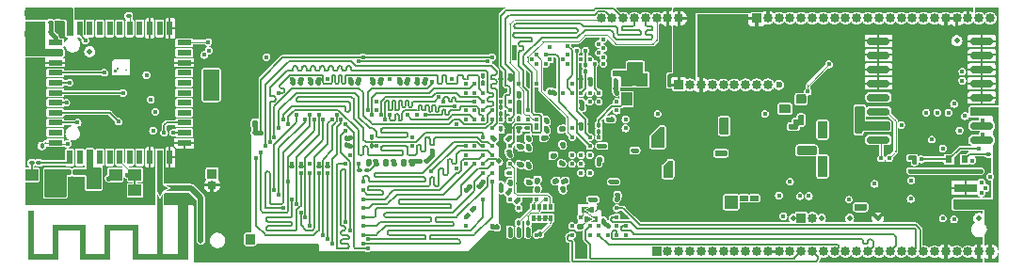
<source format=gbr>
%TF.GenerationSoftware,KiCad,Pcbnew,(6.0.2)*%
%TF.CreationDate,2022-03-22T23:14:37+08:00*%
%TF.ProjectId,som,736f6d2e-6b69-4636-9164-5f7063625858,V0R1*%
%TF.SameCoordinates,Original*%
%TF.FileFunction,Copper,L4,Bot*%
%TF.FilePolarity,Positive*%
%FSLAX46Y46*%
G04 Gerber Fmt 4.6, Leading zero omitted, Abs format (unit mm)*
G04 Created by KiCad (PCBNEW (6.0.2)) date 2022-03-22 23:14:37*
%MOMM*%
%LPD*%
G01*
G04 APERTURE LIST*
G04 Aperture macros list*
%AMRoundRect*
0 Rectangle with rounded corners*
0 $1 Rounding radius*
0 $2 $3 $4 $5 $6 $7 $8 $9 X,Y pos of 4 corners*
0 Add a 4 corners polygon primitive as box body*
4,1,4,$2,$3,$4,$5,$6,$7,$8,$9,$2,$3,0*
0 Add four circle primitives for the rounded corners*
1,1,$1+$1,$2,$3*
1,1,$1+$1,$4,$5*
1,1,$1+$1,$6,$7*
1,1,$1+$1,$8,$9*
0 Add four rect primitives between the rounded corners*
20,1,$1+$1,$2,$3,$4,$5,0*
20,1,$1+$1,$4,$5,$6,$7,0*
20,1,$1+$1,$6,$7,$8,$9,0*
20,1,$1+$1,$8,$9,$2,$3,0*%
%AMFreePoly0*
4,1,6,0.650000,0.000000,0.150000,-0.250000,-0.100000,-0.250000,-0.100000,0.250000,0.150000,0.250000,0.650000,0.000000,0.650000,0.000000,$1*%
%AMFreePoly1*
4,1,6,0.100000,-0.250000,-0.600000,-0.250000,-0.100000,0.000000,-0.600000,0.250000,0.100000,0.250000,0.100000,-0.250000,0.100000,-0.250000,$1*%
G04 Aperture macros list end*
%TA.AperFunction,NonConductor*%
%ADD10C,0.000000*%
%TD*%
%TA.AperFunction,ComponentPad*%
%ADD11C,0.500000*%
%TD*%
%TA.AperFunction,SMDPad,CuDef*%
%ADD12RoundRect,0.100000X0.125000X0.100000X-0.125000X0.100000X-0.125000X-0.100000X0.125000X-0.100000X0*%
%TD*%
%TA.AperFunction,SMDPad,CuDef*%
%ADD13RoundRect,0.100000X-0.130000X-0.100000X0.130000X-0.100000X0.130000X0.100000X-0.130000X0.100000X0*%
%TD*%
%TA.AperFunction,SMDPad,CuDef*%
%ADD14RoundRect,0.100000X0.100000X-0.130000X0.100000X0.130000X-0.100000X0.130000X-0.100000X-0.130000X0*%
%TD*%
%TA.AperFunction,SMDPad,CuDef*%
%ADD15RoundRect,0.100000X0.130000X0.100000X-0.130000X0.100000X-0.130000X-0.100000X0.130000X-0.100000X0*%
%TD*%
%TA.AperFunction,SMDPad,CuDef*%
%ADD16RoundRect,0.100000X-0.100000X0.130000X-0.100000X-0.130000X0.100000X-0.130000X0.100000X0.130000X0*%
%TD*%
%TA.AperFunction,SMDPad,CuDef*%
%ADD17RoundRect,0.100000X-0.125000X-0.100000X0.125000X-0.100000X0.125000X0.100000X-0.125000X0.100000X0*%
%TD*%
%TA.AperFunction,SMDPad,CuDef*%
%ADD18RoundRect,0.100000X0.021213X0.162635X-0.162635X-0.021213X-0.021213X-0.162635X0.162635X0.021213X0*%
%TD*%
%TA.AperFunction,SMDPad,CuDef*%
%ADD19RoundRect,0.225000X0.225000X0.250000X-0.225000X0.250000X-0.225000X-0.250000X0.225000X-0.250000X0*%
%TD*%
%TA.AperFunction,ComponentPad*%
%ADD20R,0.850000X0.850000*%
%TD*%
%TA.AperFunction,ComponentPad*%
%ADD21O,0.850000X0.850000*%
%TD*%
%TA.AperFunction,SMDPad,CuDef*%
%ADD22RoundRect,0.225000X-0.225000X-0.250000X0.225000X-0.250000X0.225000X0.250000X-0.225000X0.250000X0*%
%TD*%
%TA.AperFunction,SMDPad,CuDef*%
%ADD23RoundRect,0.100000X-0.100000X0.125000X-0.100000X-0.125000X0.100000X-0.125000X0.100000X0.125000X0*%
%TD*%
%TA.AperFunction,SMDPad,CuDef*%
%ADD24RoundRect,0.100000X-0.021213X-0.162635X0.162635X0.021213X0.021213X0.162635X-0.162635X-0.021213X0*%
%TD*%
%TA.AperFunction,SMDPad,CuDef*%
%ADD25RoundRect,0.243750X-0.656250X0.243750X-0.656250X-0.243750X0.656250X-0.243750X0.656250X0.243750X0*%
%TD*%
%TA.AperFunction,SMDPad,CuDef*%
%ADD26RoundRect,0.140000X0.140000X0.170000X-0.140000X0.170000X-0.140000X-0.170000X0.140000X-0.170000X0*%
%TD*%
%TA.AperFunction,SMDPad,CuDef*%
%ADD27R,0.600000X0.700000*%
%TD*%
%TA.AperFunction,SMDPad,CuDef*%
%ADD28FreePoly0,0.000000*%
%TD*%
%TA.AperFunction,SMDPad,CuDef*%
%ADD29FreePoly1,0.000000*%
%TD*%
%TA.AperFunction,SMDPad,CuDef*%
%ADD30FreePoly0,270.000000*%
%TD*%
%TA.AperFunction,SMDPad,CuDef*%
%ADD31FreePoly1,270.000000*%
%TD*%
%TA.AperFunction,SMDPad,CuDef*%
%ADD32R,0.500000X1.300000*%
%TD*%
%TA.AperFunction,SMDPad,CuDef*%
%ADD33R,1.300000X0.500000*%
%TD*%
%TA.AperFunction,SMDPad,CuDef*%
%ADD34R,1.150000X1.000000*%
%TD*%
%TA.AperFunction,ConnectorPad*%
%ADD35R,0.500000X0.500000*%
%TD*%
%TA.AperFunction,ComponentPad*%
%ADD36R,0.900000X0.500000*%
%TD*%
%TA.AperFunction,SMDPad,CuDef*%
%ADD37RoundRect,0.150000X-0.875000X-0.150000X0.875000X-0.150000X0.875000X0.150000X-0.875000X0.150000X0*%
%TD*%
%TA.AperFunction,SMDPad,CuDef*%
%ADD38RoundRect,0.100000X-0.162635X0.021213X0.021213X-0.162635X0.162635X-0.021213X-0.021213X0.162635X0*%
%TD*%
%TA.AperFunction,SMDPad,CuDef*%
%ADD39RoundRect,0.140000X-0.140000X-0.170000X0.140000X-0.170000X0.140000X0.170000X-0.140000X0.170000X0*%
%TD*%
%TA.AperFunction,SMDPad,CuDef*%
%ADD40R,2.000000X0.800000*%
%TD*%
%TA.AperFunction,ComponentPad*%
%ADD41C,0.850000*%
%TD*%
%TA.AperFunction,SMDPad,CuDef*%
%ADD42R,0.400000X0.500000*%
%TD*%
%TA.AperFunction,SMDPad,CuDef*%
%ADD43R,0.300000X0.500000*%
%TD*%
%TA.AperFunction,SMDPad,CuDef*%
%ADD44FreePoly0,180.000000*%
%TD*%
%TA.AperFunction,SMDPad,CuDef*%
%ADD45FreePoly1,180.000000*%
%TD*%
%TA.AperFunction,SMDPad,CuDef*%
%ADD46R,1.000000X1.150000*%
%TD*%
%TA.AperFunction,SMDPad,CuDef*%
%ADD47C,0.500000*%
%TD*%
%TA.AperFunction,ViaPad*%
%ADD48C,0.400000*%
%TD*%
%TA.AperFunction,ViaPad*%
%ADD49C,0.600000*%
%TD*%
%TA.AperFunction,ViaPad*%
%ADD50C,0.500000*%
%TD*%
%TA.AperFunction,Conductor*%
%ADD51C,0.150000*%
%TD*%
%TA.AperFunction,Conductor*%
%ADD52C,0.400000*%
%TD*%
%TA.AperFunction,Conductor*%
%ADD53C,0.200000*%
%TD*%
%TA.AperFunction,Conductor*%
%ADD54C,0.500000*%
%TD*%
%TA.AperFunction,Conductor*%
%ADD55C,0.100000*%
%TD*%
G04 APERTURE END LIST*
D10*
G36*
X8600000Y-5650000D02*
G01*
X8400000Y-5650000D01*
X8400000Y-5450000D01*
X8600000Y-5450000D01*
X8600000Y-5650000D01*
G37*
G36*
X8400000Y-5850000D02*
G01*
X8200000Y-5850000D01*
X8200000Y-5650000D01*
X8400000Y-5650000D01*
X8400000Y-5850000D01*
G37*
G36*
X9200000Y-5650000D02*
G01*
X9350000Y-5650000D01*
X9350000Y-5450000D01*
X9400000Y-5450000D01*
X9400000Y-5700000D01*
X9200000Y-5700000D01*
X9200000Y-5900000D01*
X9150000Y-5900000D01*
X9150000Y-5450000D01*
X9200000Y-5450000D01*
X9200000Y-5650000D01*
G37*
%TO.C,AE2*%
G36*
X9850000Y-22750000D02*
G01*
X9850000Y-20110000D01*
X7850000Y-20110000D01*
X7850000Y-22750000D01*
X5150000Y-22750000D01*
X5150000Y-20110000D01*
X3150000Y-20110000D01*
X3150000Y-22750000D01*
X450000Y-22750000D01*
X450000Y-18310000D01*
X950000Y-18310000D01*
X950000Y-22250000D01*
X2650000Y-22250000D01*
X2650000Y-19610000D01*
X5650000Y-19610000D01*
X5650000Y-22250000D01*
X7350000Y-22250000D01*
X7350000Y-19610000D01*
X10350000Y-19610000D01*
X10350000Y-22250000D01*
X12050000Y-22250000D01*
X12050000Y-17350000D01*
X12550000Y-17350000D01*
X12550000Y-22250000D01*
X13950000Y-22250000D01*
X13950000Y-17608158D01*
X14251778Y-17608158D01*
X14260218Y-17656417D01*
X14277112Y-17688643D01*
X14312372Y-17721313D01*
X14357682Y-17741408D01*
X14407267Y-17747982D01*
X14455353Y-17740092D01*
X14488245Y-17723186D01*
X14523185Y-17686416D01*
X14542847Y-17641622D01*
X14547583Y-17593215D01*
X14537742Y-17545605D01*
X14513674Y-17503203D01*
X14475731Y-17470419D01*
X14467819Y-17466065D01*
X14425156Y-17453957D01*
X14376637Y-17454700D01*
X14331122Y-17467600D01*
X14312511Y-17478213D01*
X14278868Y-17513447D01*
X14258309Y-17558632D01*
X14251778Y-17608158D01*
X13950000Y-17608158D01*
X13950000Y-17350000D01*
X14850000Y-17350000D01*
X14850000Y-22750000D01*
X9850000Y-22750000D01*
G37*
%TD*%
D11*
%TO.P,U7,45,EPGND*%
%TO.N,GND*%
X66500000Y-13700000D03*
X67250000Y-14500000D03*
X65000000Y-13700000D03*
X68000000Y-13700000D03*
X68000000Y-11300000D03*
X66500000Y-12900000D03*
X67250000Y-12100000D03*
X68000000Y-14500000D03*
X68000000Y-12100000D03*
X65000000Y-12100000D03*
X65000000Y-14500000D03*
X65750000Y-13700000D03*
X65750000Y-12100000D03*
X65000000Y-15300000D03*
X65750000Y-15300000D03*
X67250000Y-15300000D03*
X66500000Y-12100000D03*
X65750000Y-11300000D03*
X65750000Y-12900000D03*
X66500000Y-11300000D03*
X68000000Y-15300000D03*
X67250000Y-12900000D03*
X67250000Y-11300000D03*
X67250000Y-13700000D03*
X66500000Y-15300000D03*
X68000000Y-12900000D03*
X65750000Y-14500000D03*
X65000000Y-12900000D03*
X65000000Y-11300000D03*
X66500000Y-14500000D03*
%TD*%
%TO.P,TP1,1,Pin_1*%
%TO.N,MB_SDA*%
X69290000Y-19000000D03*
%TO.P,TP1,2,Pin_2*%
%TO.N,MB_SCL*%
X71830000Y-19000000D03*
%TO.P,TP1,3,Pin_3*%
%TO.N,+5V*%
X74370000Y-19000000D03*
%TO.P,TP1,4,Pin_4*%
%TO.N,GND*%
X76910000Y-19000000D03*
%TD*%
D12*
%TO.P,C95,1*%
%TO.N,+3V3*%
X51000000Y-6500000D03*
%TO.P,C95,2*%
%TO.N,GND*%
X50200000Y-6500000D03*
%TD*%
D13*
%TO.P,C87,1*%
%TO.N,+3V3*%
X50280000Y-9100000D03*
%TO.P,C87,2*%
%TO.N,GND*%
X50920000Y-9100000D03*
%TD*%
D14*
%TO.P,C88,1*%
%TO.N,+3V3*%
X47400000Y-7620000D03*
%TO.P,C88,2*%
%TO.N,GND*%
X47400000Y-6980000D03*
%TD*%
D15*
%TO.P,C90,1*%
%TO.N,+3V3*%
X43720000Y-13000000D03*
%TO.P,C90,2*%
%TO.N,GND*%
X43080000Y-13000000D03*
%TD*%
D14*
%TO.P,C92,1*%
%TO.N,+3V3*%
X43800000Y-20020000D03*
%TO.P,C92,2*%
%TO.N,GND*%
X43800000Y-19380000D03*
%TD*%
D12*
%TO.P,C94,1*%
%TO.N,+3V3*%
X43800000Y-6500000D03*
%TO.P,C94,2*%
%TO.N,GND*%
X43000000Y-6500000D03*
%TD*%
D16*
%TO.P,C89,1*%
%TO.N,+3V3*%
X44600000Y-7980000D03*
%TO.P,C89,2*%
%TO.N,GND*%
X44600000Y-8620000D03*
%TD*%
D15*
%TO.P,C91,1*%
%TO.N,+3V3*%
X43720000Y-14900000D03*
%TO.P,C91,2*%
%TO.N,GND*%
X43080000Y-14900000D03*
%TD*%
D16*
%TO.P,C122,1*%
%TO.N,VDD*%
X50000000Y-19780000D03*
%TO.P,C122,2*%
%TO.N,GND*%
X50000000Y-20420000D03*
%TD*%
D13*
%TO.P,C123,1*%
%TO.N,VDD*%
X51480000Y-17300000D03*
%TO.P,C123,2*%
%TO.N,GND*%
X52120000Y-17300000D03*
%TD*%
%TO.P,C125,1*%
%TO.N,VDD*%
X53480000Y-16900000D03*
%TO.P,C125,2*%
%TO.N,GND*%
X54120000Y-16900000D03*
%TD*%
D14*
%TO.P,C124,1*%
%TO.N,VDD*%
X52200000Y-19220000D03*
%TO.P,C124,2*%
%TO.N,GND*%
X52200000Y-18580000D03*
%TD*%
D15*
%TO.P,C126,1*%
%TO.N,VDD*%
X52920000Y-15700000D03*
%TO.P,C126,2*%
%TO.N,GND*%
X52280000Y-15700000D03*
%TD*%
D16*
%TO.P,C130,1*%
%TO.N,+3V3*%
X53000000Y-10080000D03*
%TO.P,C130,2*%
%TO.N,GND*%
X53000000Y-10720000D03*
%TD*%
D13*
%TO.P,C127,1*%
%TO.N,+3V3*%
X51880000Y-13700000D03*
%TO.P,C127,2*%
%TO.N,GND*%
X52520000Y-13700000D03*
%TD*%
D15*
%TO.P,C128,1*%
%TO.N,+3V3*%
X54920000Y-12900000D03*
%TO.P,C128,2*%
%TO.N,GND*%
X54280000Y-12900000D03*
%TD*%
D13*
%TO.P,C129,1*%
%TO.N,+3V3*%
X52280000Y-12500000D03*
%TO.P,C129,2*%
%TO.N,GND*%
X52920000Y-12500000D03*
%TD*%
D15*
%TO.P,C131,1*%
%TO.N,+3V3*%
X53320000Y-7300000D03*
%TO.P,C131,2*%
%TO.N,GND*%
X52680000Y-7300000D03*
%TD*%
%TO.P,C52,1*%
%TO.N,+1V0*%
X48520000Y-16300000D03*
%TO.P,C52,2*%
%TO.N,GND*%
X47880000Y-16300000D03*
%TD*%
%TO.P,C44,1*%
%TO.N,+1V0*%
X48520000Y-12300000D03*
%TO.P,C44,2*%
%TO.N,GND*%
X47880000Y-12300000D03*
%TD*%
D17*
%TO.P,C53,1*%
%TO.N,+1V0*%
X43800000Y-15900000D03*
%TO.P,C53,2*%
%TO.N,GND*%
X44600000Y-15900000D03*
%TD*%
D16*
%TO.P,C43,1*%
%TO.N,+1V0*%
X48400000Y-10980000D03*
%TO.P,C43,2*%
%TO.N,GND*%
X48400000Y-11620000D03*
%TD*%
D18*
%TO.P,C51,1*%
%TO.N,+1V0*%
X44426274Y-17473726D03*
%TO.P,C51,2*%
%TO.N,GND*%
X43973726Y-17926274D03*
%TD*%
D14*
%TO.P,C46,1*%
%TO.N,+1V0*%
X48800000Y-15620000D03*
%TO.P,C46,2*%
%TO.N,GND*%
X48800000Y-14980000D03*
%TD*%
D16*
%TO.P,C47,1*%
%TO.N,+1V0*%
X44800000Y-12580000D03*
%TO.P,C47,2*%
%TO.N,GND*%
X44800000Y-13220000D03*
%TD*%
D14*
%TO.P,C49,1*%
%TO.N,+1V0*%
X44600000Y-10020000D03*
%TO.P,C49,2*%
%TO.N,GND*%
X44600000Y-9380000D03*
%TD*%
D16*
%TO.P,C48,1*%
%TO.N,+1V0*%
X44800000Y-14180000D03*
%TO.P,C48,2*%
%TO.N,GND*%
X44800000Y-14820000D03*
%TD*%
D14*
%TO.P,C45,1*%
%TO.N,+1V0*%
X48400000Y-14020000D03*
%TO.P,C45,2*%
%TO.N,GND*%
X48400000Y-13380000D03*
%TD*%
D13*
%TO.P,C42,1*%
%TO.N,+1V0*%
X47080000Y-11100000D03*
%TO.P,C42,2*%
%TO.N,GND*%
X47720000Y-11100000D03*
%TD*%
%TO.P,C63,1*%
%TO.N,+1V8*%
X46280000Y-15500000D03*
%TO.P,C63,2*%
%TO.N,GND*%
X46920000Y-15500000D03*
%TD*%
D16*
%TO.P,C66,1*%
%TO.N,+1V8*%
X47600000Y-13380000D03*
%TO.P,C66,2*%
%TO.N,GND*%
X47600000Y-14020000D03*
%TD*%
D17*
%TO.P,C132,1*%
%TO.N,+3V3*%
X50200000Y-10500000D03*
%TO.P,C132,2*%
%TO.N,GND*%
X51000000Y-10500000D03*
%TD*%
D13*
%TO.P,C65,1*%
%TO.N,+1V8*%
X45480000Y-14300000D03*
%TO.P,C65,2*%
%TO.N,GND*%
X46120000Y-14300000D03*
%TD*%
%TO.P,C62,1*%
%TO.N,+1V8*%
X46280000Y-16300000D03*
%TO.P,C62,2*%
%TO.N,GND*%
X46920000Y-16300000D03*
%TD*%
D14*
%TO.P,C64,1*%
%TO.N,+1V8*%
X48000000Y-15620000D03*
%TO.P,C64,2*%
%TO.N,GND*%
X48000000Y-14980000D03*
%TD*%
D13*
%TO.P,C67,1*%
%TO.N,+1V8*%
X45480000Y-12700000D03*
%TO.P,C67,2*%
%TO.N,GND*%
X46120000Y-12700000D03*
%TD*%
%TO.P,C68,1*%
%TO.N,+1V8*%
X45480000Y-11900000D03*
%TO.P,C68,2*%
%TO.N,GND*%
X46120000Y-11900000D03*
%TD*%
D19*
%TO.P,C2,1*%
%TO.N,+3V3*%
X6575000Y-15800000D03*
%TO.P,C2,2*%
%TO.N,GND*%
X5025000Y-15800000D03*
%TD*%
D18*
%TO.P,C16,1*%
%TO.N,VREF_DDR*%
X43626274Y-16673726D03*
%TO.P,C16,2*%
%TO.N,GND*%
X43173726Y-17126274D03*
%TD*%
D16*
%TO.P,C57,1*%
%TO.N,VCC_DDR*%
X42600000Y-19780000D03*
%TO.P,C57,2*%
%TO.N,GND*%
X42600000Y-20420000D03*
%TD*%
D18*
%TO.P,C15,1*%
%TO.N,VREF_DDR*%
X43626274Y-11873726D03*
%TO.P,C15,2*%
%TO.N,GND*%
X43173726Y-12326274D03*
%TD*%
D20*
%TO.P,J6,1,Pin_1*%
%TO.N,+3V3*%
X59000000Y-7000000D03*
D21*
%TO.P,J6,2,Pin_2*%
%TO.N,+1V8*%
X60000000Y-7000000D03*
%TO.P,J6,3,Pin_3*%
%TO.N,GND*%
X61000000Y-7000000D03*
%TO.P,J6,4,Pin_4*%
%TO.N,VDD*%
X62000000Y-7000000D03*
%TO.P,J6,5,Pin_5*%
%TO.N,+5V*%
X63000000Y-7000000D03*
%TO.P,J6,6,Pin_6*%
%TO.N,LDO6*%
X64000000Y-7000000D03*
%TO.P,J6,7,Pin_7*%
%TO.N,LDO5*%
X65000000Y-7000000D03*
%TO.P,J6,8,Pin_8*%
%TO.N,+5V*%
X66000000Y-7000000D03*
%TO.P,J6,9,Pin_9*%
%TO.N,LDO2*%
X67000000Y-7000000D03*
%TD*%
D14*
%TO.P,R11,1*%
%TO.N,/SD0_CK_*%
X50600000Y-5820000D03*
%TO.P,R11,2*%
%TO.N,SD0_CK*%
X50600000Y-5180000D03*
%TD*%
%TO.P,R12,1*%
%TO.N,/DDR_VRN*%
X43000000Y-9620000D03*
%TO.P,R12,2*%
%TO.N,VCC_DDR*%
X43000000Y-8980000D03*
%TD*%
D16*
%TO.P,R7,1*%
%TO.N,DONE*%
X45400000Y-19380000D03*
%TO.P,R7,2*%
%TO.N,/DONE_*%
X45400000Y-20020000D03*
%TD*%
%TO.P,R13,1*%
%TO.N,/DDR_VRP*%
X43000000Y-10980000D03*
%TO.P,R13,2*%
%TO.N,GND*%
X43000000Y-11620000D03*
%TD*%
D22*
%TO.P,C20,1*%
%TO.N,+3V3*%
X17125000Y-6200000D03*
%TO.P,C20,2*%
%TO.N,GND*%
X18675000Y-6200000D03*
%TD*%
D15*
%TO.P,R10,1*%
%TO.N,GND*%
X30920000Y-14700000D03*
%TO.P,R10,2*%
%TO.N,/DDR_ZQ0*%
X30280000Y-14700000D03*
%TD*%
D14*
%TO.P,C56,1*%
%TO.N,VCC_DDR*%
X43000000Y-16020000D03*
%TO.P,C56,2*%
%TO.N,GND*%
X43000000Y-15380000D03*
%TD*%
D15*
%TO.P,C78,1*%
%TO.N,VCC_DDR*%
X36120000Y-6800000D03*
%TO.P,C78,2*%
%TO.N,GND*%
X35480000Y-6800000D03*
%TD*%
D13*
%TO.P,C82,1*%
%TO.N,VCC_DDR*%
X31080000Y-13800000D03*
%TO.P,C82,2*%
%TO.N,GND*%
X31720000Y-13800000D03*
%TD*%
%TO.P,C75,1*%
%TO.N,VCC_DDR*%
X29480000Y-6800000D03*
%TO.P,C75,2*%
%TO.N,GND*%
X30120000Y-6800000D03*
%TD*%
%TO.P,C80,1*%
%TO.N,VCC_DDR*%
X34280000Y-13800000D03*
%TO.P,C80,2*%
%TO.N,GND*%
X34920000Y-13800000D03*
%TD*%
D16*
%TO.P,C54,1*%
%TO.N,VCC_DDR*%
X41400000Y-6180000D03*
%TO.P,C54,2*%
%TO.N,GND*%
X41400000Y-6820000D03*
%TD*%
D15*
%TO.P,C73,1*%
%TO.N,VCC_DDR*%
X24920000Y-6800000D03*
%TO.P,C73,2*%
%TO.N,GND*%
X24280000Y-6800000D03*
%TD*%
%TO.P,C74,1*%
%TO.N,VCC_DDR*%
X26520000Y-6800000D03*
%TO.P,C74,2*%
%TO.N,GND*%
X25880000Y-6800000D03*
%TD*%
%TO.P,C18,1*%
%TO.N,VREF_DDR*%
X20870000Y-11300000D03*
%TO.P,C18,2*%
%TO.N,GND*%
X20230000Y-11300000D03*
%TD*%
%TO.P,C77,1*%
%TO.N,VCC_DDR*%
X34520000Y-6800000D03*
%TO.P,C77,2*%
%TO.N,GND*%
X33880000Y-6800000D03*
%TD*%
%TO.P,C81,1*%
%TO.N,VCC_DDR*%
X33320000Y-13800000D03*
%TO.P,C81,2*%
%TO.N,GND*%
X32680000Y-13800000D03*
%TD*%
%TO.P,C76,1*%
%TO.N,VCC_DDR*%
X32120000Y-6800000D03*
%TO.P,C76,2*%
%TO.N,GND*%
X31480000Y-6800000D03*
%TD*%
D16*
%TO.P,R1,1*%
%TO.N,DDR_CK+*%
X29100000Y-11780000D03*
%TO.P,R1,2*%
%TO.N,DDR_CK-*%
X29100000Y-12420000D03*
%TD*%
D23*
%TO.P,C61,1*%
%TO.N,VCC_DDR*%
X31400000Y-11700000D03*
%TO.P,C61,2*%
%TO.N,GND*%
X31400000Y-12500000D03*
%TD*%
D24*
%TO.P,C59,1*%
%TO.N,VCC_DDR*%
X39973726Y-18726274D03*
%TO.P,C59,2*%
%TO.N,GND*%
X40426274Y-18273726D03*
%TD*%
D17*
%TO.P,C84,1*%
%TO.N,VCC_DDR*%
X26600000Y-14300000D03*
%TO.P,C84,2*%
%TO.N,GND*%
X27400000Y-14300000D03*
%TD*%
D16*
%TO.P,R8,1*%
%TO.N,INIT*%
X44600000Y-19380000D03*
%TO.P,R8,2*%
%TO.N,/INIT_*%
X44600000Y-20020000D03*
%TD*%
D12*
%TO.P,C83,1*%
%TO.N,VCC_DDR*%
X25000000Y-14300000D03*
%TO.P,C83,2*%
%TO.N,GND*%
X24200000Y-14300000D03*
%TD*%
D17*
%TO.P,C60,1*%
%TO.N,VCC_DDR*%
X40200000Y-16100000D03*
%TO.P,C60,2*%
%TO.N,GND*%
X41000000Y-16100000D03*
%TD*%
D15*
%TO.P,C79,1*%
%TO.N,VCC_DDR*%
X36320000Y-13800000D03*
%TO.P,C79,2*%
%TO.N,GND*%
X35680000Y-13800000D03*
%TD*%
D13*
%TO.P,C1,1*%
%TO.N,+3V3*%
X2480000Y-1400000D03*
%TO.P,C1,2*%
%TO.N,GND*%
X3120000Y-1400000D03*
%TD*%
D25*
%TO.P,L1,1*%
%TO.N,/WiFi_REG_IN*%
X1100000Y-562500D03*
%TO.P,L1,2*%
%TO.N,/WiFi_REG_OUT*%
X1100000Y-2437500D03*
%TD*%
D26*
%TO.P,C28,1*%
%TO.N,+3.3VA*%
X75180000Y-10400000D03*
%TO.P,C28,2*%
%TO.N,GND*%
X74220000Y-10400000D03*
%TD*%
D15*
%TO.P,C29,1*%
%TO.N,+3.3VA*%
X75095000Y-11100000D03*
%TO.P,C29,2*%
%TO.N,GND*%
X74455000Y-11100000D03*
%TD*%
D27*
%TO.P,D1,1,K*%
%TO.N,Net-(D1-Pad1)*%
X84700000Y-13700000D03*
%TO.P,D1,2,A*%
%TO.N,+3.3VA*%
X83300000Y-13700000D03*
%TD*%
D13*
%TO.P,R4,1*%
%TO.N,GND*%
X8880000Y-800000D03*
%TO.P,R4,2*%
%TO.N,Net-(R4-Pad2)*%
X9520000Y-800000D03*
%TD*%
D12*
%TO.P,C71,1*%
%TO.N,/VCC_PLL*%
X44600000Y-10900000D03*
%TO.P,C71,2*%
%TO.N,GND*%
X43800000Y-10900000D03*
%TD*%
D13*
%TO.P,FB3,1*%
%TO.N,/VCC_PLL*%
X44680000Y-10900000D03*
%TO.P,FB3,2*%
%TO.N,+1V8*%
X45320000Y-10900000D03*
%TD*%
D26*
%TO.P,C19,1*%
%TO.N,VREF_DDR*%
X20880000Y-10500000D03*
%TO.P,C19,2*%
%TO.N,GND*%
X19920000Y-10500000D03*
%TD*%
D16*
%TO.P,C72,1*%
%TO.N,/VCC_PLL*%
X44600000Y-11130000D03*
%TO.P,C72,2*%
%TO.N,GND*%
X44600000Y-11770000D03*
%TD*%
%TO.P,C50,1*%
%TO.N,+1V0*%
X45600000Y-15780000D03*
%TO.P,C50,2*%
%TO.N,GND*%
X45600000Y-16420000D03*
%TD*%
%TO.P,C70,1*%
%TO.N,+1V8*%
X46800000Y-11780000D03*
%TO.P,C70,2*%
%TO.N,GND*%
X46800000Y-12420000D03*
%TD*%
D14*
%TO.P,C93,1*%
%TO.N,+3V3*%
X46500000Y-20420000D03*
%TO.P,C93,2*%
%TO.N,GND*%
X46500000Y-19780000D03*
%TD*%
D28*
%TO.P,JP1,1,A*%
%TO.N,/ANT*%
X12400000Y-16300000D03*
D29*
%TO.P,JP1,2,B*%
%TO.N,/EXT_ANT*%
X13400000Y-16300000D03*
%TD*%
D30*
%TO.P,JP2,1,A*%
%TO.N,/ANT*%
X12300000Y-16400000D03*
D31*
%TO.P,JP2,2,B*%
%TO.N,/INT_ANT*%
X12300000Y-17400000D03*
%TD*%
D32*
%TO.P,U4,1,GND*%
%TO.N,GND*%
X13200000Y-13500000D03*
%TO.P,U4,2,WL_BT_ANT*%
%TO.N,/ANT*%
X12300000Y-13500000D03*
%TO.P,U4,3,GND*%
%TO.N,GND*%
X11400000Y-13500000D03*
%TO.P,U4,4,FM_RX*%
%TO.N,unconnected-(U4-Pad4)*%
X10500000Y-13500000D03*
%TO.P,U4,5,NC*%
%TO.N,unconnected-(U4-Pad5)*%
X9600000Y-13500000D03*
%TO.P,U4,6,BT_WAKE*%
%TO.N,+3V3*%
X8700000Y-13500000D03*
%TO.P,U4,7,BT_INT*%
%TO.N,unconnected-(U4-Pad7)*%
X7800000Y-13500000D03*
%TO.P,U4,8,NC*%
%TO.N,unconnected-(U4-Pad8)*%
X6900000Y-13500000D03*
%TO.P,U4,9,VBAT*%
%TO.N,+3V3*%
X6000000Y-13500000D03*
%TO.P,U4,10,XTAL_OUT*%
%TO.N,unconnected-(U4-Pad10)*%
X5100000Y-13500000D03*
%TO.P,U4,11,XTAL_IN*%
%TO.N,/WiFi_26M_*%
X4200000Y-13500000D03*
D33*
%TO.P,U4,12,WL_REG_ON*%
%TO.N,WiFi_PWR*%
X2900000Y-12200000D03*
%TO.P,U4,13,WL_INT*%
%TO.N,unconnected-(U4-Pad13)*%
X2900000Y-11300000D03*
%TO.P,U4,14,SDIO_DATA_2*%
%TO.N,SD1_D2*%
X2900000Y-10400000D03*
%TO.P,U4,15,SDIO_DATA_3*%
%TO.N,SD1_D3*%
X2900000Y-9500000D03*
%TO.P,U4,16,SDIO_DATA_CMD*%
%TO.N,SD1_CMD*%
X2900000Y-8600000D03*
%TO.P,U4,17,SDIO_DATA_CLK*%
%TO.N,SD1_CK*%
X2900000Y-7700000D03*
%TO.P,U4,18,SDIO_DATA_0*%
%TO.N,SD1_D0*%
X2900000Y-6800000D03*
%TO.P,U4,19,SDIO_DATA_1*%
%TO.N,SD1_D1*%
X2900000Y-5900000D03*
%TO.P,U4,20,GND*%
%TO.N,GND*%
X2900000Y-5000000D03*
%TO.P,U4,21,VIN_REG_OUT*%
%TO.N,/WiFi_REG_OUT*%
X2900000Y-4100000D03*
%TO.P,U4,22,VDDIO*%
%TO.N,+3V3*%
X2900000Y-3200000D03*
D32*
%TO.P,U4,23,VIN_REG_IN*%
%TO.N,/WiFi_REG_IN*%
X4200000Y-1900000D03*
%TO.P,U4,24,LPO*%
%TO.N,/BT_32K*%
X5100000Y-1900000D03*
%TO.P,U4,25,PCM_OUT*%
%TO.N,unconnected-(U4-Pad25)*%
X6000000Y-1900000D03*
%TO.P,U4,26,PCM_CLK*%
%TO.N,unconnected-(U4-Pad26)*%
X6900000Y-1900000D03*
%TO.P,U4,27,PCM_IN*%
%TO.N,unconnected-(U4-Pad27)*%
X7800000Y-1900000D03*
%TO.P,U4,28,PCM_SYNC*%
%TO.N,unconnected-(U4-Pad28)*%
X8700000Y-1900000D03*
%TO.P,U4,29,SD_VSEL*%
%TO.N,Net-(R4-Pad2)*%
X9600000Y-1900000D03*
%TO.P,U4,30,NC*%
%TO.N,unconnected-(U4-Pad30)*%
X10500000Y-1900000D03*
%TO.P,U4,31,GND*%
%TO.N,GND*%
X11400000Y-1900000D03*
%TO.P,U4,32,NC*%
%TO.N,unconnected-(U4-Pad32)*%
X12300000Y-1900000D03*
%TO.P,U4,33,GND*%
%TO.N,GND*%
X13200000Y-1900000D03*
D33*
%TO.P,U4,34,BT_REG_ON*%
%TO.N,WiFi_PWR*%
X14500000Y-3200000D03*
%TO.P,U4,35,NC*%
%TO.N,unconnected-(U4-Pad35)*%
X14500000Y-4100000D03*
%TO.P,U4,36,GND*%
%TO.N,GND*%
X14500000Y-5000000D03*
%TO.P,U4,37,GPIO4*%
%TO.N,unconnected-(U4-Pad37)*%
X14500000Y-5900000D03*
%TO.P,U4,38,GPIO3*%
%TO.N,unconnected-(U4-Pad38)*%
X14500000Y-6800000D03*
%TO.P,U4,39,GPIO2*%
%TO.N,unconnected-(U4-Pad39)*%
X14500000Y-7700000D03*
%TO.P,U4,40,GPIO1*%
%TO.N,unconnected-(U4-Pad40)*%
X14500000Y-8600000D03*
%TO.P,U4,41,UART_RTS_N*%
%TO.N,unconnected-(U4-Pad41)*%
X14500000Y-9500000D03*
%TO.P,U4,42,UART_TXD*%
%TO.N,BT_MISO*%
X14500000Y-10400000D03*
%TO.P,U4,43,UART_RXD*%
%TO.N,BT_MOSI*%
X14500000Y-11300000D03*
%TO.P,U4,44,UART_CTS_N*%
%TO.N,GND*%
X14500000Y-12200000D03*
%TD*%
D20*
%TO.P,J3,1,Pin_1*%
%TO.N,+3V3*%
X17000000Y-15000000D03*
D21*
%TO.P,J3,2,Pin_2*%
%TO.N,GND*%
X17000000Y-16000000D03*
%TD*%
D15*
%TO.P,R6,1*%
%TO.N,+BATT*%
X87495000Y-13200000D03*
%TO.P,R6,2*%
%TO.N,Net-(D1-Pad1)*%
X86855000Y-13200000D03*
%TD*%
D34*
%TO.P,X1,1,EN*%
%TO.N,+3V3*%
X10075000Y-16500000D03*
%TO.P,X1,2,GND*%
%TO.N,GND*%
X8325000Y-16500000D03*
%TO.P,X1,3,OUT*%
%TO.N,/BT_32K*%
X8325000Y-15100000D03*
%TO.P,X1,4,Vdd*%
%TO.N,+3V3*%
X10075000Y-15100000D03*
%TD*%
D35*
%TO.P,AE2,1,A*%
%TO.N,/INT_ANT*%
X12300000Y-17600000D03*
D36*
%TO.P,AE2,2,Shield*%
%TO.N,GND*%
X14400000Y-17600000D03*
%TD*%
D14*
%TO.P,C25,1*%
%TO.N,+BATT*%
X87600000Y-9245000D03*
%TO.P,C25,2*%
%TO.N,GND*%
X87600000Y-8605000D03*
%TD*%
D37*
%TO.P,U5,1,32KHZ*%
%TO.N,RTC_32K*%
X76950000Y-11945000D03*
%TO.P,U5,2,VCC*%
%TO.N,+3.3VA*%
X76950000Y-10675000D03*
%TO.P,U5,3,~{INT}/SQW*%
%TO.N,RTC_INT*%
X76950000Y-9405000D03*
%TO.P,U5,4,~{RST}*%
%TO.N,unconnected-(U5-Pad4)*%
X76950000Y-8135000D03*
%TO.P,U5,5,GND*%
%TO.N,GND*%
X76950000Y-6865000D03*
%TO.P,U5,6,GND*%
X76950000Y-5595000D03*
%TO.P,U5,7,GND*%
X76950000Y-4325000D03*
%TO.P,U5,8,GND*%
X76950000Y-3055000D03*
%TO.P,U5,9,GND*%
X86250000Y-3055000D03*
%TO.P,U5,10,GND*%
X86250000Y-4325000D03*
%TO.P,U5,11,GND*%
X86250000Y-5595000D03*
%TO.P,U5,12,GND*%
X86250000Y-6865000D03*
%TO.P,U5,13,GND*%
X86250000Y-8135000D03*
%TO.P,U5,14,VBAT*%
%TO.N,+BATT*%
X86250000Y-9405000D03*
%TO.P,U5,15,SDA*%
%TO.N,MB_SDA*%
X86250000Y-10675000D03*
%TO.P,U5,16,SCL*%
%TO.N,MB_SCL*%
X86250000Y-11945000D03*
%TD*%
D38*
%TO.P,C55,1*%
%TO.N,VCC_DDR*%
X42373726Y-11873726D03*
%TO.P,C55,2*%
%TO.N,GND*%
X42826274Y-12326274D03*
%TD*%
D13*
%TO.P,C69,1*%
%TO.N,+1V8*%
X47080000Y-10300000D03*
%TO.P,C69,2*%
%TO.N,GND*%
X47720000Y-10300000D03*
%TD*%
D20*
%TO.P,J5,1,Pin_1*%
%TO.N,GND*%
X66000000Y-1000000D03*
D21*
%TO.P,J5,2,Pin_2*%
%TO.N,+3V3*%
X67000000Y-1000000D03*
%TO.P,J5,3,Pin_3*%
%TO.N,A20-*%
X68000000Y-1000000D03*
%TO.P,J5,4,Pin_4*%
%TO.N,B19+*%
X69000000Y-1000000D03*
%TO.P,J5,5,Pin_5*%
%TO.N,B20-*%
X70000000Y-1000000D03*
%TO.P,J5,6,Pin_6*%
%TO.N,C20+*%
X71000000Y-1000000D03*
%TO.P,J5,7,Pin_7*%
%TO.N,D19+*%
X72000000Y-1000000D03*
%TO.P,J5,8,Pin_8*%
%TO.N,D20-*%
X73000000Y-1000000D03*
%TO.P,J5,9,Pin_9*%
%TO.N,E19-*%
X74000000Y-1000000D03*
%TO.P,J5,10,Pin_10*%
%TO.N,E18+*%
X75000000Y-1000000D03*
%TO.P,J5,11,Pin_11*%
%TO.N,F20-*%
X76000000Y-1000000D03*
%TO.P,J5,12,Pin_12*%
%TO.N,F19+*%
X77000000Y-1000000D03*
%TO.P,J5,13,Pin_13*%
%TO.N,G20-*%
X78000000Y-1000000D03*
%TO.P,J5,14,Pin_14*%
%TO.N,G19+*%
X79000000Y-1000000D03*
%TO.P,J5,15,Pin_15*%
%TO.N,J20+*%
X80000000Y-1000000D03*
%TO.P,J5,16,Pin_16*%
%TO.N,H20-*%
X81000000Y-1000000D03*
%TO.P,J5,17,Pin_17*%
%TO.N,PMIC_PON*%
X82000000Y-1000000D03*
%TO.P,J5,18,Pin_18*%
%TO.N,GND*%
X83000000Y-1000000D03*
%TO.P,J5,19,Pin_19*%
X84000000Y-1000000D03*
%TO.P,J5,20,Pin_20*%
%TO.N,+3V3*%
X85000000Y-1000000D03*
%TO.P,J5,21,Pin_21*%
%TO.N,TTY_D-*%
X86000000Y-1000000D03*
%TO.P,J5,22,Pin_22*%
%TO.N,TTY_D+*%
X87000000Y-1000000D03*
%TD*%
D39*
%TO.P,C21,1*%
%TO.N,+3V3*%
X17220000Y-8000000D03*
%TO.P,C21,2*%
%TO.N,GND*%
X18180000Y-8000000D03*
%TD*%
D13*
%TO.P,C22,1*%
%TO.N,+3V3*%
X17405000Y-7200000D03*
%TO.P,C22,2*%
%TO.N,GND*%
X18045000Y-7200000D03*
%TD*%
D20*
%TO.P,J4,1,Pin_1*%
%TO.N,Y17-*%
X57000000Y-22000000D03*
D21*
%TO.P,J4,2,Pin_2*%
%TO.N,Y16+*%
X58000000Y-22000000D03*
%TO.P,J4,3,Pin_3*%
%TO.N,W20-*%
X59000000Y-22000000D03*
%TO.P,J4,4,Pin_4*%
%TO.N,V20+*%
X60000000Y-22000000D03*
%TO.P,J4,5,Pin_5*%
%TO.N,U20-*%
X61000000Y-22000000D03*
%TO.P,J4,6,Pin_6*%
%TO.N,T20+*%
X62000000Y-22000000D03*
%TO.P,J4,7,Pin_7*%
%TO.N,P20-*%
X63000000Y-22000000D03*
%TO.P,J4,8,Pin_8*%
%TO.N,N20+*%
X64000000Y-22000000D03*
%TO.P,J4,9,Pin_9*%
%TO.N,+5V*%
X65000000Y-22000000D03*
%TO.P,J4,10,Pin_10*%
X66000000Y-22000000D03*
%TO.P,J4,11,Pin_11*%
%TO.N,GND*%
X67000000Y-22000000D03*
%TO.P,J4,12,Pin_12*%
X68000000Y-22000000D03*
%TO.P,J4,13,Pin_13*%
%TO.N,W15-*%
X69000000Y-22000000D03*
%TO.P,J4,14,Pin_14*%
%TO.N,V15+*%
X70000000Y-22000000D03*
%TO.P,J4,15,Pin_15*%
%TO.N,W13-*%
X71000000Y-22000000D03*
%TO.P,J4,16,Pin_16*%
%TO.N,V12+*%
X72000000Y-22000000D03*
%TO.P,J4,17,Pin_17*%
%TO.N,W16-*%
X73000000Y-22000000D03*
%TO.P,J4,18,Pin_18*%
%TO.N,V16+*%
X74000000Y-22000000D03*
%TO.P,J4,19,Pin_19*%
%TO.N,+3.3VA*%
X75000000Y-22000000D03*
%TO.P,J4,20,Pin_20*%
%TO.N,Y19-*%
X76000000Y-22000000D03*
%TO.P,J4,21,Pin_21*%
%TO.N,Y18+*%
X77000000Y-22000000D03*
%TO.P,J4,22,Pin_22*%
%TO.N,W19-*%
X78000000Y-22000000D03*
%TO.P,J4,23,Pin_23*%
%TO.N,W18+*%
X79000000Y-22000000D03*
%TO.P,J4,24,Pin_24*%
%TO.N,U19-*%
X80000000Y-22000000D03*
%TO.P,J4,25,Pin_25*%
%TO.N,U18+*%
X81000000Y-22000000D03*
%TO.P,J4,26,Pin_26*%
%TO.N,ULPI_ID*%
X82000000Y-22000000D03*
%TO.P,J4,27,Pin_27*%
%TO.N,GND*%
X83000000Y-22000000D03*
%TO.P,J4,28,Pin_28*%
%TO.N,ULPI_D+*%
X84000000Y-22000000D03*
%TO.P,J4,29,Pin_29*%
%TO.N,ULPI_D-*%
X85000000Y-22000000D03*
%TO.P,J4,30,Pin_30*%
%TO.N,GND*%
X86000000Y-22000000D03*
%TO.P,J4,31,Pin_31*%
%TO.N,+BATT*%
X87000000Y-22000000D03*
%TD*%
D40*
%TO.P,BT1,1,+*%
%TO.N,+BATT*%
X84800000Y-17750000D03*
%TO.P,BT1,2,-*%
%TO.N,GND*%
X84800000Y-16250000D03*
%TD*%
D41*
%TO.P,J2,1,Pin_1*%
%TO.N,PMIC_nRST*%
X52000000Y-1000000D03*
D21*
%TO.P,J2,2,Pin_2*%
%TO.N,JTAG_TDI*%
X53000000Y-1000000D03*
%TO.P,J2,3,Pin_3*%
%TO.N,JTAG_TDO*%
X54000000Y-1000000D03*
%TO.P,J2,4,Pin_4*%
%TO.N,JTAG_TCK*%
X55000000Y-1000000D03*
%TO.P,J2,5,Pin_5*%
%TO.N,JTAG_TMS*%
X56000000Y-1000000D03*
%TO.P,J2,6,Pin_6*%
%TO.N,PS_SRST*%
X57000000Y-1000000D03*
%TO.P,J2,7,Pin_7*%
%TO.N,GND*%
X58000000Y-1000000D03*
%TO.P,J2,8,Pin_8*%
%TO.N,+3V3*%
X59000000Y-1000000D03*
%TD*%
D22*
%TO.P,C12,1*%
%TO.N,/WiFi_REG_IN*%
X3575000Y-500000D03*
%TO.P,C12,2*%
%TO.N,GND*%
X5125000Y-500000D03*
%TD*%
D34*
%TO.P,X2,1,EN*%
%TO.N,/VCC_26M*%
X2525000Y-16500000D03*
%TO.P,X2,2,GND*%
%TO.N,GND*%
X775000Y-16500000D03*
%TO.P,X2,3,OUT*%
%TO.N,/WiFi_26M*%
X775000Y-15100000D03*
%TO.P,X2,4,Vdd*%
%TO.N,/VCC_26M*%
X2525000Y-15100000D03*
%TD*%
D42*
%TO.P,RN9,1,R1.1*%
%TO.N,+3V3*%
X47450000Y-19000000D03*
D43*
%TO.P,RN9,2,R2.1*%
X46950000Y-19000000D03*
%TO.P,RN9,3,R3.1*%
X46450000Y-19000000D03*
D42*
%TO.P,RN9,4,R4.1*%
X45950000Y-19000000D03*
%TO.P,RN9,5,R4.2*%
%TO.N,INIT*%
X45950000Y-18000000D03*
D43*
%TO.P,RN9,6,R3.2*%
%TO.N,DONE*%
X46450000Y-18000000D03*
%TO.P,RN9,7,R2.2*%
%TO.N,unconnected-(RN9-Pad7)*%
X46950000Y-18000000D03*
D42*
%TO.P,RN9,8,R1.2*%
%TO.N,PROGRAM*%
X47450000Y-18000000D03*
%TD*%
D38*
%TO.P,C58,1*%
%TO.N,VCC_DDR*%
X42773726Y-13873726D03*
%TO.P,C58,2*%
%TO.N,GND*%
X43226274Y-14326274D03*
%TD*%
D28*
%TO.P,JP3,1,A*%
%TO.N,VDD*%
X50600000Y-19100000D03*
D29*
%TO.P,JP3,2,B*%
%TO.N,/PUDC_*%
X51600000Y-19100000D03*
%TD*%
D13*
%TO.P,C26,1*%
%TO.N,/VCC_26M*%
X3655000Y-16000000D03*
%TO.P,C26,2*%
%TO.N,GND*%
X4295000Y-16000000D03*
%TD*%
D39*
%TO.P,C27,1*%
%TO.N,/VCC_26M*%
X3620000Y-16750000D03*
%TO.P,C27,2*%
%TO.N,GND*%
X4580000Y-16750000D03*
%TD*%
D44*
%TO.P,JP4,1,A*%
%TO.N,GND*%
X51300000Y-18200000D03*
D45*
%TO.P,JP4,2,B*%
%TO.N,/PUDC_*%
X50300000Y-18200000D03*
%TD*%
D13*
%TO.P,FB2,1*%
%TO.N,/VCC_26M*%
X4080000Y-14850000D03*
%TO.P,FB2,2*%
%TO.N,+3V3*%
X4720000Y-14850000D03*
%TD*%
%TO.P,C10,1*%
%TO.N,/WiFi_26M*%
X780000Y-14000000D03*
%TO.P,C10,2*%
%TO.N,/WiFi_26M_*%
X1420000Y-14000000D03*
%TD*%
D16*
%TO.P,R3,1*%
%TO.N,WiFi_PWR*%
X1700000Y-12480000D03*
%TO.P,R3,2*%
%TO.N,GND*%
X1700000Y-13120000D03*
%TD*%
D39*
%TO.P,C120,1*%
%TO.N,/VCC_PL_CLK*%
X55420000Y-5300000D03*
%TO.P,C120,2*%
%TO.N,GND*%
X56380000Y-5300000D03*
%TD*%
D15*
%TO.P,C121,1*%
%TO.N,/VCC_PL_CLK*%
X54620000Y-5300000D03*
%TO.P,C121,2*%
%TO.N,GND*%
X53980000Y-5300000D03*
%TD*%
D16*
%TO.P,FB5,1*%
%TO.N,/VCC_PL_CLK*%
X53300000Y-5980000D03*
%TO.P,FB5,2*%
%TO.N,+3V3*%
X53300000Y-6620000D03*
%TD*%
D46*
%TO.P,X5,1,EN*%
%TO.N,/VCC_PL_CLK*%
X55700000Y-6525000D03*
%TO.P,X5,2,GND*%
%TO.N,GND*%
X55700000Y-8275000D03*
%TO.P,X5,3,OUT*%
%TO.N,/PL_CLK_*%
X54300000Y-8275000D03*
%TO.P,X5,4,Vdd*%
%TO.N,/VCC_PL_CLK*%
X54300000Y-6525000D03*
%TD*%
D47*
%TO.P,FID6,*%
%TO.N,*%
X86000000Y-19000000D03*
%TD*%
%TO.P,FID5,*%
%TO.N,*%
X84000000Y-3000000D03*
%TD*%
D16*
%TO.P,R21,1*%
%TO.N,/PL_CLK_*%
X51800000Y-10580000D03*
%TO.P,R21,2*%
%TO.N,PL_CLK*%
X51800000Y-11220000D03*
%TD*%
D20*
%TO.P,J7,1,Pin_1*%
%TO.N,MB_SDA*%
X70000000Y-19000000D03*
D21*
%TO.P,J7,2,Pin_2*%
%TO.N,MB_SCL*%
X71000000Y-19000000D03*
%TD*%
D47*
%TO.P,FID4,*%
%TO.N,*%
X6000000Y-4000000D03*
%TD*%
D48*
%TO.N,DDR_A0*%
X26600000Y-9700000D03*
X24600000Y-17700000D03*
%TO.N,DDR_DQ10*%
X41400000Y-10100000D03*
X36200000Y-9700000D03*
%TO.N,DDR_DQ0*%
X31400000Y-9700000D03*
X40600000Y-6900000D03*
%TO.N,DDR_CK-*%
X39800000Y-14100000D03*
X29400000Y-12500000D03*
%TO.N,DDR_CK+*%
X29400000Y-11700000D03*
X39800000Y-13300000D03*
%TO.N,DDR_DQS1+*%
X39800000Y-10100000D03*
X35000000Y-12500000D03*
%TO.N,DDR_DQS1-*%
X39800000Y-9300000D03*
X35000000Y-11700000D03*
%TO.N,DDR_DQS0+*%
X31800000Y-9300000D03*
X39800000Y-7700000D03*
%TO.N,DDR_nRST*%
X30200000Y-4900000D03*
X41800000Y-4900000D03*
%TO.N,DDR_DQS0-*%
X39800000Y-6900000D03*
X31800000Y-8500000D03*
%TO.N,GND*%
X54200000Y-17300000D03*
X60900000Y-13150000D03*
X45400000Y-6100000D03*
X60900000Y-10150000D03*
X40600000Y-18100000D03*
X60900000Y-12800000D03*
X50200000Y-6900000D03*
X61250000Y-10150000D03*
X60900000Y-9800000D03*
X60900000Y-13500000D03*
X74450000Y-15400000D03*
X39800000Y-19700000D03*
X74100000Y-15400000D03*
X74400000Y-12200000D03*
X61250000Y-9800000D03*
X73750000Y-15400000D03*
X73700000Y-12200000D03*
X41400000Y-6900000D03*
X72100000Y-12400000D03*
X72450000Y-12400000D03*
X27400000Y-6500000D03*
X27400000Y-14100000D03*
X18200000Y-15900000D03*
X24200000Y-14100000D03*
X18300000Y-13800000D03*
X31800000Y-14100000D03*
X30200000Y-6500000D03*
X25800000Y-14100000D03*
X43000000Y-14900000D03*
X31800000Y-12500000D03*
X24200000Y-6500000D03*
X25800000Y-6500000D03*
X35000000Y-14100000D03*
X74050000Y-12200000D03*
X43000000Y-13300000D03*
X39000000Y-14500000D03*
X32600000Y-14100000D03*
X72800000Y-12400000D03*
X40600000Y-12500000D03*
X33800000Y-6500000D03*
X42200000Y-20500000D03*
X47000000Y-15700000D03*
X31400000Y-6500000D03*
X47800000Y-10900000D03*
X48600000Y-13300000D03*
X44600000Y-15700000D03*
X46200000Y-13300000D03*
X46200000Y-12500000D03*
X48600000Y-11700000D03*
X45400000Y-16500000D03*
X47800000Y-14900000D03*
X46200000Y-11700000D03*
X47800000Y-14100000D03*
X48600000Y-14900000D03*
X50200000Y-12500000D03*
X49400000Y-15700000D03*
X44600000Y-9300000D03*
X43800000Y-18100000D03*
X38600000Y-6500000D03*
X47000000Y-14100000D03*
X45400000Y-13300000D03*
X40600000Y-9300000D03*
X44600000Y-14900000D03*
X35400000Y-6500000D03*
X33000000Y-6500000D03*
X46200000Y-14100000D03*
X47800000Y-11700000D03*
X50200000Y-20500000D03*
X47000000Y-13300000D03*
X47000000Y-14900000D03*
X46200000Y-10900000D03*
X45400000Y-14900000D03*
X45400000Y-6900000D03*
X44600000Y-13300000D03*
X47000000Y-12500000D03*
X47800000Y-12500000D03*
X46200000Y-14900000D03*
X44600000Y-16500000D03*
X35400000Y-9700000D03*
X52600000Y-7700000D03*
X47800000Y-6900000D03*
X57450000Y-13400000D03*
X57100000Y-13400000D03*
X44600000Y-11700000D03*
X40600000Y-3800000D03*
X57100000Y-13050000D03*
X57450000Y-13050000D03*
X57100000Y-13750000D03*
X57450000Y-13750000D03*
X71200000Y-5150000D03*
X70700000Y-5150000D03*
X70200000Y-5150000D03*
X69700000Y-5150000D03*
X80800000Y-18400000D03*
X81500000Y-17850000D03*
X18300000Y-13300000D03*
X64050000Y-18550000D03*
X63350000Y-18550000D03*
X63700000Y-18550000D03*
X67450000Y-19000000D03*
X67100000Y-19000000D03*
X67800000Y-19000000D03*
X56750000Y-13750000D03*
X56750000Y-13050000D03*
X56750000Y-13400000D03*
X73750000Y-15800000D03*
X74450000Y-15800000D03*
X74100000Y-15800000D03*
X64050000Y-18900000D03*
X63350000Y-18900000D03*
X63700000Y-18900000D03*
X78200000Y-18750000D03*
X77850000Y-18750000D03*
X75950000Y-18750000D03*
X78550000Y-18750000D03*
X24700000Y-3800000D03*
X74800000Y-5150000D03*
X74300000Y-5150000D03*
X73800000Y-5150000D03*
X73300000Y-5150000D03*
X71700000Y-5150000D03*
X25200000Y-3800000D03*
X40100000Y-3800000D03*
X75600000Y-18750000D03*
X75950000Y-19100000D03*
X75600000Y-19100000D03*
X78200000Y-19100000D03*
X77850000Y-19100000D03*
X78550000Y-19100000D03*
X78900000Y-19100000D03*
X79600000Y-19100000D03*
X79250000Y-19100000D03*
X84200000Y-8200000D03*
X11000000Y-5400000D03*
X10700000Y-5100000D03*
X10400000Y-5400000D03*
X10400000Y-4800000D03*
X10700000Y-4500000D03*
X18300000Y-22650000D03*
X16700000Y-22650000D03*
X17100000Y-22650000D03*
X17500000Y-22650000D03*
X17900000Y-22650000D03*
X84200000Y-9800000D03*
X75400000Y-5150000D03*
X6800000Y-500000D03*
X7200000Y-500000D03*
X6400000Y-500000D03*
X6000000Y-500000D03*
X800000Y-6100000D03*
X800000Y-4800000D03*
X800000Y-8600000D03*
X800000Y-7400000D03*
X800000Y-9900000D03*
X1100000Y-12300000D03*
X7600000Y-500000D03*
X17800000Y-13300000D03*
X17800000Y-13800000D03*
X17800000Y-11400000D03*
X18300000Y-11400000D03*
X17200000Y-17900000D03*
X17200000Y-18500000D03*
X17700000Y-18500000D03*
X17700000Y-17900000D03*
X19600000Y-5400000D03*
X19600000Y-5900000D03*
X19600000Y-6400000D03*
X19600000Y-6900000D03*
X19600000Y-7400000D03*
X19600000Y-7900000D03*
X19600000Y-8400000D03*
X20100000Y-8400000D03*
X20600000Y-8400000D03*
X17400000Y-9100000D03*
X17400000Y-9600000D03*
X17400000Y-10100000D03*
X77900000Y-14400000D03*
X47800000Y-16500000D03*
X72600000Y-9100000D03*
X72250000Y-9100000D03*
X71900000Y-9100000D03*
X71550000Y-9100000D03*
X10800000Y-17500000D03*
X11400000Y-17500000D03*
X4200000Y-17500000D03*
X2400000Y-17500000D03*
X9600000Y-17500000D03*
X3600000Y-17500000D03*
X600000Y-17500000D03*
X1800000Y-17500000D03*
X3000000Y-17500000D03*
X1200000Y-17500000D03*
X6600000Y-17500000D03*
X6000000Y-17500000D03*
X10200000Y-17500000D03*
X4800000Y-17500000D03*
X9000000Y-17500000D03*
X7200000Y-17500000D03*
X7800000Y-17500000D03*
X8400000Y-17500000D03*
X5400000Y-17500000D03*
X13200000Y-15100000D03*
X11400000Y-15100000D03*
X5300000Y-16400000D03*
X4900000Y-16100000D03*
X4500000Y-15800000D03*
X4900000Y-15800000D03*
X4500000Y-16100000D03*
X4500000Y-16400000D03*
X5300000Y-15800000D03*
X4900000Y-16400000D03*
X5300000Y-16100000D03*
X15700000Y-22200000D03*
X15700000Y-22700000D03*
X13200000Y-12400000D03*
X41800000Y-4100000D03*
X14800000Y-15250000D03*
X14400000Y-15600000D03*
X14000000Y-15600000D03*
X83000000Y-16000000D03*
X14000000Y-14900000D03*
X48600000Y-20500000D03*
X71700000Y-17300000D03*
X87600000Y-3700000D03*
X43000000Y-11700000D03*
X51800000Y-18100000D03*
X17100000Y-22250000D03*
X49400000Y-12500000D03*
X14800000Y-15600000D03*
X18800000Y-21200000D03*
X5600000Y-500000D03*
X71300000Y-7300000D03*
X5250000Y-900000D03*
X4900000Y-900000D03*
X47800000Y-17300000D03*
X54200000Y-9300000D03*
X17500000Y-19300000D03*
X14400000Y-15250000D03*
X10400000Y-6400000D03*
X10400000Y-11800000D03*
X5600000Y-900000D03*
X13200000Y-17500000D03*
X18800000Y-20800000D03*
X14800000Y-14900000D03*
X77900000Y-16100000D03*
X10400000Y-4200000D03*
X19200000Y-20800000D03*
X87600000Y-6200000D03*
X10400000Y-9200000D03*
X84200000Y-7600000D03*
X47000000Y-16500000D03*
X10400000Y-8300000D03*
X4100000Y-4400000D03*
X17900000Y-19300000D03*
X17100000Y-19700000D03*
X11400000Y-12400000D03*
X17900000Y-22250000D03*
X19200000Y-21200000D03*
X49400000Y-14900000D03*
X11400000Y-15700000D03*
X10400000Y-7300000D03*
X10400000Y-10900000D03*
X87600000Y-5000000D03*
X1100000Y-13100000D03*
X16700000Y-19700000D03*
X17500000Y-19700000D03*
X42600000Y-4100000D03*
X41400000Y-15700000D03*
X66750000Y-19000000D03*
X13200000Y-16900000D03*
X5250000Y-500000D03*
X46200000Y-19700000D03*
X83100000Y-20500000D03*
X47800000Y-10100000D03*
X53400000Y-10900000D03*
X3100000Y-1900000D03*
X13200000Y-15700000D03*
X17100000Y-19300000D03*
X85300000Y-18550000D03*
X10400000Y-10000000D03*
X72100000Y-17300000D03*
X16700000Y-19300000D03*
X43800000Y-10900000D03*
X18300000Y-19700000D03*
X84200000Y-9200000D03*
X78400000Y-14400000D03*
X43000000Y-7700000D03*
X70000000Y-7300000D03*
X18300000Y-22250000D03*
X14000000Y-15250000D03*
X14400000Y-14900000D03*
X11000000Y-4800000D03*
X53000000Y-4900000D03*
X52600000Y-13300000D03*
X17900000Y-19700000D03*
X17500000Y-22250000D03*
X11400000Y-16900000D03*
X51000000Y-10900000D03*
X51800000Y-15700000D03*
X87600000Y-7500000D03*
X11000000Y-4200000D03*
X65700000Y-19000000D03*
X4900000Y-500000D03*
X47000000Y-9300000D03*
X11400000Y-16300000D03*
X66050000Y-19000000D03*
X87600000Y-2400000D03*
X66400000Y-19000000D03*
X48600000Y-17300000D03*
X54200000Y-18900000D03*
X16700000Y-22250000D03*
%TO.N,VCC_DDR*%
X32200000Y-6500000D03*
X42200000Y-19700000D03*
X29400000Y-13300000D03*
X39000000Y-10500000D03*
X25000000Y-6500000D03*
X34600000Y-6500000D03*
X42200000Y-11700000D03*
X25000000Y-14100000D03*
X40600000Y-7700000D03*
X41400000Y-14100000D03*
X41400000Y-6100000D03*
X70200000Y-8450000D03*
X69800000Y-8450000D03*
X69800000Y-8100000D03*
X43000000Y-16500000D03*
X70200000Y-8100000D03*
X39800000Y-18900000D03*
X71750000Y-11550000D03*
X71750000Y-10850000D03*
X72100000Y-10850000D03*
X72100000Y-11550000D03*
X26600000Y-14100000D03*
X71750000Y-11200000D03*
X31000000Y-14100000D03*
X26600000Y-6500000D03*
X72100000Y-11200000D03*
X71750000Y-10500000D03*
X72100000Y-10500000D03*
X31400000Y-11600000D03*
X39800000Y-16500000D03*
X34200000Y-14100000D03*
X33400000Y-14100000D03*
X36200000Y-6500000D03*
X29400000Y-6500000D03*
X36800000Y-12900000D03*
X43000000Y-8500000D03*
%TO.N,+1V0*%
X72100000Y-13650000D03*
X71750000Y-15050000D03*
X72100000Y-14350000D03*
X48600000Y-15700000D03*
X44600000Y-14100000D03*
X45400000Y-15700000D03*
X71750000Y-14000000D03*
X48600000Y-12500000D03*
X72100000Y-14700000D03*
X44600000Y-10100000D03*
X71750000Y-14350000D03*
X48600000Y-10900000D03*
X71750000Y-13650000D03*
X72100000Y-15050000D03*
X44600000Y-12500000D03*
X71750000Y-14700000D03*
X72100000Y-14000000D03*
X44600000Y-17300000D03*
X48600000Y-14100000D03*
X47000000Y-10900000D03*
X43800000Y-15700000D03*
X63700000Y-17200000D03*
X64050000Y-17550000D03*
X63350000Y-17200000D03*
X64050000Y-17900000D03*
X63350000Y-17900000D03*
X63350000Y-17550000D03*
X63700000Y-17900000D03*
X64050000Y-17200000D03*
X63700000Y-17550000D03*
X49400000Y-10900000D03*
X48600000Y-16500000D03*
X49400000Y-14100000D03*
%TO.N,+1V8*%
X47800000Y-13300000D03*
X45400000Y-12500000D03*
X46200000Y-16500000D03*
X47800000Y-15700000D03*
X46200000Y-15700000D03*
X57850000Y-14400000D03*
X47000000Y-11700000D03*
X47000000Y-10100000D03*
X45400000Y-10900000D03*
X45400000Y-10100000D03*
X45400000Y-14100000D03*
X58200000Y-14400000D03*
X58200000Y-14050000D03*
X58200000Y-14750000D03*
X58200000Y-15100000D03*
X57850000Y-15100000D03*
X57850000Y-14750000D03*
X45400000Y-11700000D03*
%TO.N,/DDR_ZQ0*%
X30200000Y-14100000D03*
%TO.N,/DDR_VRN*%
X43000000Y-10100000D03*
%TO.N,/DDR_VRP*%
X43000000Y-10900000D03*
%TO.N,VREF_DDR*%
X42200000Y-4500000D03*
X43800000Y-11700000D03*
X30600000Y-4500000D03*
X43800000Y-16500000D03*
X21400000Y-11300000D03*
D49*
X68000000Y-7000000D03*
D48*
%TO.N,JTAG_TMS*%
X43800000Y-12500000D03*
%TO.N,JTAG_TDI*%
X43800000Y-10100000D03*
%TO.N,JTAG_TCK*%
X45400000Y-9300000D03*
%TO.N,JTAG_TDO*%
X43800000Y-9300000D03*
%TO.N,PS_CLK*%
X43800000Y-8500000D03*
X21900000Y-4500000D03*
%TO.N,VTT_DDR*%
X68800000Y-9000000D03*
X68450000Y-9000000D03*
X68600000Y-9300000D03*
X68250000Y-9300000D03*
X20650000Y-20700000D03*
X20250000Y-21100000D03*
X20650000Y-21100000D03*
X20250000Y-20700000D03*
%TO.N,SD0_D0*%
X16300000Y-4300000D03*
X47000000Y-5100000D03*
%TO.N,SD0_CK*%
X50600000Y-3900000D03*
X11100000Y-6100000D03*
%TO.N,SD0_CMD*%
X52200000Y-5100000D03*
X11500000Y-8300000D03*
%TO.N,SD0_D3*%
X11900000Y-9400000D03*
X51000000Y-4700000D03*
%TO.N,SD0_D2*%
X11700000Y-11100000D03*
X49400000Y-7700000D03*
X49000000Y-3500000D03*
%TO.N,SD0_D1*%
X16700000Y-3900000D03*
X45800000Y-4700000D03*
%TO.N,SD1_CK*%
X47400000Y-3600000D03*
X9000000Y-7700000D03*
%TO.N,SD1_D0*%
X51800000Y-7700000D03*
X4200000Y-6800000D03*
X51400000Y-5100000D03*
%TO.N,SD1_D1*%
X48600000Y-4700000D03*
X7300000Y-5900000D03*
%TO.N,SD1_CMD*%
X3900000Y-8600000D03*
X50200000Y-4700000D03*
%TO.N,SD1_D2*%
X49000000Y-4300000D03*
X4900000Y-10400000D03*
%TO.N,SD1_D3*%
X8600000Y-10300000D03*
X46200000Y-5100000D03*
%TO.N,BT_MOSI*%
X47000000Y-4300000D03*
X51000000Y-12500000D03*
X13500000Y-11300000D03*
%TO.N,BT_MISO*%
X49800000Y-3900000D03*
X51000000Y-11700000D03*
X12700000Y-11300000D03*
%TO.N,+5V*%
X69100000Y-10750000D03*
X65000000Y-17200000D03*
X70000000Y-9950000D03*
X63250000Y-10850000D03*
X63200000Y-11200000D03*
X71150000Y-13050000D03*
X64700000Y-17200000D03*
X69950000Y-10350000D03*
X70200000Y-12750000D03*
X69900000Y-12750000D03*
X70500000Y-12750000D03*
X69550000Y-10350000D03*
X69500000Y-10750000D03*
X71150000Y-12750000D03*
X62800000Y-13150000D03*
X63250000Y-10500000D03*
X63100000Y-13150000D03*
X62500000Y-13150000D03*
X62900000Y-10500000D03*
X62900000Y-10850000D03*
X63100000Y-10200000D03*
X74300000Y-17300000D03*
X82750000Y-19000000D03*
%TO.N,+3.3VA*%
X65650000Y-17200000D03*
X65950000Y-17200000D03*
X75100000Y-18000000D03*
X76600000Y-15900000D03*
X80800000Y-13700000D03*
X75600000Y-18000000D03*
X75100000Y-9700000D03*
X68400000Y-18800000D03*
X86000000Y-12700000D03*
X75100000Y-9200000D03*
%TO.N,PMIC_nRST*%
X44600000Y-6900000D03*
X69000000Y-15700000D03*
X49400000Y-13300000D03*
X46200000Y-10100000D03*
%TO.N,PMIC_INT*%
X51000000Y-14900000D03*
X68000000Y-16950000D03*
%TO.N,RTC_INT*%
X50200000Y-13300000D03*
X77900000Y-13600000D03*
%TO.N,RTC_32K*%
X51000000Y-13300000D03*
X77200000Y-13600000D03*
%TO.N,VDD*%
X53400000Y-15700000D03*
X50200000Y-19700000D03*
X51000000Y-17300000D03*
X52600000Y-19700000D03*
X54200000Y-20500000D03*
X53400000Y-17300000D03*
%TO.N,ULPI_D3*%
X53400000Y-8500000D03*
X82750000Y-12700000D03*
%TO.N,ULPI_NXT*%
X86200000Y-16750000D03*
X51800000Y-8500000D03*
%TO.N,ULPI_D6*%
X84250000Y-11100000D03*
X48600000Y-7700000D03*
%TO.N,ULPI_D1*%
X51000000Y-8500000D03*
X81750000Y-11900000D03*
%TO.N,ULPI_D7*%
X84750000Y-9800000D03*
X52200000Y-4500000D03*
%TO.N,ULPI_D4*%
X83250000Y-9500000D03*
X51800000Y-4100000D03*
%TO.N,ULPI_STP*%
X51000000Y-7700000D03*
X86200000Y-15750000D03*
%TO.N,ULPI_DIR*%
X49400000Y-6900000D03*
X86600000Y-16250000D03*
%TO.N,ULPI_D0*%
X52200000Y-3700000D03*
X81250000Y-9500000D03*
%TO.N,ULPI_D2*%
X82250000Y-9500000D03*
X51800000Y-3300000D03*
%TO.N,ULPI_CK*%
X87000000Y-15250000D03*
X47400000Y-4700000D03*
%TO.N,ULPI_D5*%
X52200000Y-2900000D03*
X83750000Y-8700000D03*
%TO.N,/ULPI_1V8*%
X86150000Y-14750000D03*
X79800000Y-14750000D03*
%TO.N,DDR_CKE*%
X29000000Y-14100000D03*
X29000000Y-19300000D03*
%TO.N,DDR_BA1*%
X27400000Y-20900000D03*
X41400000Y-17300000D03*
X27400000Y-14900000D03*
X31000000Y-20900000D03*
%TO.N,DDR_nCAS*%
X29000000Y-10500000D03*
X31000000Y-21700000D03*
%TO.N,DDR_nRAS*%
X29000000Y-11100000D03*
X29400000Y-20100000D03*
%TO.N,DDR_ODT*%
X27800000Y-21300000D03*
X28600000Y-10100000D03*
X30600000Y-21300000D03*
X42200000Y-15700000D03*
%TO.N,DDR_nCS*%
X27800000Y-10100000D03*
X25000000Y-18500000D03*
%TO.N,DDR_nWE*%
X30600000Y-20500000D03*
X27000000Y-20500000D03*
X28200000Y-9700000D03*
X42200000Y-14900000D03*
%TO.N,DDR_A4*%
X25800000Y-14900000D03*
X30600000Y-19700000D03*
X41400000Y-14900000D03*
X25800000Y-19700000D03*
%TO.N,DDR_A2*%
X23400000Y-18100000D03*
X40600000Y-14100000D03*
X25800000Y-9700000D03*
X30600000Y-18100000D03*
%TO.N,DDR_BA0*%
X42200000Y-14100000D03*
X30600000Y-18900000D03*
X27000000Y-10100000D03*
X25400000Y-18900000D03*
%TO.N,DDR_A6*%
X30600000Y-17300000D03*
X25000000Y-14900000D03*
X24200000Y-17300000D03*
X41400000Y-13300000D03*
%TO.N,DDR_A5*%
X23000000Y-16900000D03*
X25400000Y-10100000D03*
%TO.N,DDR_A7*%
X24600000Y-9700000D03*
X30600000Y-16500000D03*
X42200000Y-13300000D03*
X22600000Y-16500000D03*
%TO.N,DDR_A3*%
X23800000Y-15700000D03*
X26200000Y-10100000D03*
X41400000Y-12500000D03*
X30600000Y-15700000D03*
X21400000Y-13100000D03*
%TO.N,DDR_A1*%
X36700000Y-14800000D03*
X39800000Y-12500000D03*
X21000000Y-13600000D03*
X26600000Y-14900000D03*
%TO.N,DDR_BA2*%
X42200000Y-12500000D03*
X23800000Y-10500000D03*
%TO.N,DDR_A9*%
X23400000Y-10100000D03*
X41400000Y-11700000D03*
%TO.N,DDR_A11*%
X42200000Y-10900000D03*
X21800000Y-12500000D03*
%TO.N,DDR_A10*%
X23000000Y-10900000D03*
X42200000Y-10100000D03*
%TO.N,DDR_A14*%
X22200000Y-12100000D03*
X41400000Y-9300000D03*
%TO.N,DDR_A12*%
X42200000Y-9300000D03*
X22600000Y-11700000D03*
%TO.N,DDR_A13*%
X23000000Y-7700000D03*
X41400000Y-7700000D03*
%TO.N,DDR_DQ11*%
X34600000Y-9700000D03*
X40600000Y-10100000D03*
%TO.N,DDR_DQ9*%
X40600000Y-8500000D03*
X37800000Y-8500000D03*
%TO.N,DDR_DQ7*%
X33000000Y-9700000D03*
X38800000Y-8900000D03*
%TO.N,DDR_DQ4*%
X41400000Y-8500000D03*
X32200000Y-9700000D03*
%TO.N,DDR_DQ5*%
X37400000Y-8100000D03*
X32600000Y-10100000D03*
%TO.N,DDR_DQ6*%
X31000000Y-9300000D03*
X36800000Y-6700000D03*
%TO.N,+3V3*%
X53400000Y-7700000D03*
X47800000Y-7700000D03*
X49000000Y-5100000D03*
X51800000Y-14100000D03*
X43800000Y-13300000D03*
X43800000Y-17300000D03*
X44600000Y-18100000D03*
X43800000Y-14900000D03*
X83750000Y-19100000D03*
X85400000Y-13800000D03*
X56750000Y-11700000D03*
X56750000Y-12050000D03*
X56750000Y-12400000D03*
X6300000Y-15000000D03*
X6300000Y-14600000D03*
X6700000Y-14600000D03*
X6700000Y-15000000D03*
X5900000Y-14600000D03*
X5900000Y-15000000D03*
X80200000Y-13950000D03*
X80200000Y-13550000D03*
X2700000Y-2500000D03*
X57100000Y-11700000D03*
X52600000Y-10100000D03*
X16500000Y-7000000D03*
X57100000Y-12050000D03*
X47000000Y-18900000D03*
X46200000Y-20500000D03*
X57450000Y-11350000D03*
X79800000Y-13550000D03*
X57100000Y-12400000D03*
X51000000Y-6900000D03*
X9400000Y-15100000D03*
X51800000Y-12500000D03*
X84500000Y-5800000D03*
X44600000Y-7700000D03*
X43800000Y-6100000D03*
X57450000Y-12050000D03*
X43800000Y-20500000D03*
X16500000Y-8000000D03*
X16500000Y-6500000D03*
X44200000Y-4100000D03*
X50200000Y-8500000D03*
X50200000Y-10900000D03*
X57450000Y-11000000D03*
X57450000Y-12400000D03*
X44200000Y-4500000D03*
X16500000Y-7500000D03*
X55200000Y-12900000D03*
X57100000Y-11350000D03*
X57450000Y-11700000D03*
X84500000Y-6600000D03*
X16500000Y-6000000D03*
X79850000Y-17250000D03*
X44200000Y-3700000D03*
%TO.N,PMIC_PON*%
X66750000Y-9600000D03*
X72500000Y-5150000D03*
X70600000Y-7600000D03*
%TO.N,MB_SCL*%
X86300000Y-11500000D03*
X50200000Y-14100000D03*
X70700000Y-17000000D03*
%TO.N,MB_SDA*%
X69900000Y-17000000D03*
X86300000Y-10200000D03*
X50200000Y-14900000D03*
D50*
%TO.N,/EXT_ANT*%
X16000000Y-21000000D03*
D48*
%TO.N,/SD0_CK_*%
X50200000Y-7700000D03*
%TO.N,J20+*%
X57100000Y-9600000D03*
%TO.N,G19+*%
X54200000Y-10900000D03*
%TO.N,F19+*%
X54200000Y-10100000D03*
%TO.N,E18+*%
X53400000Y-9300000D03*
%TO.N,W15-*%
X51000000Y-20500000D03*
%TO.N,W16-*%
X51800000Y-20500000D03*
%TO.N,V16+*%
X51800000Y-19700000D03*
%TO.N,W19-*%
X54200000Y-19700000D03*
%TO.N,W18+*%
X53400000Y-19700000D03*
%TO.N,V15+*%
X51000000Y-19700000D03*
%TO.N,Y18+*%
X52600000Y-20500000D03*
%TO.N,Y19-*%
X53400000Y-20500000D03*
%TO.N,U18+*%
X53400000Y-18100000D03*
%TO.N,U19-*%
X53400000Y-18900000D03*
%TO.N,V12+*%
X49400000Y-19700000D03*
%TO.N,W13-*%
X49400000Y-20500000D03*
%TO.N,/VCC_PLL*%
X44600000Y-10900000D03*
%TO.N,DONE*%
X47000000Y-17300000D03*
%TO.N,INIT*%
X46200000Y-17300000D03*
%TO.N,PROGRAM*%
X43800000Y-14100000D03*
%TO.N,/DONE_*%
X45400000Y-20500000D03*
%TO.N,/INIT_*%
X44600000Y-20500000D03*
%TO.N,PS_SRST*%
X46200000Y-6900000D03*
%TO.N,/PUDC_*%
X50200000Y-18900000D03*
%TO.N,/ULPI_24M*%
X79000000Y-10600000D03*
X79900000Y-15600000D03*
%TO.N,/BT_32K*%
X5600000Y-3000000D03*
X7700000Y-15400000D03*
%TO.N,PL_CLK*%
X51800000Y-11700000D03*
%TO.N,WiFi_PWR*%
X49400000Y-11700000D03*
X16650000Y-3150000D03*
X4000000Y-12300000D03*
X46200000Y-4300000D03*
%TD*%
D51*
%TO.N,DDR_A0*%
X26570710Y-11529290D02*
X24629289Y-13470711D01*
X26600000Y-9700000D02*
X26600000Y-11458579D01*
X24600000Y-13541421D02*
X24600000Y-17700000D01*
X26599999Y-11458579D02*
G75*
G02*
X26570709Y-11529289I-99994J-2D01*
G01*
X24600000Y-13541421D02*
G75*
G02*
X24629289Y-13470711I99999J0D01*
G01*
%TO.N,DDR_DQ10*%
X38141421Y-9700000D02*
X38158579Y-9700000D01*
X39300000Y-9158579D02*
X39300000Y-9041421D01*
X38000000Y-9341421D02*
X38000000Y-9558579D01*
X38300000Y-9558579D02*
X38300000Y-9441421D01*
X39329290Y-8970710D02*
X39370711Y-8929289D01*
X38329290Y-9370710D02*
X38370711Y-9329289D01*
X39229290Y-9270710D02*
X39270711Y-9229289D01*
X38229290Y-9670710D02*
X38270711Y-9629289D01*
X38029290Y-9629290D02*
X38070711Y-9670711D01*
X38441421Y-9300000D02*
X39158579Y-9300000D01*
X37929290Y-9229290D02*
X37970711Y-9270711D01*
X37841421Y-9200000D02*
X37858579Y-9200000D01*
X37729290Y-9270710D02*
X37770711Y-9229289D01*
X37629290Y-9670710D02*
X37670711Y-9629289D01*
X36200000Y-9700000D02*
X37558579Y-9700000D01*
X37700000Y-9558579D02*
X37700000Y-9341421D01*
X41400000Y-10100000D02*
X41400000Y-9841421D01*
X39441421Y-8900000D02*
X40758579Y-8900000D01*
X41258579Y-9700000D02*
X41141421Y-9700000D01*
X41070710Y-9670710D02*
X41029289Y-9629289D01*
X40970710Y-9070710D02*
X40829289Y-8929289D01*
X41000000Y-9558579D02*
X41000000Y-9141421D01*
X41370710Y-9770710D02*
X41329289Y-9729289D01*
X37970711Y-9270711D02*
G75*
G02*
X38000000Y-9341421I-70710J-70710D01*
G01*
X38300001Y-9441421D02*
G75*
G02*
X38329291Y-9370711I99994J2D01*
G01*
X38441421Y-9300000D02*
G75*
G03*
X38370711Y-9329289I0J-99999D01*
G01*
X40758579Y-8900000D02*
G75*
G02*
X40829289Y-8929289I0J-99999D01*
G01*
X38141421Y-9700000D02*
G75*
G02*
X38070711Y-9670711I0J99999D01*
G01*
X37729290Y-9270710D02*
G75*
G03*
X37700000Y-9341421I70705J-70709D01*
G01*
X39329290Y-8970710D02*
G75*
G03*
X39300000Y-9041421I70705J-70709D01*
G01*
X40999999Y-9141421D02*
G75*
G03*
X40970709Y-9070711I-99994J2D01*
G01*
X41070710Y-9670710D02*
G75*
G03*
X41141421Y-9700000I70709J70705D01*
G01*
X37629290Y-9670710D02*
G75*
G02*
X37558579Y-9700000I-70709J70705D01*
G01*
X37770711Y-9229289D02*
G75*
G02*
X37841421Y-9200000I70710J-70710D01*
G01*
X38000001Y-9558579D02*
G75*
G03*
X38029291Y-9629289I99994J-2D01*
G01*
X38158579Y-9699999D02*
G75*
G03*
X38229289Y-9670709I2J99994D01*
G01*
X39300000Y-9158579D02*
G75*
G02*
X39270711Y-9229289I-99999J0D01*
G01*
X41329289Y-9729289D02*
G75*
G03*
X41258579Y-9700000I-70710J-70710D01*
G01*
X38300000Y-9558579D02*
G75*
G02*
X38270711Y-9629289I-99999J0D01*
G01*
X39441421Y-8900000D02*
G75*
G03*
X39370711Y-8929289I0J-99999D01*
G01*
X41029289Y-9629289D02*
G75*
G02*
X41000000Y-9558579I70710J70710D01*
G01*
X37929290Y-9229290D02*
G75*
G03*
X37858579Y-9200000I-70709J-70705D01*
G01*
X37670711Y-9629289D02*
G75*
G03*
X37700000Y-9558579I-70710J70710D01*
G01*
X41370710Y-9770710D02*
G75*
G02*
X41400000Y-9841421I-70705J-70709D01*
G01*
X39158579Y-9299999D02*
G75*
G03*
X39229289Y-9270709I2J99994D01*
G01*
%TO.N,DDR_DQ0*%
X37041421Y-7300000D02*
X40158579Y-7300000D01*
X36629290Y-7670710D02*
X36970711Y-7329289D01*
X31400000Y-9700000D02*
X31400000Y-8141421D01*
X31841421Y-7700000D02*
X36558579Y-7700000D01*
X40229290Y-7270710D02*
X40600000Y-6900000D01*
X31429290Y-8070710D02*
X31770711Y-7729289D01*
X31429290Y-8070710D02*
G75*
G03*
X31400000Y-8141421I70705J-70709D01*
G01*
X36558579Y-7699999D02*
G75*
G03*
X36629289Y-7670709I2J99994D01*
G01*
X40158579Y-7299999D02*
G75*
G03*
X40229289Y-7270709I2J99994D01*
G01*
X31841421Y-7700000D02*
G75*
G03*
X31770711Y-7729289I0J-99999D01*
G01*
X37041421Y-7300000D02*
G75*
G03*
X36970711Y-7329289I0J-99999D01*
G01*
D52*
%TO.N,DDR_CK-*%
X29349290Y-12449290D02*
X29400000Y-12500000D01*
X29100000Y-12420000D02*
X29278579Y-12420000D01*
X29278579Y-12420001D02*
G75*
G02*
X29349289Y-12449291I2J-99994D01*
G01*
%TO.N,DDR_CK+*%
X29349290Y-11750710D02*
X29400000Y-11700000D01*
X29100000Y-11780000D02*
X29278579Y-11780000D01*
X29349290Y-11750710D02*
G75*
G02*
X29278579Y-11780000I-70709J70705D01*
G01*
D51*
%TO.N,DDR_nRST*%
X30200000Y-4900000D02*
X41800000Y-4900000D01*
D53*
%TO.N,GND*%
X31800000Y-12500000D02*
X31400000Y-12500000D01*
D51*
X31229290Y-14670710D02*
X31800000Y-14100000D01*
D53*
X24200000Y-14100000D02*
X24200000Y-14300000D01*
D54*
X15100000Y-17600000D02*
X14400000Y-17600000D01*
X15100000Y-17300000D02*
X13700000Y-17300000D01*
D53*
X13200000Y-1900000D02*
X13200000Y-700000D01*
X13500000Y-5000000D02*
X14500000Y-5000000D01*
D52*
X33850710Y-6550710D02*
X33800000Y-6500000D01*
D53*
X86250000Y-8700000D02*
X86250000Y-2300000D01*
X970710Y-4970710D02*
X800000Y-4800000D01*
D52*
X31450710Y-6550710D02*
X31400000Y-6500000D01*
X30120000Y-6800000D02*
X30120000Y-6621421D01*
D53*
X4100000Y-4400000D02*
X4100000Y-4900000D01*
D51*
X86300000Y-4300000D02*
X84885000Y-4300000D01*
D54*
X14400000Y-17600000D02*
X13700000Y-17600000D01*
D51*
X77000000Y-6900000D02*
X75585000Y-6900000D01*
D53*
X2900000Y-5000000D02*
X4000000Y-5000000D01*
D51*
X86300000Y-6900000D02*
X87615000Y-6900000D01*
D52*
X3120000Y-1400000D02*
X3120000Y-1880000D01*
D51*
X86300000Y-3100000D02*
X84885000Y-3100000D01*
X86250000Y-8135000D02*
X84835000Y-8135000D01*
X86300000Y-6900000D02*
X84885000Y-6900000D01*
D52*
X43000000Y-13300000D02*
X43000000Y-12500000D01*
X31749290Y-14049290D02*
X31800000Y-14100000D01*
X30149290Y-6550710D02*
X30200000Y-6500000D01*
D53*
X84800000Y-16250000D02*
X83300000Y-16250000D01*
D52*
X25850710Y-6550710D02*
X25800000Y-6500000D01*
D53*
X2900000Y-5000000D02*
X1041421Y-5000000D01*
X14500000Y-5000000D02*
X15500000Y-5000000D01*
D52*
X34949290Y-14049290D02*
X35000000Y-14100000D01*
D53*
X11400000Y-15100000D02*
X11400000Y-12400000D01*
D51*
X77000000Y-3000000D02*
X75585000Y-3000000D01*
D52*
X42600000Y-20420000D02*
X42321421Y-20420000D01*
D53*
X86150000Y-2200000D02*
X84000000Y-2200000D01*
X11400000Y-1900000D02*
X11400000Y-700000D01*
X13200000Y-13500000D02*
X13800000Y-13500000D01*
D52*
X35480000Y-6800000D02*
X35480000Y-6621421D01*
X42250710Y-20449290D02*
X42200000Y-20500000D01*
X3120000Y-1880000D02*
X3100000Y-1900000D01*
D53*
X84000000Y-2200000D02*
X77050001Y-2200000D01*
X13200000Y-1900000D02*
X13900000Y-1900000D01*
D51*
X77000000Y-5600000D02*
X75585000Y-5600000D01*
D53*
X13200000Y-15100000D02*
X13200000Y-12400000D01*
X84000000Y-2200000D02*
X84000000Y-1000000D01*
D51*
X86300000Y-4300000D02*
X87615000Y-4300000D01*
D53*
X84800000Y-17000000D02*
X84800000Y-16250000D01*
D51*
X86250000Y-8135000D02*
X87565000Y-8135000D01*
D52*
X35680000Y-13800000D02*
X34920000Y-13800000D01*
D51*
X77000000Y-3000000D02*
X78315000Y-3000000D01*
X86300000Y-5600000D02*
X84885000Y-5600000D01*
D53*
X11400000Y-1900000D02*
X11400000Y-3100000D01*
D55*
X51400000Y-18300000D02*
X51558579Y-18300000D01*
D51*
X77000000Y-4300000D02*
X78315000Y-4300000D01*
D52*
X33880000Y-6800000D02*
X33880000Y-6621421D01*
X31480000Y-6800000D02*
X31480000Y-6621421D01*
D51*
X86300000Y-5600000D02*
X87615000Y-5600000D01*
D53*
X13200000Y-1900000D02*
X13200000Y-3100000D01*
X27400000Y-14300000D02*
X27400000Y-14100000D01*
X76950000Y-2300000D02*
X76950000Y-7500000D01*
D51*
X86300000Y-3100000D02*
X87615000Y-3100000D01*
D52*
X34920000Y-13800000D02*
X34920000Y-13978579D01*
X32680000Y-13800000D02*
X32680000Y-13978579D01*
X24250710Y-6550710D02*
X24200000Y-6500000D01*
D51*
X14500000Y-12200000D02*
X15500000Y-12200000D01*
X77000000Y-4300000D02*
X75585000Y-4300000D01*
D52*
X35450710Y-6550710D02*
X35400000Y-6500000D01*
X41400000Y-15700000D02*
X41000000Y-16100000D01*
X31720000Y-13800000D02*
X31720000Y-13978579D01*
D51*
X77000000Y-6900000D02*
X78315000Y-6900000D01*
D53*
X84800000Y-16250000D02*
X84800000Y-15500000D01*
D51*
X14500000Y-12200000D02*
X14500000Y-12800000D01*
D52*
X25880000Y-6800000D02*
X25880000Y-6621421D01*
D51*
X77000000Y-5600000D02*
X78315000Y-5600000D01*
D55*
X51629290Y-18270710D02*
X51800000Y-18100000D01*
D51*
X14500000Y-12200000D02*
X13500000Y-12200000D01*
D52*
X24280000Y-6800000D02*
X24280000Y-6621421D01*
X32650710Y-14049290D02*
X32600000Y-14100000D01*
D51*
X31158579Y-14700000D02*
X30920000Y-14700000D01*
D52*
X24250710Y-6550710D02*
G75*
G02*
X24280000Y-6621421I-70705J-70709D01*
G01*
D53*
X86250000Y-2300000D02*
G75*
G03*
X86150000Y-2200000I-99999J1D01*
G01*
D52*
X25879999Y-6621421D02*
G75*
G03*
X25850709Y-6550711I-99994J2D01*
G01*
X35450710Y-6550710D02*
G75*
G02*
X35480000Y-6621421I-70705J-70709D01*
G01*
D53*
X4000000Y-5000000D02*
G75*
G03*
X4100000Y-4900000I1J99999D01*
G01*
D52*
X31479999Y-6621421D02*
G75*
G03*
X31450709Y-6550711I-99994J2D01*
G01*
X33879999Y-6621421D02*
G75*
G03*
X33850709Y-6550711I-99994J2D01*
G01*
X30120001Y-6621421D02*
G75*
G02*
X30149291Y-6550711I99994J2D01*
G01*
X34920001Y-13978579D02*
G75*
G03*
X34949291Y-14049289I99994J-2D01*
G01*
D55*
X51629290Y-18270710D02*
G75*
G02*
X51558579Y-18300000I-70709J70705D01*
G01*
D53*
X76950001Y-2300000D02*
G75*
G02*
X77050001Y-2200000I99999J1D01*
G01*
D52*
X32679999Y-13978579D02*
G75*
G02*
X32650709Y-14049289I-99994J-2D01*
G01*
D53*
X970710Y-4970710D02*
G75*
G03*
X1041421Y-5000000I70709J70705D01*
G01*
D52*
X42250710Y-20449290D02*
G75*
G02*
X42321421Y-20420000I70709J-70705D01*
G01*
X31720001Y-13978579D02*
G75*
G03*
X31749291Y-14049289I99994J-2D01*
G01*
D51*
X31158579Y-14699999D02*
G75*
G03*
X31229289Y-14670709I2J99994D01*
G01*
D53*
%TO.N,VCC_DDR*%
X25000000Y-14100000D02*
X25000000Y-14300000D01*
X26600000Y-14100000D02*
X26600000Y-14300000D01*
D52*
X36120000Y-6800000D02*
X36120000Y-6621421D01*
X36800000Y-12900000D02*
X36800000Y-13278579D01*
X39800000Y-16500000D02*
X40200000Y-16100000D01*
X42250710Y-19750710D02*
X42200000Y-19700000D01*
X26520000Y-6800000D02*
X26520000Y-6621421D01*
X26549290Y-6550710D02*
X26600000Y-6500000D01*
X24949290Y-6550710D02*
X25000000Y-6500000D01*
X34549290Y-6550710D02*
X34600000Y-6500000D01*
X43000000Y-16500000D02*
X43000000Y-16020000D01*
D51*
X41400000Y-14100000D02*
X41770711Y-13729289D01*
D52*
X24920000Y-6800000D02*
X24920000Y-6621421D01*
X36770710Y-13349290D02*
X36320000Y-13800000D01*
X34520000Y-6800000D02*
X34520000Y-6621421D01*
X31080000Y-13800000D02*
X31080000Y-13978579D01*
X31050710Y-14049290D02*
X31000000Y-14100000D01*
X33349290Y-14049290D02*
X33400000Y-14100000D01*
D53*
X43000000Y-8980000D02*
X43000000Y-8500000D01*
D52*
X34250710Y-14049290D02*
X34200000Y-14100000D01*
X42600000Y-19780000D02*
X42321421Y-19780000D01*
X29480000Y-6800000D02*
X29480000Y-6621421D01*
X36149290Y-6550710D02*
X36200000Y-6500000D01*
X32149290Y-6550710D02*
X32200000Y-6500000D01*
X29450710Y-6550710D02*
X29400000Y-6500000D01*
X33320000Y-13800000D02*
X33320000Y-13978579D01*
X34280000Y-13800000D02*
X34280000Y-13978579D01*
D51*
X41841421Y-13700000D02*
X42600000Y-13700000D01*
D52*
X32120000Y-6800000D02*
X32120000Y-6621421D01*
X42321421Y-19779999D02*
G75*
G02*
X42250711Y-19750709I-2J99994D01*
G01*
X34279999Y-13978579D02*
G75*
G02*
X34250709Y-14049289I-99994J-2D01*
G01*
D51*
X41841421Y-13700000D02*
G75*
G03*
X41770711Y-13729289I0J-99999D01*
G01*
D52*
X29479999Y-6621421D02*
G75*
G03*
X29450709Y-6550711I-99994J2D01*
G01*
X33349290Y-14049290D02*
G75*
G02*
X33320000Y-13978579I70705J70709D01*
G01*
X36149290Y-6550710D02*
G75*
G03*
X36120000Y-6621421I70705J-70709D01*
G01*
X36770710Y-13349290D02*
G75*
G03*
X36800000Y-13278579I-70705J70709D01*
G01*
X34549290Y-6550710D02*
G75*
G03*
X34520000Y-6621421I70705J-70709D01*
G01*
X24920001Y-6621421D02*
G75*
G02*
X24949291Y-6550711I99994J2D01*
G01*
X31079999Y-13978579D02*
G75*
G02*
X31050709Y-14049289I-99994J-2D01*
G01*
X32149290Y-6550710D02*
G75*
G03*
X32120000Y-6621421I70705J-70709D01*
G01*
X26549290Y-6550710D02*
G75*
G03*
X26520000Y-6621421I70705J-70709D01*
G01*
%TO.N,+1V0*%
X48549290Y-10950710D02*
X48600000Y-10900000D01*
X48520000Y-16300000D02*
X48520000Y-16378579D01*
X45450710Y-15750710D02*
X45400000Y-15700000D01*
X48400000Y-14020000D02*
X48478579Y-14020000D01*
X44650710Y-14150710D02*
X44600000Y-14100000D01*
X44650710Y-12550710D02*
X44600000Y-12500000D01*
X45600000Y-15780000D02*
X45521421Y-15780000D01*
X47050710Y-10950710D02*
X47000000Y-10900000D01*
X48549290Y-12449290D02*
X48600000Y-12500000D01*
X44800000Y-14180000D02*
X44721421Y-14180000D01*
X48549290Y-16449290D02*
X48600000Y-16500000D01*
X44800000Y-12580000D02*
X44721421Y-12580000D01*
X47080000Y-11100000D02*
X47080000Y-11021421D01*
X48650710Y-15649290D02*
X48600000Y-15700000D01*
X48400000Y-10980000D02*
X48478579Y-10980000D01*
X48549290Y-14049290D02*
X48600000Y-14100000D01*
X48520000Y-12300000D02*
X48520000Y-12378579D01*
X48800000Y-15620000D02*
X48721421Y-15620000D01*
X43800000Y-15900000D02*
X43800000Y-15700000D01*
X44650710Y-12550710D02*
G75*
G03*
X44721421Y-12580000I70709J70705D01*
G01*
X45521421Y-15779999D02*
G75*
G02*
X45450711Y-15750709I-2J99994D01*
G01*
X47050710Y-10950710D02*
G75*
G02*
X47080000Y-11021421I-70705J-70709D01*
G01*
X48478579Y-14020001D02*
G75*
G02*
X48549289Y-14049291I2J-99994D01*
G01*
X48520001Y-16378579D02*
G75*
G03*
X48549291Y-16449289I99994J-2D01*
G01*
X48478579Y-10979999D02*
G75*
G03*
X48549289Y-10950709I2J99994D01*
G01*
X48520001Y-12378579D02*
G75*
G03*
X48549291Y-12449289I99994J-2D01*
G01*
X44650710Y-14150710D02*
G75*
G03*
X44721421Y-14180000I70709J70705D01*
G01*
X48721421Y-15620001D02*
G75*
G03*
X48650711Y-15649291I-2J-99994D01*
G01*
%TO.N,+1V8*%
X46280000Y-15500000D02*
X46280000Y-15578579D01*
X45480000Y-14300000D02*
X45480000Y-14221421D01*
X48000000Y-15620000D02*
X47921421Y-15620000D01*
X47080000Y-10300000D02*
X47080000Y-10221421D01*
X46250710Y-16449290D02*
X46200000Y-16500000D01*
X45450710Y-14150710D02*
X45400000Y-14100000D01*
X45480000Y-11900000D02*
X45480000Y-11821421D01*
X46250710Y-15649290D02*
X46200000Y-15700000D01*
X46280000Y-16300000D02*
X46280000Y-16378579D01*
X47850710Y-15649290D02*
X47800000Y-15700000D01*
X46800000Y-11780000D02*
X46878579Y-11780000D01*
X45480000Y-12700000D02*
X45480000Y-12621421D01*
X47600000Y-13380000D02*
X47678579Y-13380000D01*
X45450710Y-11750710D02*
X45400000Y-11700000D01*
X45450710Y-12550710D02*
X45400000Y-12500000D01*
X47050710Y-10150710D02*
X47000000Y-10100000D01*
X47749290Y-13350710D02*
X47800000Y-13300000D01*
X46949290Y-11750710D02*
X47000000Y-11700000D01*
X47079999Y-10221421D02*
G75*
G03*
X47050709Y-10150711I-99994J2D01*
G01*
X45479999Y-11821421D02*
G75*
G03*
X45450709Y-11750711I-99994J2D01*
G01*
X46279999Y-16378579D02*
G75*
G02*
X46250709Y-16449289I-99994J-2D01*
G01*
X46279999Y-15578579D02*
G75*
G02*
X46250709Y-15649289I-99994J-2D01*
G01*
X47921421Y-15620001D02*
G75*
G03*
X47850711Y-15649291I-2J-99994D01*
G01*
X46878579Y-11779999D02*
G75*
G03*
X46949289Y-11750709I2J99994D01*
G01*
X45479999Y-12621421D02*
G75*
G03*
X45450709Y-12550711I-99994J2D01*
G01*
X45479999Y-14221421D02*
G75*
G03*
X45450709Y-14150711I-99994J2D01*
G01*
X47749290Y-13350710D02*
G75*
G02*
X47678579Y-13380000I-70709J70705D01*
G01*
D51*
%TO.N,/DDR_ZQ0*%
X30200000Y-14100000D02*
X30200000Y-14620000D01*
D53*
%TO.N,/DDR_VRN*%
X43000000Y-10100000D02*
X43000000Y-9620000D01*
D51*
%TO.N,VREF_DDR*%
X21400000Y-6541421D02*
X21400000Y-11300000D01*
D52*
X20870000Y-11300000D02*
X20870000Y-10510000D01*
X21400000Y-11300000D02*
X20870000Y-11300000D01*
D51*
X30600000Y-4500000D02*
X23441421Y-4500000D01*
X23370710Y-4529290D02*
X21429289Y-6470711D01*
X30600000Y-4500000D02*
X42200000Y-4500000D01*
X21400000Y-6541421D02*
G75*
G02*
X21429289Y-6470711I99999J0D01*
G01*
X23370710Y-4529290D02*
G75*
G02*
X23441421Y-4500000I70709J-70705D01*
G01*
%TO.N,JTAG_TMS*%
X46600000Y-11158579D02*
X46600000Y-9841421D01*
X53441421Y-2900000D02*
X56458579Y-2900000D01*
X44229290Y-10620710D02*
X44320711Y-10529289D01*
X45941421Y-11300000D02*
X46458579Y-11300000D01*
X56529290Y-2870710D02*
X56570711Y-2829289D01*
X56600000Y-2758579D02*
X56600000Y-2641421D01*
X45000000Y-5058579D02*
X45000000Y-4441421D01*
X45970710Y-9670710D02*
X45829289Y-9529289D01*
X45800000Y-10641421D02*
X45800000Y-11158579D01*
X50541421Y-2100000D02*
X52858579Y-2100000D01*
X56141421Y-2100000D02*
X56458579Y-2100000D01*
X56458579Y-2500000D02*
X56141421Y-2500000D01*
X45829290Y-11229290D02*
X45870711Y-11270711D01*
X45029290Y-4370710D02*
X46670711Y-2729289D01*
X56070710Y-2470710D02*
X56029289Y-2429289D01*
X46741421Y-2700000D02*
X49858579Y-2700000D01*
X53129290Y-2629290D02*
X53370711Y-2870711D01*
X44200000Y-12058579D02*
X44200000Y-10691421D01*
X52929290Y-2129290D02*
X53070711Y-2270711D01*
X56029290Y-2170710D02*
X56070711Y-2129289D01*
X56458579Y-1700000D02*
X56141421Y-1700000D01*
X43800000Y-12500000D02*
X44170711Y-12129289D01*
X46529290Y-11270710D02*
X46570711Y-11229289D01*
X56000000Y-2358579D02*
X56000000Y-2241421D01*
X45729290Y-10529290D02*
X45770711Y-10570711D01*
X56529290Y-2070710D02*
X56570711Y-2029289D01*
X49929290Y-2670710D02*
X50470711Y-2129289D01*
X46458579Y-9700000D02*
X46041421Y-9700000D01*
X45770710Y-5870710D02*
X45029289Y-5129289D01*
X56570710Y-1770710D02*
X56529289Y-1729289D01*
X56570710Y-2570710D02*
X56529289Y-2529289D01*
X45800000Y-9458579D02*
X45800000Y-5941421D01*
X56070710Y-1670710D02*
X56029289Y-1629289D01*
X46570710Y-9770710D02*
X46529289Y-9729289D01*
X44391421Y-10500000D02*
X45658579Y-10500000D01*
X56000000Y-1558579D02*
X56000000Y-1000000D01*
X53100000Y-2341421D02*
X53100000Y-2558579D01*
X56600000Y-1958579D02*
X56600000Y-1841421D01*
X44200001Y-10691421D02*
G75*
G02*
X44229291Y-10620711I99994J2D01*
G01*
X45658579Y-10500001D02*
G75*
G02*
X45729289Y-10529291I2J-99994D01*
G01*
X56529290Y-2870710D02*
G75*
G02*
X56458579Y-2900000I-70709J70705D01*
G01*
X46599999Y-9841421D02*
G75*
G03*
X46570709Y-9770711I-99994J2D01*
G01*
X45829289Y-9529289D02*
G75*
G02*
X45800000Y-9458579I70710J70710D01*
G01*
X56000000Y-1558579D02*
G75*
G03*
X56029289Y-1629289I99999J0D01*
G01*
X53441421Y-2900000D02*
G75*
G02*
X53370711Y-2870711I0J99999D01*
G01*
X45800000Y-10641421D02*
G75*
G03*
X45770711Y-10570711I-99999J0D01*
G01*
X53100000Y-2341421D02*
G75*
G03*
X53070711Y-2270711I-99999J0D01*
G01*
X56458579Y-1700000D02*
G75*
G02*
X56529289Y-1729289I0J-99999D01*
G01*
X45000000Y-5058579D02*
G75*
G03*
X45029289Y-5129289I99999J0D01*
G01*
X56599999Y-1841421D02*
G75*
G03*
X56570709Y-1770711I-99994J2D01*
G01*
X46741421Y-2700000D02*
G75*
G03*
X46670711Y-2729289I0J-99999D01*
G01*
X52858579Y-2100001D02*
G75*
G02*
X52929289Y-2129291I2J-99994D01*
G01*
X56529289Y-2529289D02*
G75*
G03*
X56458579Y-2500000I-70710J-70710D01*
G01*
X56070711Y-2129289D02*
G75*
G02*
X56141421Y-2100000I70710J-70710D01*
G01*
X56029290Y-2170710D02*
G75*
G03*
X56000000Y-2241421I70705J-70709D01*
G01*
X45829290Y-11229290D02*
G75*
G02*
X45800000Y-11158579I70705J70709D01*
G01*
X46600000Y-11158579D02*
G75*
G02*
X46570711Y-11229289I-99999J0D01*
G01*
X56070710Y-2470710D02*
G75*
G03*
X56141421Y-2500000I70709J70705D01*
G01*
X56570710Y-2570710D02*
G75*
G02*
X56600000Y-2641421I-70705J-70709D01*
G01*
X45941421Y-11300000D02*
G75*
G02*
X45870711Y-11270711I0J99999D01*
G01*
X56458579Y-2099999D02*
G75*
G03*
X56529289Y-2070709I2J99994D01*
G01*
X56029289Y-2429289D02*
G75*
G02*
X56000000Y-2358579I70710J70710D01*
G01*
X46458579Y-11299999D02*
G75*
G03*
X46529289Y-11270709I2J99994D01*
G01*
X56570711Y-2829289D02*
G75*
G03*
X56600000Y-2758579I-70710J70710D01*
G01*
X56600000Y-1958579D02*
G75*
G02*
X56570711Y-2029289I-99999J0D01*
G01*
X45799999Y-5941421D02*
G75*
G03*
X45770709Y-5870711I-99994J2D01*
G01*
X56141421Y-1699999D02*
G75*
G02*
X56070711Y-1670709I-2J99994D01*
G01*
X46458579Y-9700000D02*
G75*
G02*
X46529289Y-9729289I0J-99999D01*
G01*
X50541421Y-2100000D02*
G75*
G03*
X50470711Y-2129289I0J-99999D01*
G01*
X45000001Y-4441421D02*
G75*
G02*
X45029291Y-4370711I99994J2D01*
G01*
X53100001Y-2558579D02*
G75*
G03*
X53129291Y-2629289I99994J-2D01*
G01*
X44200000Y-12058579D02*
G75*
G02*
X44170711Y-12129289I-99999J0D01*
G01*
X46041421Y-9699999D02*
G75*
G02*
X45970711Y-9670709I-2J99994D01*
G01*
X44391421Y-10500000D02*
G75*
G03*
X44320711Y-10529289I0J-99999D01*
G01*
X49858579Y-2699999D02*
G75*
G03*
X49929289Y-2670709I2J99994D01*
G01*
%TO.N,JTAG_TDI*%
X51741421Y-400000D02*
X52358579Y-400000D01*
X43400000Y-5058579D02*
X43400000Y-1141421D01*
X43800000Y-10100000D02*
X44170711Y-9729289D01*
X44200000Y-9658579D02*
X44200000Y-5941421D01*
X44170710Y-5870710D02*
X43429289Y-5129289D01*
X43429290Y-1070710D02*
X43770711Y-729289D01*
X52429290Y-429290D02*
X53000000Y-1000000D01*
X51429290Y-670710D02*
X51670711Y-429289D01*
X43841421Y-700000D02*
X51358579Y-700000D01*
X43429290Y-1070710D02*
G75*
G03*
X43400000Y-1141421I70705J-70709D01*
G01*
X44200000Y-9658579D02*
G75*
G02*
X44170711Y-9729289I-99999J0D01*
G01*
X43841421Y-700000D02*
G75*
G03*
X43770711Y-729289I0J-99999D01*
G01*
X44170710Y-5870710D02*
G75*
G02*
X44200000Y-5941421I-70705J-70709D01*
G01*
X52429290Y-429290D02*
G75*
G03*
X52358579Y-400000I-70709J-70705D01*
G01*
X51670711Y-429289D02*
G75*
G02*
X51741421Y-400000I70710J-70710D01*
G01*
X51358579Y-699999D02*
G75*
G03*
X51429289Y-670709I2J99994D01*
G01*
X43429289Y-5129289D02*
G75*
G02*
X43400000Y-5058579I70710J70710D01*
G01*
%TO.N,JTAG_TCK*%
X44200000Y-1641421D02*
X44200000Y-1758579D01*
X50370710Y-1670710D02*
X50229289Y-1529289D01*
X53900000Y-1841421D02*
X53900000Y-1958579D01*
X55458579Y-2500000D02*
X53641421Y-2500000D01*
X44241421Y-2700000D02*
X45658579Y-2700000D01*
X44929290Y-3529290D02*
X44970711Y-3570711D01*
X53970710Y-1729290D02*
X53929289Y-1770711D01*
X54858579Y-1700000D02*
X54041421Y-1700000D01*
X45400000Y-7541421D02*
X45400000Y-9300000D01*
X44970710Y-3829290D02*
X44929289Y-3870711D01*
X44629290Y-3429290D02*
X44670711Y-3470711D01*
X44100000Y-2441421D02*
X44100000Y-2558579D01*
X44600000Y-4041421D02*
X44600000Y-5258579D01*
X50158579Y-1500000D02*
X44341421Y-1500000D01*
X44670710Y-3929290D02*
X44629289Y-3970711D01*
X45000000Y-5741421D02*
X45000000Y-7058579D01*
X44270710Y-1529290D02*
X44229289Y-1570711D01*
X55570710Y-2429290D02*
X55529289Y-2470711D01*
X44170710Y-2329290D02*
X44129289Y-2370711D01*
X44629290Y-5329290D02*
X44970711Y-5670711D01*
X45729290Y-2729290D02*
X45770711Y-2770711D01*
X45000000Y-3641421D02*
X45000000Y-3758579D01*
X44341421Y-1900000D02*
X49758579Y-1900000D01*
X44129290Y-2629290D02*
X44170711Y-2670711D01*
X49758579Y-2300000D02*
X44241421Y-2300000D01*
X55529290Y-2129290D02*
X55570711Y-2170711D01*
X45658579Y-3100000D02*
X44741421Y-3100000D01*
X53500000Y-2358579D02*
X53500000Y-1941421D01*
X44741421Y-3500000D02*
X44858579Y-3500000D01*
X53470710Y-1870710D02*
X53329289Y-1729289D01*
X44670710Y-3129290D02*
X44629289Y-3170711D01*
X49870710Y-2229290D02*
X49829289Y-2270711D01*
X45800000Y-2841421D02*
X45800000Y-2958579D01*
X44858579Y-3900000D02*
X44741421Y-3900000D01*
X44600000Y-3241421D02*
X44600000Y-3358579D01*
X45770710Y-3029290D02*
X45729289Y-3070711D01*
X49900000Y-2041421D02*
X49900000Y-2158579D01*
X54041421Y-2100000D02*
X55458579Y-2100000D01*
X53929290Y-2029290D02*
X53970711Y-2070711D01*
X44229290Y-1829290D02*
X44270711Y-1870711D01*
X55600000Y-2241421D02*
X55600000Y-2358579D01*
X45029290Y-7129290D02*
X45370711Y-7470711D01*
X53258579Y-1700000D02*
X50441421Y-1700000D01*
X54970710Y-1629290D02*
X54929289Y-1670711D01*
X55000000Y-1000000D02*
X55000000Y-1558579D01*
X53570710Y-2470710D02*
X53529289Y-2429289D01*
X49829290Y-1929290D02*
X49870711Y-1970711D01*
X44600001Y-3358579D02*
G75*
G03*
X44629291Y-3429289I99994J-2D01*
G01*
X53500000Y-2358579D02*
G75*
G03*
X53529289Y-2429289I99999J0D01*
G01*
X53641421Y-2499999D02*
G75*
G02*
X53570711Y-2470709I-2J99994D01*
G01*
X49899999Y-2158579D02*
G75*
G02*
X49870709Y-2229289I-99994J-2D01*
G01*
X54999999Y-1558579D02*
G75*
G02*
X54970709Y-1629289I-99994J-2D01*
G01*
X44270710Y-1529290D02*
G75*
G02*
X44341421Y-1500000I70709J-70705D01*
G01*
X44600000Y-3241421D02*
G75*
G02*
X44629289Y-3170711I99999J0D01*
G01*
X45800000Y-2841421D02*
G75*
G03*
X45770711Y-2770711I-99999J0D01*
G01*
X45658579Y-2700001D02*
G75*
G02*
X45729289Y-2729291I2J-99994D01*
G01*
X49758579Y-2300000D02*
G75*
G03*
X49829289Y-2270711I0J99999D01*
G01*
X45400000Y-7541421D02*
G75*
G03*
X45370711Y-7470711I-99999J0D01*
G01*
X44200001Y-1758579D02*
G75*
G03*
X44229291Y-1829289I99994J-2D01*
G01*
X49829290Y-1929290D02*
G75*
G03*
X49758579Y-1900000I-70709J-70705D01*
G01*
X44999999Y-3758579D02*
G75*
G02*
X44970709Y-3829289I-99994J-2D01*
G01*
X49900000Y-2041421D02*
G75*
G03*
X49870711Y-1970711I-99999J0D01*
G01*
X44129290Y-2629290D02*
G75*
G02*
X44100000Y-2558579I70705J70709D01*
G01*
X54858579Y-1700000D02*
G75*
G03*
X54929289Y-1670711I0J99999D01*
G01*
X50441421Y-1699999D02*
G75*
G02*
X50370711Y-1670709I-2J99994D01*
G01*
X53499999Y-1941421D02*
G75*
G03*
X53470709Y-1870711I-99994J2D01*
G01*
X44970711Y-5670711D02*
G75*
G02*
X45000000Y-5741421I-70710J-70710D01*
G01*
X44670710Y-3929290D02*
G75*
G02*
X44741421Y-3900000I70709J-70705D01*
G01*
X44600000Y-4041421D02*
G75*
G02*
X44629289Y-3970711I99999J0D01*
G01*
X53970710Y-1729290D02*
G75*
G02*
X54041421Y-1700000I70709J-70705D01*
G01*
X44341421Y-1900000D02*
G75*
G02*
X44270711Y-1870711I0J99999D01*
G01*
X54041421Y-2100000D02*
G75*
G02*
X53970711Y-2070711I0J99999D01*
G01*
X44241421Y-2700000D02*
G75*
G02*
X44170711Y-2670711I0J99999D01*
G01*
X55570711Y-2170711D02*
G75*
G02*
X55600000Y-2241421I-70710J-70710D01*
G01*
X44858579Y-3900000D02*
G75*
G03*
X44929289Y-3870711I0J99999D01*
G01*
X53900000Y-1841421D02*
G75*
G02*
X53929289Y-1770711I99999J0D01*
G01*
X44100000Y-2441421D02*
G75*
G02*
X44129289Y-2370711I99999J0D01*
G01*
X44600001Y-5258579D02*
G75*
G03*
X44629291Y-5329289I99994J-2D01*
G01*
X53900001Y-1958579D02*
G75*
G03*
X53929291Y-2029289I99994J-2D01*
G01*
X44970711Y-3570711D02*
G75*
G02*
X45000000Y-3641421I-70710J-70710D01*
G01*
X44929290Y-3529290D02*
G75*
G03*
X44858579Y-3500000I-70709J-70705D01*
G01*
X45770710Y-3029290D02*
G75*
G03*
X45800000Y-2958579I-70705J70709D01*
G01*
X45029290Y-7129290D02*
G75*
G02*
X45000000Y-7058579I70705J70709D01*
G01*
X50158579Y-1500000D02*
G75*
G02*
X50229289Y-1529289I0J-99999D01*
G01*
X44670710Y-3129290D02*
G75*
G02*
X44741421Y-3100000I70709J-70705D01*
G01*
X44741421Y-3500000D02*
G75*
G02*
X44670711Y-3470711I0J99999D01*
G01*
X55458579Y-2100001D02*
G75*
G02*
X55529289Y-2129291I2J-99994D01*
G01*
X53329289Y-1729289D02*
G75*
G03*
X53258579Y-1700000I-70710J-70710D01*
G01*
X45729289Y-3070711D02*
G75*
G02*
X45658579Y-3100000I-70710J70710D01*
G01*
X55599999Y-2358579D02*
G75*
G02*
X55570709Y-2429289I-99994J-2D01*
G01*
X55458579Y-2500000D02*
G75*
G03*
X55529289Y-2470711I0J99999D01*
G01*
X44241421Y-2300001D02*
G75*
G03*
X44170711Y-2329291I-2J-99994D01*
G01*
X44229289Y-1570711D02*
G75*
G03*
X44200000Y-1641421I70710J-70710D01*
G01*
%TO.N,JTAG_TDO*%
X43000000Y-5258579D02*
X43000000Y-741421D01*
X43429290Y-7029290D02*
X43470711Y-7070711D01*
X43029290Y-670710D02*
X43370711Y-329289D01*
X51491421Y-150000D02*
X53108579Y-150000D01*
X43400000Y-6958579D02*
X43400000Y-5741421D01*
X43800000Y-7758579D02*
X43800000Y-7241421D01*
X51329290Y-270710D02*
X51420711Y-179289D01*
X43658579Y-7100000D02*
X43541421Y-7100000D01*
X43429290Y-7970710D02*
X43470711Y-7929289D01*
X43729290Y-7870710D02*
X43770711Y-7829289D01*
X43541421Y-7900000D02*
X43658579Y-7900000D01*
X43729290Y-7129290D02*
X43770711Y-7170711D01*
X53179290Y-179290D02*
X54000000Y-1000000D01*
X43370710Y-5670710D02*
X43029289Y-5329289D01*
X43441421Y-300000D02*
X51258579Y-300000D01*
X43800000Y-9300000D02*
X43429289Y-8929289D01*
X43400000Y-8858579D02*
X43400000Y-8041421D01*
X43441421Y-300000D02*
G75*
G03*
X43370711Y-329289I0J-99999D01*
G01*
X43429289Y-8929289D02*
G75*
G02*
X43400000Y-8858579I70710J70710D01*
G01*
X43770711Y-7829289D02*
G75*
G03*
X43800000Y-7758579I-70710J70710D01*
G01*
X43770711Y-7170711D02*
G75*
G02*
X43800000Y-7241421I-70710J-70710D01*
G01*
X43370710Y-5670710D02*
G75*
G02*
X43400000Y-5741421I-70705J-70709D01*
G01*
X43400001Y-8041421D02*
G75*
G02*
X43429291Y-7970711I99994J2D01*
G01*
X43729290Y-7129290D02*
G75*
G03*
X43658579Y-7100000I-70709J-70705D01*
G01*
X43658579Y-7899999D02*
G75*
G03*
X43729289Y-7870709I2J99994D01*
G01*
X43029290Y-670710D02*
G75*
G03*
X43000000Y-741421I70705J-70709D01*
G01*
X43541421Y-7900000D02*
G75*
G03*
X43470711Y-7929289I0J-99999D01*
G01*
X51491421Y-150000D02*
G75*
G03*
X51420711Y-179289I0J-99999D01*
G01*
X51258579Y-299999D02*
G75*
G03*
X51329289Y-270709I2J99994D01*
G01*
X43400001Y-6958579D02*
G75*
G03*
X43429291Y-7029289I99994J-2D01*
G01*
X43541421Y-7100000D02*
G75*
G02*
X43470711Y-7070711I0J99999D01*
G01*
X53179290Y-179290D02*
G75*
G03*
X53108579Y-150000I-70709J-70705D01*
G01*
X43029289Y-5329289D02*
G75*
G02*
X43000000Y-5258579I70710J70710D01*
G01*
%TO.N,SD0_CK*%
X50600000Y-5180000D02*
X50600000Y-3900000D01*
%TO.N,SD0_D2*%
X49400000Y-6058579D02*
X49400000Y-3941421D01*
X49029290Y-6470710D02*
X49370711Y-6129289D01*
X49000000Y-7258579D02*
X49000000Y-6541421D01*
X49370710Y-3870710D02*
X49000000Y-3500000D01*
X49400000Y-7700000D02*
X49029289Y-7329289D01*
X49000000Y-7258579D02*
G75*
G03*
X49029289Y-7329289I99999J0D01*
G01*
X49000001Y-6541421D02*
G75*
G02*
X49029291Y-6470711I99994J2D01*
G01*
X49400000Y-6058579D02*
G75*
G02*
X49370711Y-6129289I-99999J0D01*
G01*
X49399999Y-3941421D02*
G75*
G03*
X49370709Y-3870711I-99994J2D01*
G01*
%TO.N,SD1_CK*%
X9000000Y-7700000D02*
X2900000Y-7700000D01*
%TO.N,SD1_D0*%
X51400000Y-7258579D02*
X51400000Y-5100000D01*
X4200000Y-6800000D02*
X2900000Y-6800000D01*
X51800000Y-7700000D02*
X51429289Y-7329289D01*
X51429289Y-7329289D02*
G75*
G02*
X51400000Y-7258579I70710J70710D01*
G01*
%TO.N,SD1_D1*%
X7300000Y-5900000D02*
X2900000Y-5900000D01*
%TO.N,SD1_CMD*%
X3900000Y-8600000D02*
X2900000Y-8600000D01*
%TO.N,SD1_D2*%
X2900000Y-10400000D02*
X4900000Y-10400000D01*
%TO.N,SD1_D3*%
X2900000Y-9500000D02*
X7758579Y-9500000D01*
X7829290Y-9529290D02*
X8600000Y-10300000D01*
X7758579Y-9500001D02*
G75*
G02*
X7829289Y-9529291I2J-99994D01*
G01*
%TO.N,BT_MOSI*%
X49770710Y-10070710D02*
X48229289Y-8529289D01*
X13500000Y-11300000D02*
X14500000Y-11300000D01*
X48170710Y-4470710D02*
X48029289Y-4329289D01*
X51000000Y-12500000D02*
X49829289Y-11329289D01*
X48200000Y-8458579D02*
X48200000Y-4541421D01*
X49800000Y-11258579D02*
X49800000Y-10141421D01*
X47958579Y-4300000D02*
X47000000Y-4300000D01*
X49799999Y-10141421D02*
G75*
G03*
X49770709Y-10070711I-99994J2D01*
G01*
X47958579Y-4300000D02*
G75*
G02*
X48029289Y-4329289I0J-99999D01*
G01*
X48200000Y-8458579D02*
G75*
G03*
X48229289Y-8529289I99999J0D01*
G01*
X49800000Y-11258579D02*
G75*
G03*
X49829289Y-11329289I99999J0D01*
G01*
X48199999Y-4541421D02*
G75*
G03*
X48170709Y-4470711I-99994J2D01*
G01*
%TO.N,BT_MISO*%
X49800000Y-9258579D02*
X49800000Y-3900000D01*
X12729290Y-10570710D02*
X12870711Y-10429289D01*
X12700000Y-10641421D02*
X12700000Y-11300000D01*
X50570710Y-10070710D02*
X49829289Y-9329289D01*
X51000000Y-11700000D02*
X50629289Y-11329289D01*
X14500000Y-10400000D02*
X12941421Y-10400000D01*
X50600000Y-11258579D02*
X50600000Y-10141421D01*
X12870711Y-10429289D02*
G75*
G02*
X12941421Y-10400000I70710J-70710D01*
G01*
X50629289Y-11329289D02*
G75*
G02*
X50600000Y-11258579I70710J70710D01*
G01*
X12729290Y-10570710D02*
G75*
G03*
X12700000Y-10641421I70705J-70709D01*
G01*
X49800000Y-9258579D02*
G75*
G03*
X49829289Y-9329289I99999J0D01*
G01*
X50599999Y-10141421D02*
G75*
G03*
X50570709Y-10070711I-99994J2D01*
G01*
%TO.N,+3.3VA*%
X84341421Y-12700000D02*
X86000000Y-12700000D01*
X83300000Y-13700000D02*
X84270711Y-12729289D01*
D53*
X83300000Y-13700000D02*
X80800000Y-13700000D01*
D51*
X84341421Y-12700000D02*
G75*
G03*
X84270711Y-12729289I0J-99999D01*
G01*
D55*
%TO.N,PMIC_nRST*%
X44600000Y-6900000D02*
X44600000Y-5841421D01*
X44600000Y-7058579D02*
X44600000Y-6900000D01*
X45170710Y-9670710D02*
X45029289Y-9529289D01*
X45000000Y-9458579D02*
X45000000Y-7541421D01*
X46200000Y-10100000D02*
X45941421Y-10100000D01*
X43800000Y-4958579D02*
X43800000Y-1541421D01*
X44241421Y-1100000D02*
X51900000Y-1100000D01*
X43829290Y-1470710D02*
X44170711Y-1129289D01*
X45458579Y-9700000D02*
X45241421Y-9700000D01*
X44570710Y-5770710D02*
X43829289Y-5029289D01*
X45870710Y-10070710D02*
X45529289Y-9729289D01*
X44970710Y-7470710D02*
X44629289Y-7129289D01*
X45000000Y-9458579D02*
G75*
G03*
X45029289Y-9529289I99999J0D01*
G01*
X44599999Y-5841421D02*
G75*
G03*
X44570709Y-5770711I-99994J2D01*
G01*
X45458579Y-9700000D02*
G75*
G02*
X45529289Y-9729289I0J-99999D01*
G01*
X44600000Y-7058579D02*
G75*
G03*
X44629289Y-7129289I99999J0D01*
G01*
X44999999Y-7541421D02*
G75*
G03*
X44970709Y-7470711I-99994J2D01*
G01*
X43800000Y-4958579D02*
G75*
G03*
X43829289Y-5029289I99999J0D01*
G01*
X45170710Y-9670710D02*
G75*
G03*
X45241421Y-9700000I70709J70705D01*
G01*
X45941421Y-10099999D02*
G75*
G02*
X45870711Y-10070709I-2J99994D01*
G01*
X43800001Y-1541421D02*
G75*
G02*
X43829291Y-1470711I99994J2D01*
G01*
X44241421Y-1100000D02*
G75*
G03*
X44170711Y-1129289I0J-99999D01*
G01*
%TO.N,RTC_INT*%
X77705000Y-9405000D02*
X78470711Y-10170711D01*
X78500000Y-10241421D02*
X78500000Y-12958579D01*
X78470710Y-13029290D02*
X77900000Y-13600000D01*
X78470710Y-13029290D02*
G75*
G03*
X78500000Y-12958579I-70705J70709D01*
G01*
X78470711Y-10170711D02*
G75*
G02*
X78500000Y-10241421I-70710J-70710D01*
G01*
%TO.N,RTC_32K*%
X77200000Y-13600000D02*
X77200000Y-12195000D01*
D52*
%TO.N,VDD*%
X50149290Y-19750710D02*
X50200000Y-19700000D01*
X52229290Y-19329290D02*
X52600000Y-19700000D01*
X51000000Y-17300000D02*
X51480000Y-17300000D01*
X53450710Y-17249290D02*
X53400000Y-17300000D01*
D55*
X50600000Y-19300000D02*
X50200000Y-19700000D01*
D52*
X53480000Y-16900000D02*
X53480000Y-17178579D01*
X53400000Y-15700000D02*
X52920000Y-15700000D01*
X50000000Y-19780000D02*
X50078579Y-19780000D01*
X52200000Y-19220000D02*
X52200000Y-19258579D01*
X53450710Y-17249290D02*
G75*
G03*
X53480000Y-17178579I-70705J70709D01*
G01*
X52229290Y-19329290D02*
G75*
G02*
X52200000Y-19258579I70705J70709D01*
G01*
X50149290Y-19750710D02*
G75*
G02*
X50078579Y-19780000I-70709J70705D01*
G01*
%TO.N,/ULPI_1V8*%
X79800000Y-14750000D02*
X86150000Y-14750000D01*
D51*
%TO.N,DDR_CKE*%
X28629290Y-19629290D02*
X28670711Y-19670711D01*
X28970710Y-14670710D02*
X28929289Y-14629289D01*
X28229290Y-14170710D02*
X28270711Y-14129289D01*
X28341421Y-14100000D02*
X29000000Y-14100000D01*
X28270710Y-21670710D02*
X28229289Y-21629289D01*
X28670710Y-20129290D02*
X28629289Y-20170711D01*
X29158579Y-21700000D02*
X28341421Y-21700000D01*
X28600000Y-14741421D02*
X28600000Y-19558579D01*
X28858579Y-20100000D02*
X28741421Y-20100000D01*
X28970710Y-20029290D02*
X28929289Y-20070711D01*
X28629290Y-21229290D02*
X28670711Y-21270711D01*
X28200000Y-21558579D02*
X28200000Y-14241421D01*
X28929290Y-19729290D02*
X28970711Y-19770711D01*
X28741421Y-19700000D02*
X28858579Y-19700000D01*
X29000000Y-19300000D02*
X29000000Y-14741421D01*
X28629290Y-20429290D02*
X28670711Y-20470711D01*
X28600000Y-21041421D02*
X28600000Y-21158579D01*
X29000000Y-19841421D02*
X29000000Y-19958579D01*
X29158579Y-20900000D02*
X28741421Y-20900000D01*
X29229290Y-21329290D02*
X29270711Y-21370711D01*
X28600000Y-20241421D02*
X28600000Y-20358579D01*
X28741421Y-21300000D02*
X29158579Y-21300000D01*
X28670710Y-20929290D02*
X28629289Y-20970711D01*
X28741421Y-20500000D02*
X29158579Y-20500000D01*
X28670710Y-14629290D02*
X28629289Y-14670711D01*
X28858579Y-14600000D02*
X28741421Y-14600000D01*
X29270710Y-21629290D02*
X29229289Y-21670711D01*
X29229290Y-20529290D02*
X29270711Y-20570711D01*
X29300000Y-20641421D02*
X29300000Y-20758579D01*
X29270710Y-20829290D02*
X29229289Y-20870711D01*
X29300000Y-21441421D02*
X29300000Y-21558579D01*
X28999999Y-19958579D02*
G75*
G02*
X28970709Y-20029289I-99994J-2D01*
G01*
X28600000Y-20241421D02*
G75*
G02*
X28629289Y-20170711I99999J0D01*
G01*
X29270711Y-20570711D02*
G75*
G02*
X29300000Y-20641421I-70710J-70710D01*
G01*
X28270710Y-21670710D02*
G75*
G03*
X28341421Y-21700000I70709J70705D01*
G01*
X29229289Y-20870711D02*
G75*
G02*
X29158579Y-20900000I-70710J70710D01*
G01*
X28600001Y-20358579D02*
G75*
G03*
X28629291Y-20429289I99994J-2D01*
G01*
X28629289Y-20970711D02*
G75*
G03*
X28600000Y-21041421I70710J-70710D01*
G01*
X28999999Y-14741421D02*
G75*
G03*
X28970709Y-14670711I-99994J2D01*
G01*
X28670710Y-20929290D02*
G75*
G02*
X28741421Y-20900000I70709J-70705D01*
G01*
X28858579Y-19700001D02*
G75*
G02*
X28929289Y-19729291I2J-99994D01*
G01*
X28741421Y-19700000D02*
G75*
G02*
X28670711Y-19670711I0J99999D01*
G01*
X28629290Y-19629290D02*
G75*
G02*
X28600000Y-19558579I70705J70709D01*
G01*
X29229289Y-21670711D02*
G75*
G02*
X29158579Y-21700000I-70710J70710D01*
G01*
X28670710Y-14629290D02*
G75*
G02*
X28741421Y-14600000I70709J-70705D01*
G01*
X28858579Y-20100000D02*
G75*
G03*
X28929289Y-20070711I0J99999D01*
G01*
X29270710Y-21629290D02*
G75*
G03*
X29300000Y-21558579I-70705J70709D01*
G01*
X29229290Y-21329290D02*
G75*
G03*
X29158579Y-21300000I-70709J-70705D01*
G01*
X29000000Y-19841421D02*
G75*
G03*
X28970711Y-19770711I-99999J0D01*
G01*
X28741421Y-20500000D02*
G75*
G02*
X28670711Y-20470711I0J99999D01*
G01*
X28341421Y-14100000D02*
G75*
G03*
X28270711Y-14129289I0J-99999D01*
G01*
X28629290Y-21229290D02*
G75*
G02*
X28600000Y-21158579I70705J70709D01*
G01*
X28741421Y-20100001D02*
G75*
G03*
X28670711Y-20129291I-2J-99994D01*
G01*
X29229290Y-20529290D02*
G75*
G03*
X29158579Y-20500000I-70709J-70705D01*
G01*
X29299999Y-20758579D02*
G75*
G02*
X29270709Y-20829289I-99994J-2D01*
G01*
X28200001Y-14241421D02*
G75*
G02*
X28229291Y-14170711I99994J2D01*
G01*
X28858579Y-14600000D02*
G75*
G02*
X28929289Y-14629289I0J-99999D01*
G01*
X29270711Y-21370711D02*
G75*
G02*
X29300000Y-21441421I-70710J-70710D01*
G01*
X28629289Y-14670711D02*
G75*
G03*
X28600000Y-14741421I70710J-70710D01*
G01*
X28741421Y-21300000D02*
G75*
G02*
X28670711Y-21270711I0J99999D01*
G01*
X28229289Y-21629289D02*
G75*
G02*
X28200000Y-21558579I70710J70710D01*
G01*
%TO.N,DDR_BA1*%
X32870710Y-20470710D02*
X32829289Y-20429289D01*
X31000000Y-20900000D02*
X36058579Y-20900000D01*
X36200000Y-20758579D02*
X36200000Y-20641421D01*
X36170710Y-20570710D02*
X36129289Y-20529289D01*
X32941421Y-20100000D02*
X40158579Y-20100000D01*
X36129290Y-20870710D02*
X36170711Y-20829289D01*
X32829290Y-20170710D02*
X32870711Y-20129289D01*
X40229290Y-20070710D02*
X41370711Y-18929289D01*
X27400000Y-20900000D02*
X27400000Y-14900000D01*
X36058579Y-20500000D02*
X32941421Y-20500000D01*
X32800000Y-20358579D02*
X32800000Y-20241421D01*
X41400000Y-18858579D02*
X41400000Y-17300000D01*
X32800000Y-20358579D02*
G75*
G03*
X32829289Y-20429289I99999J0D01*
G01*
X41400000Y-18858579D02*
G75*
G02*
X41370711Y-18929289I-99999J0D01*
G01*
X32941421Y-20499999D02*
G75*
G02*
X32870711Y-20470709I-2J99994D01*
G01*
X36170710Y-20570710D02*
G75*
G02*
X36200000Y-20641421I-70705J-70709D01*
G01*
X40229290Y-20070710D02*
G75*
G02*
X40158579Y-20100000I-70709J70705D01*
G01*
X36058579Y-20500000D02*
G75*
G02*
X36129289Y-20529289I0J-99999D01*
G01*
X36170711Y-20829289D02*
G75*
G03*
X36200000Y-20758579I-70710J70710D01*
G01*
X36129290Y-20870710D02*
G75*
G02*
X36058579Y-20900000I-70709J70705D01*
G01*
X32870711Y-20129289D02*
G75*
G02*
X32941421Y-20100000I70710J-70710D01*
G01*
X32800001Y-20241421D02*
G75*
G02*
X32829291Y-20170711I99994J2D01*
G01*
%TO.N,DDR_nCAS*%
X29000000Y-10500000D02*
X29770711Y-11270711D01*
X29800000Y-21558579D02*
X29800000Y-11341421D01*
X29870710Y-21670710D02*
X29829289Y-21629289D01*
X31000000Y-21700000D02*
X29941421Y-21700000D01*
X29870710Y-21670710D02*
G75*
G03*
X29941421Y-21700000I70709J70705D01*
G01*
X29770711Y-11270711D02*
G75*
G02*
X29800000Y-11341421I-70710J-70710D01*
G01*
X29829289Y-21629289D02*
G75*
G02*
X29800000Y-21558579I70710J70710D01*
G01*
%TO.N,DDR_nRAS*%
X28629290Y-13129290D02*
X29370711Y-13870711D01*
X29400000Y-13941421D02*
X29400000Y-20100000D01*
X28600000Y-11541421D02*
X28600000Y-13058579D01*
X29000000Y-11100000D02*
X28629289Y-11470711D01*
X28600001Y-13058579D02*
G75*
G03*
X28629291Y-13129289I99994J-2D01*
G01*
X29370711Y-13870711D02*
G75*
G02*
X29400000Y-13941421I-70710J-70710D01*
G01*
X28629289Y-11470711D02*
G75*
G03*
X28600000Y-11541421I70710J-70710D01*
G01*
%TO.N,DDR_ODT*%
X39229290Y-21270710D02*
X39270711Y-21229289D01*
X28170710Y-13329290D02*
X27829289Y-13670711D01*
X39300000Y-21158579D02*
X39300000Y-21041421D01*
X28200000Y-10841421D02*
X28200000Y-13258579D01*
X39270710Y-20970710D02*
X39229289Y-20929289D01*
X28570710Y-10429290D02*
X28229289Y-10770711D01*
X28600000Y-10100000D02*
X28600000Y-10358579D01*
X27800000Y-13741421D02*
X27800000Y-21300000D01*
X36670710Y-20870710D02*
X36629289Y-20829289D01*
X40629290Y-20470710D02*
X42170711Y-18929289D01*
X39158579Y-20900000D02*
X36741421Y-20900000D01*
X42200000Y-18858579D02*
X42200000Y-15700000D01*
X36741421Y-20500000D02*
X40558579Y-20500000D01*
X36629290Y-20570710D02*
X36670711Y-20529289D01*
X36600000Y-20758579D02*
X36600000Y-20641421D01*
X30600000Y-21300000D02*
X39158579Y-21300000D01*
X36629290Y-20570710D02*
G75*
G03*
X36600000Y-20641421I70705J-70709D01*
G01*
X28229289Y-10770711D02*
G75*
G03*
X28200000Y-10841421I70710J-70710D01*
G01*
X39229289Y-20929289D02*
G75*
G03*
X39158579Y-20900000I-70710J-70710D01*
G01*
X39229290Y-21270710D02*
G75*
G02*
X39158579Y-21300000I-70709J70705D01*
G01*
X36670710Y-20870710D02*
G75*
G03*
X36741421Y-20900000I70709J70705D01*
G01*
X39270711Y-21229289D02*
G75*
G03*
X39300000Y-21158579I-70710J70710D01*
G01*
X42170711Y-18929289D02*
G75*
G03*
X42200000Y-18858579I-70710J70710D01*
G01*
X28599999Y-10358579D02*
G75*
G02*
X28570709Y-10429289I-99994J-2D01*
G01*
X39270710Y-20970710D02*
G75*
G02*
X39300000Y-21041421I-70705J-70709D01*
G01*
X28199999Y-13258579D02*
G75*
G02*
X28170709Y-13329289I-99994J-2D01*
G01*
X27800000Y-13741421D02*
G75*
G02*
X27829289Y-13670711I99999J0D01*
G01*
X36629289Y-20829289D02*
G75*
G02*
X36600000Y-20758579I70710J70710D01*
G01*
X40558579Y-20499999D02*
G75*
G03*
X40629289Y-20470709I2J99994D01*
G01*
X36741421Y-20500000D02*
G75*
G03*
X36670711Y-20529289I0J-99999D01*
G01*
%TO.N,DDR_nCS*%
X25029290Y-19629290D02*
X25470711Y-20070711D01*
X27429290Y-10470710D02*
X27800000Y-10100000D01*
X27400000Y-12258579D02*
X27400000Y-10541421D01*
X26229290Y-13470710D02*
X27370711Y-12329289D01*
X26029290Y-20070710D02*
X26170711Y-19929289D01*
X25000000Y-18500000D02*
X25000000Y-19558579D01*
X25958579Y-20100000D02*
X25541421Y-20100000D01*
X26200000Y-13541421D02*
X26200000Y-19858579D01*
X26029290Y-20070710D02*
G75*
G02*
X25958579Y-20100000I-70709J70705D01*
G01*
X25541421Y-20100000D02*
G75*
G02*
X25470711Y-20070711I0J99999D01*
G01*
X27400001Y-10541421D02*
G75*
G02*
X27429291Y-10470711I99994J2D01*
G01*
X25029290Y-19629290D02*
G75*
G02*
X25000000Y-19558579I70705J70709D01*
G01*
X26229290Y-13470710D02*
G75*
G03*
X26200000Y-13541421I70705J-70709D01*
G01*
X26170711Y-19929289D02*
G75*
G03*
X26200000Y-19858579I-70710J70710D01*
G01*
X27370711Y-12329289D02*
G75*
G03*
X27400000Y-12258579I-70710J70710D01*
G01*
%TO.N,DDR_nWE*%
X31829290Y-20470710D02*
X32570711Y-19729289D01*
X30600000Y-20500000D02*
X31758579Y-20500000D01*
X37170710Y-19270710D02*
X37129289Y-19229289D01*
X37100000Y-19158579D02*
X37100000Y-19041421D01*
X38629290Y-19670710D02*
X38670711Y-19629289D01*
X32641421Y-19700000D02*
X38558579Y-19700000D01*
X38700000Y-19558579D02*
X38700000Y-19441421D01*
X38558579Y-19300000D02*
X37241421Y-19300000D01*
X37129290Y-18970710D02*
X37170711Y-18929289D01*
X37241421Y-18900000D02*
X38958579Y-18900000D01*
X38670710Y-19370710D02*
X38629289Y-19329289D01*
X41829290Y-15270710D02*
X42200000Y-14900000D01*
X39029290Y-18870710D02*
X41770711Y-16129289D01*
X27829290Y-10670710D02*
X28170711Y-10329289D01*
X27029290Y-13670710D02*
X27770711Y-12929289D01*
X41800000Y-15341421D02*
X41800000Y-16058579D01*
X27000000Y-20500000D02*
X27000000Y-13741421D01*
X27800000Y-12858579D02*
X27800000Y-10741421D01*
X28200000Y-10258579D02*
X28200000Y-9700000D01*
X27770711Y-12929289D02*
G75*
G03*
X27800000Y-12858579I-70710J70710D01*
G01*
X28200000Y-10258579D02*
G75*
G02*
X28170711Y-10329289I-99999J0D01*
G01*
X38558579Y-19699999D02*
G75*
G03*
X38629289Y-19670709I2J99994D01*
G01*
X41800001Y-15341421D02*
G75*
G02*
X41829291Y-15270711I99994J2D01*
G01*
X38699999Y-19441421D02*
G75*
G03*
X38670709Y-19370711I-99994J2D01*
G01*
X31758579Y-20499999D02*
G75*
G03*
X31829289Y-20470709I2J99994D01*
G01*
X41800000Y-16058579D02*
G75*
G02*
X41770711Y-16129289I-99999J0D01*
G01*
X37100000Y-19158579D02*
G75*
G03*
X37129289Y-19229289I99999J0D01*
G01*
X38700000Y-19558579D02*
G75*
G02*
X38670711Y-19629289I-99999J0D01*
G01*
X32570711Y-19729289D02*
G75*
G02*
X32641421Y-19700000I70710J-70710D01*
G01*
X27800001Y-10741421D02*
G75*
G02*
X27829291Y-10670711I99994J2D01*
G01*
X37241421Y-18900000D02*
G75*
G03*
X37170711Y-18929289I0J-99999D01*
G01*
X38958579Y-18899999D02*
G75*
G03*
X39029289Y-18870709I2J99994D01*
G01*
X27029290Y-13670710D02*
G75*
G03*
X27000000Y-13741421I70705J-70709D01*
G01*
X37170710Y-19270710D02*
G75*
G03*
X37241421Y-19300000I70709J70705D01*
G01*
X37100001Y-19041421D02*
G75*
G02*
X37129291Y-18970711I99994J2D01*
G01*
X38629289Y-19329289D02*
G75*
G03*
X38558579Y-19300000I-70710J-70710D01*
G01*
%TO.N,DDR_A4*%
X32529290Y-18570710D02*
X32570711Y-18529289D01*
X40629290Y-15670710D02*
X41400000Y-14900000D01*
X38629290Y-18470710D02*
X40570711Y-16529289D01*
X32570710Y-18870710D02*
X32529289Y-18829289D01*
X32241421Y-19300000D02*
X36558579Y-19300000D01*
X25800000Y-14900000D02*
X25800000Y-19700000D01*
X36700000Y-19158579D02*
X36700000Y-19041421D01*
X36629290Y-19270710D02*
X36670711Y-19229289D01*
X36670710Y-18970710D02*
X36629289Y-18929289D01*
X32641421Y-18500000D02*
X38558579Y-18500000D01*
X31829290Y-19670710D02*
X32170711Y-19329289D01*
X30600000Y-19700000D02*
X31758579Y-19700000D01*
X32500000Y-18758579D02*
X32500000Y-18641421D01*
X36558579Y-18900000D02*
X32641421Y-18900000D01*
X40600000Y-16458579D02*
X40600000Y-15741421D01*
X38558579Y-18499999D02*
G75*
G03*
X38629289Y-18470709I2J99994D01*
G01*
X40600000Y-16458579D02*
G75*
G02*
X40570711Y-16529289I-99999J0D01*
G01*
X32641421Y-18500000D02*
G75*
G03*
X32570711Y-18529289I0J-99999D01*
G01*
X32170711Y-19329289D02*
G75*
G02*
X32241421Y-19300000I70710J-70710D01*
G01*
X32641421Y-18899999D02*
G75*
G02*
X32570711Y-18870709I-2J99994D01*
G01*
X36558579Y-19299999D02*
G75*
G03*
X36629289Y-19270709I2J99994D01*
G01*
X36670710Y-18970710D02*
G75*
G02*
X36700000Y-19041421I-70705J-70709D01*
G01*
X40600001Y-15741421D02*
G75*
G02*
X40629291Y-15670711I99994J2D01*
G01*
X31829290Y-19670710D02*
G75*
G02*
X31758579Y-19700000I-70709J70705D01*
G01*
X36558579Y-18900000D02*
G75*
G02*
X36629289Y-18929289I0J-99999D01*
G01*
X32500000Y-18758579D02*
G75*
G03*
X32529289Y-18829289I99999J0D01*
G01*
X36670711Y-19229289D02*
G75*
G03*
X36700000Y-19158579I-70710J70710D01*
G01*
X32500001Y-18641421D02*
G75*
G02*
X32529291Y-18570711I99994J2D01*
G01*
%TO.N,DDR_A2*%
X33641421Y-16900000D02*
X37758579Y-16900000D01*
X30600000Y-18100000D02*
X31058579Y-18100000D01*
X31541421Y-17700000D02*
X32758579Y-17700000D01*
X31129290Y-18070710D02*
X31470711Y-17729289D01*
X37829290Y-16870710D02*
X40600000Y-14100000D01*
X32829290Y-17670710D02*
X33570711Y-16929289D01*
X21800000Y-14941421D02*
X21800000Y-17958579D01*
X22058579Y-14800000D02*
X21941421Y-14800000D01*
X21870710Y-14829290D02*
X21829289Y-14870711D01*
X23400000Y-13141421D02*
X23400000Y-17558579D01*
X22200000Y-17558579D02*
X22200000Y-14941421D01*
X21829290Y-18029290D02*
X21870711Y-18070711D01*
X22170710Y-14870710D02*
X22129289Y-14829289D01*
X25800000Y-9700000D02*
X25800000Y-10658579D01*
X23258579Y-17700000D02*
X22341421Y-17700000D01*
X22270710Y-17670710D02*
X22229289Y-17629289D01*
X21941421Y-18100000D02*
X23400000Y-18100000D01*
X25770710Y-10729290D02*
X23429289Y-13070711D01*
X23370710Y-17629290D02*
X23329289Y-17670711D01*
X32758579Y-17699999D02*
G75*
G03*
X32829289Y-17670709I2J99994D01*
G01*
X37758579Y-16899999D02*
G75*
G03*
X37829289Y-16870709I2J99994D01*
G01*
X22341421Y-17699999D02*
G75*
G02*
X22270711Y-17670709I-2J99994D01*
G01*
X22058579Y-14800000D02*
G75*
G02*
X22129289Y-14829289I0J-99999D01*
G01*
X21870711Y-18070711D02*
G75*
G03*
X21941421Y-18100000I70710J70710D01*
G01*
X23258579Y-17700000D02*
G75*
G03*
X23329289Y-17670711I0J99999D01*
G01*
X21941421Y-14800001D02*
G75*
G03*
X21870711Y-14829291I-2J-99994D01*
G01*
X23429289Y-13070711D02*
G75*
G03*
X23400000Y-13141421I70710J-70710D01*
G01*
X25799999Y-10658579D02*
G75*
G02*
X25770709Y-10729289I-99994J-2D01*
G01*
X21800000Y-14941421D02*
G75*
G02*
X21829289Y-14870711I99999J0D01*
G01*
X22170710Y-14870710D02*
G75*
G02*
X22200000Y-14941421I-70705J-70709D01*
G01*
X23370710Y-17629290D02*
G75*
G03*
X23400000Y-17558579I-70705J70709D01*
G01*
X22229289Y-17629289D02*
G75*
G02*
X22200000Y-17558579I70710J70710D01*
G01*
X33641421Y-16900000D02*
G75*
G03*
X33570711Y-16929289I0J-99999D01*
G01*
X31058579Y-18099999D02*
G75*
G03*
X31129289Y-18070709I2J99994D01*
G01*
X21829290Y-18029290D02*
G75*
G02*
X21800000Y-17958579I70705J70709D01*
G01*
X31470711Y-17729289D02*
G75*
G02*
X31541421Y-17700000I70710J-70710D01*
G01*
%TO.N,DDR_BA0*%
X33800000Y-17441421D02*
X33800000Y-17558579D01*
X39370710Y-16929290D02*
X39029289Y-17270711D01*
X33870710Y-17329290D02*
X33829289Y-17370711D01*
X41758579Y-14500000D02*
X41041421Y-14500000D01*
X38429290Y-17729290D02*
X38470711Y-17770711D01*
X38470710Y-18029290D02*
X38429289Y-18070711D01*
X33829290Y-17629290D02*
X33870711Y-17670711D01*
X39400000Y-16141421D02*
X39400000Y-16858579D01*
X38958579Y-17300000D02*
X33941421Y-17300000D01*
X31770710Y-18129290D02*
X31729289Y-18170711D01*
X31700000Y-18241421D02*
X31700000Y-18758579D01*
X27000000Y-10100000D02*
X27000000Y-11858579D01*
X42200000Y-14100000D02*
X41829289Y-14470711D01*
X31670710Y-18829290D02*
X31629289Y-18870711D01*
X26970710Y-11929290D02*
X25429289Y-13470711D01*
X40970710Y-14529290D02*
X39429289Y-16070711D01*
X38500000Y-17841421D02*
X38500000Y-17958579D01*
X31558579Y-18900000D02*
X30600000Y-18900000D01*
X33941421Y-17700000D02*
X38358579Y-17700000D01*
X25400000Y-13541421D02*
X25400000Y-18900000D01*
X38358579Y-18100000D02*
X31841421Y-18100000D01*
X31700000Y-18241421D02*
G75*
G02*
X31729289Y-18170711I99999J0D01*
G01*
X38958579Y-17300000D02*
G75*
G03*
X39029289Y-17270711I0J99999D01*
G01*
X38500000Y-17841421D02*
G75*
G03*
X38470711Y-17770711I-99999J0D01*
G01*
X31629289Y-18870711D02*
G75*
G02*
X31558579Y-18900000I-70710J70710D01*
G01*
X31670710Y-18829290D02*
G75*
G03*
X31700000Y-18758579I-70705J70709D01*
G01*
X39399999Y-16858579D02*
G75*
G02*
X39370709Y-16929289I-99994J-2D01*
G01*
X33829289Y-17370711D02*
G75*
G03*
X33800000Y-17441421I70710J-70710D01*
G01*
X38358579Y-18100000D02*
G75*
G03*
X38429289Y-18070711I0J99999D01*
G01*
X39400000Y-16141421D02*
G75*
G02*
X39429289Y-16070711I99999J0D01*
G01*
X33829290Y-17629290D02*
G75*
G02*
X33800000Y-17558579I70705J70709D01*
G01*
X38470710Y-18029290D02*
G75*
G03*
X38500000Y-17958579I-70705J70709D01*
G01*
X25400000Y-13541421D02*
G75*
G02*
X25429289Y-13470711I99999J0D01*
G01*
X38358579Y-17700001D02*
G75*
G02*
X38429289Y-17729291I2J-99994D01*
G01*
X33941421Y-17300001D02*
G75*
G03*
X33870711Y-17329291I-2J-99994D01*
G01*
X41041421Y-14500001D02*
G75*
G03*
X40970711Y-14529291I-2J-99994D01*
G01*
X31841421Y-18100001D02*
G75*
G03*
X31770711Y-18129291I-2J-99994D01*
G01*
X41758579Y-14500000D02*
G75*
G03*
X41829289Y-14470711I0J99999D01*
G01*
X33870711Y-17670711D02*
G75*
G03*
X33941421Y-17700000I70710J70710D01*
G01*
X26970710Y-11929290D02*
G75*
G03*
X27000000Y-11858579I-70705J70709D01*
G01*
%TO.N,DDR_A6*%
X30600000Y-17300000D02*
X32458579Y-17300000D01*
X32529290Y-17270710D02*
X33270711Y-16529289D01*
X37429290Y-16470710D02*
X38970711Y-14929289D01*
X33341421Y-16500000D02*
X37358579Y-16500000D01*
X41029290Y-13670710D02*
X41400000Y-13300000D01*
X39429290Y-13870710D02*
X39570711Y-13729289D01*
X39641421Y-13700000D02*
X40958579Y-13700000D01*
X24170710Y-18829290D02*
X24129289Y-18870711D01*
X24629290Y-18270710D02*
X24970711Y-17929289D01*
X24600000Y-19958579D02*
X24600000Y-18341421D01*
X24058579Y-18900000D02*
X22041421Y-18900000D01*
X22041421Y-20100000D02*
X24458579Y-20100000D01*
X24200000Y-19441421D02*
X24200000Y-19558579D01*
X21900000Y-19841421D02*
X21900000Y-19958579D01*
X21929290Y-19229290D02*
X21970711Y-19270711D01*
X39229290Y-14870710D02*
X39370711Y-14729289D01*
X24058579Y-19700000D02*
X22041421Y-19700000D01*
X21970710Y-18929290D02*
X21929289Y-18970711D01*
X25000000Y-17858579D02*
X25000000Y-14900000D01*
X24129290Y-19329290D02*
X24170711Y-19370711D01*
X24170710Y-19629290D02*
X24129289Y-19670711D01*
X22041421Y-19300000D02*
X24058579Y-19300000D01*
X24200000Y-17300000D02*
X24200000Y-18758579D01*
X39041421Y-14900000D02*
X39158579Y-14900000D01*
X39400000Y-14658579D02*
X39400000Y-13941421D01*
X21900000Y-19041421D02*
X21900000Y-19158579D01*
X21929290Y-19770710D02*
X21970711Y-19729289D01*
X24529290Y-20070710D02*
X24570711Y-20029289D01*
X21929290Y-20029290D02*
X21970711Y-20070711D01*
X39041421Y-14900000D02*
G75*
G03*
X38970711Y-14929289I0J-99999D01*
G01*
X37358579Y-16499999D02*
G75*
G03*
X37429289Y-16470709I2J99994D01*
G01*
X24170711Y-19370711D02*
G75*
G02*
X24200000Y-19441421I-70710J-70710D01*
G01*
X22041421Y-20100000D02*
G75*
G02*
X21970711Y-20070711I0J99999D01*
G01*
X24970711Y-17929289D02*
G75*
G03*
X25000000Y-17858579I-70710J70710D01*
G01*
X33341421Y-16500000D02*
G75*
G03*
X33270711Y-16529289I0J-99999D01*
G01*
X39400001Y-13941421D02*
G75*
G02*
X39429291Y-13870711I99994J2D01*
G01*
X24600000Y-19958579D02*
G75*
G02*
X24570711Y-20029289I-99999J0D01*
G01*
X24199999Y-19558579D02*
G75*
G02*
X24170709Y-19629289I-99994J-2D01*
G01*
X32529290Y-17270710D02*
G75*
G02*
X32458579Y-17300000I-70709J70705D01*
G01*
X39641421Y-13700000D02*
G75*
G03*
X39570711Y-13729289I0J-99999D01*
G01*
X21929290Y-20029290D02*
G75*
G02*
X21900000Y-19958579I70705J70709D01*
G01*
X21970711Y-19270711D02*
G75*
G03*
X22041421Y-19300000I70710J70710D01*
G01*
X39400000Y-14658579D02*
G75*
G02*
X39370711Y-14729289I-99999J0D01*
G01*
X24600001Y-18341421D02*
G75*
G02*
X24629291Y-18270711I99994J2D01*
G01*
X21970710Y-18929290D02*
G75*
G02*
X22041421Y-18900000I70709J-70705D01*
G01*
X21900001Y-19841421D02*
G75*
G02*
X21929291Y-19770711I99994J2D01*
G01*
X24058579Y-19700000D02*
G75*
G03*
X24129289Y-19670711I0J99999D01*
G01*
X21929290Y-19229290D02*
G75*
G02*
X21900000Y-19158579I70705J70709D01*
G01*
X40958579Y-13699999D02*
G75*
G03*
X41029289Y-13670709I2J99994D01*
G01*
X24458579Y-20099999D02*
G75*
G03*
X24529289Y-20070709I2J99994D01*
G01*
X24129289Y-18870711D02*
G75*
G02*
X24058579Y-18900000I-70710J70710D01*
G01*
X39158579Y-14899999D02*
G75*
G03*
X39229289Y-14870709I2J99994D01*
G01*
X22041421Y-19700000D02*
G75*
G03*
X21970711Y-19729289I0J-99999D01*
G01*
X21929289Y-18970711D02*
G75*
G03*
X21900000Y-19041421I70710J-70710D01*
G01*
X24058579Y-19300001D02*
G75*
G02*
X24129289Y-19329291I2J-99994D01*
G01*
X24199999Y-18758579D02*
G75*
G02*
X24170709Y-18829289I-99994J-2D01*
G01*
%TO.N,DDR_A5*%
X23000000Y-12741421D02*
X23000000Y-16900000D01*
X25370710Y-10329290D02*
X23029289Y-12670711D01*
X25400000Y-10100000D02*
X25400000Y-10258579D01*
X25399999Y-10258579D02*
G75*
G02*
X25370709Y-10329289I-99994J-2D01*
G01*
X23000000Y-12741421D02*
G75*
G02*
X23029289Y-12670711I99999J0D01*
G01*
%TO.N,DDR_A7*%
X24570710Y-10329290D02*
X22629289Y-12270711D01*
X38270710Y-13729290D02*
X38229289Y-13770711D01*
X38670710Y-14070710D02*
X38629289Y-14029289D01*
X36970710Y-15370710D02*
X36929289Y-15329289D01*
X38858579Y-14100000D02*
X38741421Y-14100000D01*
X38570710Y-13770710D02*
X38529289Y-13729289D01*
X38170710Y-15029290D02*
X38129289Y-15070711D01*
X37258579Y-16100000D02*
X37141421Y-16100000D01*
X24600000Y-9700000D02*
X24600000Y-10258579D01*
X37870710Y-15070710D02*
X37829289Y-15029289D01*
X42200000Y-13300000D02*
X41829289Y-12929289D01*
X38058579Y-15100000D02*
X37941421Y-15100000D01*
X37000000Y-15958579D02*
X37000000Y-15441421D01*
X38600000Y-13958579D02*
X38600000Y-13841421D01*
X36600000Y-15441421D02*
X36600000Y-15958579D01*
X31029290Y-16429290D02*
X31070711Y-16470711D01*
X22600000Y-12341421D02*
X22600000Y-16500000D01*
X30970710Y-16870710D02*
X30600000Y-16500000D01*
X37400000Y-14641421D02*
X37400000Y-15958579D01*
X38458579Y-13700000D02*
X38341421Y-13700000D01*
X31141421Y-16500000D02*
X32258579Y-16500000D01*
X32258579Y-16900000D02*
X31041421Y-16900000D01*
X37658579Y-14500000D02*
X37541421Y-14500000D01*
X36670710Y-15329290D02*
X36629289Y-15370711D01*
X36570710Y-16029290D02*
X36529289Y-16070711D01*
X31070710Y-16129290D02*
X31029289Y-16170711D01*
X38970710Y-14029290D02*
X38929289Y-14070711D01*
X37800000Y-14958579D02*
X37800000Y-14641421D01*
X37070710Y-16070710D02*
X37029289Y-16029289D01*
X36458579Y-16100000D02*
X31141421Y-16100000D01*
X38200000Y-13841421D02*
X38200000Y-14958579D01*
X39000000Y-13341421D02*
X39000000Y-13958579D01*
X37370710Y-16029290D02*
X37329289Y-16070711D01*
X37470710Y-14529290D02*
X37429289Y-14570711D01*
X36858579Y-15300000D02*
X36741421Y-15300000D01*
X41758579Y-12900000D02*
X39441421Y-12900000D01*
X37770710Y-14570710D02*
X37729289Y-14529289D01*
X39370710Y-12929290D02*
X39029289Y-13270711D01*
X31000000Y-16241421D02*
X31000000Y-16358579D01*
X32329290Y-16529290D02*
X32370711Y-16570711D01*
X32370710Y-16829290D02*
X32329289Y-16870711D01*
X32400000Y-16641421D02*
X32400000Y-16758579D01*
X31000001Y-16358579D02*
G75*
G03*
X31029291Y-16429289I99994J-2D01*
G01*
X24599999Y-10258579D02*
G75*
G02*
X24570709Y-10329289I-99994J-2D01*
G01*
X31141421Y-16100001D02*
G75*
G03*
X31070711Y-16129291I-2J-99994D01*
G01*
X39441421Y-12900001D02*
G75*
G03*
X39370711Y-12929291I-2J-99994D01*
G01*
X38199999Y-14958579D02*
G75*
G02*
X38170709Y-15029289I-99994J-2D01*
G01*
X36629289Y-15370711D02*
G75*
G03*
X36600000Y-15441421I70710J-70710D01*
G01*
X38600000Y-13958579D02*
G75*
G03*
X38629289Y-14029289I99999J0D01*
G01*
X37000000Y-15958579D02*
G75*
G03*
X37029289Y-16029289I99999J0D01*
G01*
X32329290Y-16529290D02*
G75*
G03*
X32258579Y-16500000I-70709J-70705D01*
G01*
X22629289Y-12270711D02*
G75*
G03*
X22600000Y-12341421I70710J-70710D01*
G01*
X32400000Y-16641421D02*
G75*
G03*
X32370711Y-16570711I-99999J0D01*
G01*
X37829289Y-15029289D02*
G75*
G02*
X37800000Y-14958579I70710J70710D01*
G01*
X36570710Y-16029290D02*
G75*
G03*
X36600000Y-15958579I-70705J70709D01*
G01*
X38341421Y-13700001D02*
G75*
G03*
X38270711Y-13729291I-2J-99994D01*
G01*
X38741421Y-14099999D02*
G75*
G02*
X38670711Y-14070709I-2J99994D01*
G01*
X38929289Y-14070711D02*
G75*
G02*
X38858579Y-14100000I-70710J70710D01*
G01*
X37141421Y-16099999D02*
G75*
G02*
X37070711Y-16070709I-2J99994D01*
G01*
X38129289Y-15070711D02*
G75*
G02*
X38058579Y-15100000I-70710J70710D01*
G01*
X37799999Y-14641421D02*
G75*
G03*
X37770709Y-14570711I-99994J2D01*
G01*
X38529289Y-13729289D02*
G75*
G03*
X38458579Y-13700000I-70710J-70710D01*
G01*
X31141421Y-16500000D02*
G75*
G02*
X31070711Y-16470711I0J99999D01*
G01*
X36999999Y-15441421D02*
G75*
G03*
X36970709Y-15370711I-99994J2D01*
G01*
X39000000Y-13341421D02*
G75*
G02*
X39029289Y-13270711I99999J0D01*
G01*
X37258579Y-16100000D02*
G75*
G03*
X37329289Y-16070711I0J99999D01*
G01*
X41758579Y-12900000D02*
G75*
G02*
X41829289Y-12929289I0J-99999D01*
G01*
X37658579Y-14500000D02*
G75*
G02*
X37729289Y-14529289I0J-99999D01*
G01*
X36929289Y-15329289D02*
G75*
G03*
X36858579Y-15300000I-70710J-70710D01*
G01*
X36670710Y-15329290D02*
G75*
G02*
X36741421Y-15300000I70709J-70705D01*
G01*
X31000000Y-16241421D02*
G75*
G02*
X31029289Y-16170711I99999J0D01*
G01*
X32258579Y-16900000D02*
G75*
G03*
X32329289Y-16870711I0J99999D01*
G01*
X38200000Y-13841421D02*
G75*
G02*
X38229289Y-13770711I99999J0D01*
G01*
X37370710Y-16029290D02*
G75*
G03*
X37400000Y-15958579I-70705J70709D01*
G01*
X36458579Y-16100000D02*
G75*
G03*
X36529289Y-16070711I0J99999D01*
G01*
X37870710Y-15070710D02*
G75*
G03*
X37941421Y-15100000I70709J70705D01*
G01*
X38999999Y-13958579D02*
G75*
G02*
X38970709Y-14029289I-99994J-2D01*
G01*
X37541421Y-14500001D02*
G75*
G03*
X37470711Y-14529291I-2J-99994D01*
G01*
X38599999Y-13841421D02*
G75*
G03*
X38570709Y-13770711I-99994J2D01*
G01*
X37429289Y-14570711D02*
G75*
G03*
X37400000Y-14641421I70710J-70710D01*
G01*
X32399999Y-16758579D02*
G75*
G02*
X32370709Y-16829289I-99994J-2D01*
G01*
X30970710Y-16870710D02*
G75*
G03*
X31041421Y-16900000I70709J70705D01*
G01*
%TO.N,DDR_A3*%
X26200000Y-10100000D02*
X26200000Y-11058579D01*
X23800000Y-13541421D02*
X23800000Y-15700000D01*
X26170710Y-11129290D02*
X23829289Y-13470711D01*
X40829290Y-12129290D02*
X41170711Y-12470711D01*
X36170710Y-15370710D02*
X36129289Y-15329289D01*
X23800000Y-15700000D02*
X23800000Y-18358579D01*
X36058579Y-15300000D02*
X31741421Y-15300000D01*
X31741421Y-14900000D02*
X35958579Y-14900000D01*
X31129290Y-15629290D02*
X31170711Y-15670711D01*
X31670710Y-15270710D02*
X31629289Y-15229289D01*
X36200000Y-15558579D02*
X36200000Y-15441421D01*
X38841421Y-12100000D02*
X40758579Y-12100000D01*
X36029290Y-14870710D02*
X38770711Y-12129289D01*
X21400000Y-18258579D02*
X21400000Y-13100000D01*
X30629290Y-15270710D02*
X30670711Y-15229289D01*
X23770710Y-18429290D02*
X23729289Y-18470711D01*
X31629290Y-14970710D02*
X31670711Y-14929289D01*
X31600000Y-15158579D02*
X31600000Y-15041421D01*
X30600000Y-15700000D02*
X30600000Y-15341421D01*
X36129290Y-15670710D02*
X36170711Y-15629289D01*
X30741421Y-15200000D02*
X30958579Y-15200000D01*
X31241421Y-15700000D02*
X36058579Y-15700000D01*
X21570710Y-18470710D02*
X21429289Y-18329289D01*
X31100000Y-15341421D02*
X31100000Y-15558579D01*
X31029290Y-15229290D02*
X31070711Y-15270711D01*
X23658579Y-18500000D02*
X21641421Y-18500000D01*
X41241421Y-12500000D02*
X41400000Y-12500000D01*
X36199999Y-15441421D02*
G75*
G03*
X36170709Y-15370711I-99994J2D01*
G01*
X31029290Y-15229290D02*
G75*
G03*
X30958579Y-15200000I-70709J-70705D01*
G01*
X21429289Y-18329289D02*
G75*
G02*
X21400000Y-18258579I70710J70710D01*
G01*
X26170710Y-11129290D02*
G75*
G03*
X26200000Y-11058579I-70705J70709D01*
G01*
X40829290Y-12129290D02*
G75*
G03*
X40758579Y-12100000I-70709J-70705D01*
G01*
X31670710Y-15270710D02*
G75*
G03*
X31741421Y-15300000I70709J70705D01*
G01*
X23658579Y-18500000D02*
G75*
G03*
X23729289Y-18470711I0J99999D01*
G01*
X38770711Y-12129289D02*
G75*
G02*
X38841421Y-12100000I70710J-70710D01*
G01*
X31600001Y-15041421D02*
G75*
G02*
X31629291Y-14970711I99994J2D01*
G01*
X23829289Y-13470711D02*
G75*
G03*
X23800000Y-13541421I70710J-70710D01*
G01*
X31100001Y-15558579D02*
G75*
G03*
X31129291Y-15629289I99994J-2D01*
G01*
X30600001Y-15341421D02*
G75*
G02*
X30629291Y-15270711I99994J2D01*
G01*
X21570710Y-18470710D02*
G75*
G03*
X21641421Y-18500000I70709J70705D01*
G01*
X41170711Y-12470711D02*
G75*
G03*
X41241421Y-12500000I70710J70710D01*
G01*
X23799999Y-18358579D02*
G75*
G02*
X23770709Y-18429289I-99994J-2D01*
G01*
X31741421Y-14900000D02*
G75*
G03*
X31670711Y-14929289I0J-99999D01*
G01*
X36129290Y-15670710D02*
G75*
G02*
X36058579Y-15700000I-70709J70705D01*
G01*
X31600000Y-15158579D02*
G75*
G03*
X31629289Y-15229289I99999J0D01*
G01*
X36200000Y-15558579D02*
G75*
G02*
X36170711Y-15629289I-99999J0D01*
G01*
X36129289Y-15329289D02*
G75*
G03*
X36058579Y-15300000I-70710J-70710D01*
G01*
X31241421Y-15700000D02*
G75*
G02*
X31170711Y-15670711I0J99999D01*
G01*
X30670711Y-15229289D02*
G75*
G02*
X30741421Y-15200000I70710J-70710D01*
G01*
X31100000Y-15341421D02*
G75*
G03*
X31070711Y-15270711I-99999J0D01*
G01*
X36029290Y-14870710D02*
G75*
G02*
X35958579Y-14900000I-70709J70705D01*
G01*
%TO.N,DDR_A1*%
X38970710Y-12529290D02*
X36700000Y-14800000D01*
X39800000Y-12500000D02*
X39041421Y-12500000D01*
X21770710Y-20470710D02*
X21029289Y-19729289D01*
X26570710Y-20129290D02*
X26229289Y-20470711D01*
X26158579Y-20500000D02*
X21841421Y-20500000D01*
X26600000Y-14900000D02*
X26600000Y-20058579D01*
X21000000Y-19658579D02*
X21000000Y-13600000D01*
X26599999Y-20058579D02*
G75*
G02*
X26570709Y-20129289I-99994J-2D01*
G01*
X39041421Y-12500001D02*
G75*
G03*
X38970711Y-12529291I-2J-99994D01*
G01*
X21841421Y-20499999D02*
G75*
G02*
X21770711Y-20470709I-2J99994D01*
G01*
X21000000Y-19658579D02*
G75*
G03*
X21029289Y-19729289I99999J0D01*
G01*
X26229289Y-20470711D02*
G75*
G02*
X26158579Y-20500000I-70710J70710D01*
G01*
%TO.N,DDR_BA2*%
X35729290Y-12429290D02*
X35770711Y-12470711D01*
X34629290Y-13229290D02*
X34670711Y-13270711D01*
X37141421Y-11700000D02*
X40758579Y-11700000D01*
X41241421Y-12100000D02*
X41758579Y-12100000D01*
X32341421Y-12500000D02*
X34458579Y-12500000D01*
X36341421Y-11700000D02*
X36458579Y-11700000D01*
X34129290Y-13270710D02*
X34170711Y-13229289D01*
X34170710Y-12970710D02*
X34129289Y-12929289D01*
X36929290Y-12370710D02*
X36970711Y-12329289D01*
X30600000Y-13158579D02*
X30600000Y-12641421D01*
X36229290Y-11770710D02*
X36270711Y-11729289D01*
X36600000Y-11841421D02*
X36600000Y-12258579D01*
X34741421Y-13300000D02*
X35258579Y-13300000D01*
X24441421Y-9300000D02*
X28358579Y-9300000D01*
X41829290Y-12129290D02*
X42200000Y-12500000D01*
X36129290Y-12970710D02*
X36170711Y-12929289D01*
X31000000Y-12641421D02*
X31000000Y-13158579D01*
X34529290Y-12529290D02*
X34570711Y-12570711D01*
X36741421Y-12400000D02*
X36858579Y-12400000D01*
X30200000Y-11141421D02*
X30200000Y-13158579D01*
X34058579Y-12900000D02*
X32341421Y-12900000D01*
X35829290Y-12929290D02*
X35870711Y-12970711D01*
X32229290Y-12570710D02*
X32270711Y-12529289D01*
X31029290Y-13229290D02*
X31070711Y-13270711D01*
X35941421Y-13000000D02*
X36058579Y-13000000D01*
X36629290Y-12329290D02*
X36670711Y-12370711D01*
X23829290Y-9870710D02*
X24370711Y-9329289D01*
X35800000Y-12541421D02*
X35800000Y-12858579D01*
X35541421Y-12400000D02*
X35658579Y-12400000D01*
X34600000Y-12641421D02*
X34600000Y-13158579D01*
X35429290Y-12470710D02*
X35470711Y-12429289D01*
X40829290Y-11729290D02*
X41170711Y-12070711D01*
X37029290Y-11770710D02*
X37070711Y-11729289D01*
X37000000Y-12258579D02*
X37000000Y-11841421D01*
X34200000Y-13158579D02*
X34200000Y-13041421D01*
X30629290Y-12570710D02*
X30670711Y-12529289D01*
X23800000Y-10500000D02*
X23800000Y-9941421D01*
X32270710Y-12870710D02*
X32229289Y-12829289D01*
X35400000Y-13158579D02*
X35400000Y-12541421D01*
X30341421Y-13300000D02*
X30458579Y-13300000D01*
X30929290Y-12529290D02*
X30970711Y-12570711D01*
X30229290Y-13229290D02*
X30270711Y-13270711D01*
X35329290Y-13270710D02*
X35370711Y-13229289D01*
X31141421Y-13300000D02*
X34058579Y-13300000D01*
X30741421Y-12500000D02*
X30858579Y-12500000D01*
X36529290Y-11729290D02*
X36570711Y-11770711D01*
X32200000Y-12758579D02*
X32200000Y-12641421D01*
X28429290Y-9329290D02*
X30170711Y-11070711D01*
X36200000Y-12858579D02*
X36200000Y-11841421D01*
X30529290Y-13270710D02*
X30570711Y-13229289D01*
X36670711Y-12370711D02*
G75*
G03*
X36741421Y-12400000I70710J70710D01*
G01*
X34170710Y-12970710D02*
G75*
G02*
X34200000Y-13041421I-70705J-70709D01*
G01*
X36341421Y-11700000D02*
G75*
G03*
X36270711Y-11729289I0J-99999D01*
G01*
X37141421Y-11700000D02*
G75*
G03*
X37070711Y-11729289I0J-99999D01*
G01*
X32341421Y-12500000D02*
G75*
G03*
X32270711Y-12529289I0J-99999D01*
G01*
X31070711Y-13270711D02*
G75*
G03*
X31141421Y-13300000I70710J70710D01*
G01*
X30200001Y-13158579D02*
G75*
G03*
X30229291Y-13229289I99994J-2D01*
G01*
X36229290Y-11770710D02*
G75*
G03*
X36200000Y-11841421I70705J-70709D01*
G01*
X35729290Y-12429290D02*
G75*
G03*
X35658579Y-12400000I-70709J-70705D01*
G01*
X32270710Y-12870710D02*
G75*
G03*
X32341421Y-12900000I70709J70705D01*
G01*
X34600001Y-13158579D02*
G75*
G03*
X34629291Y-13229289I99994J-2D01*
G01*
X35541421Y-12400000D02*
G75*
G03*
X35470711Y-12429289I0J-99999D01*
G01*
X36458579Y-11700001D02*
G75*
G02*
X36529289Y-11729291I2J-99994D01*
G01*
X34570711Y-12570711D02*
G75*
G02*
X34600000Y-12641421I-70710J-70710D01*
G01*
X30670711Y-12529289D02*
G75*
G02*
X30741421Y-12500000I70710J-70710D01*
G01*
X41758579Y-12100001D02*
G75*
G02*
X41829289Y-12129291I2J-99994D01*
G01*
X31029290Y-13229290D02*
G75*
G02*
X31000000Y-13158579I70705J70709D01*
G01*
X32229289Y-12829289D02*
G75*
G02*
X32200000Y-12758579I70710J70710D01*
G01*
X34170711Y-13229289D02*
G75*
G03*
X34200000Y-13158579I-70710J70710D01*
G01*
X35829290Y-12929290D02*
G75*
G02*
X35800000Y-12858579I70705J70709D01*
G01*
X36200000Y-12858579D02*
G75*
G02*
X36170711Y-12929289I-99999J0D01*
G01*
X34129290Y-13270710D02*
G75*
G02*
X34058579Y-13300000I-70709J70705D01*
G01*
X35400001Y-12541421D02*
G75*
G02*
X35429291Y-12470711I99994J2D01*
G01*
X30600000Y-13158579D02*
G75*
G02*
X30570711Y-13229289I-99999J0D01*
G01*
X40829290Y-11729290D02*
G75*
G03*
X40758579Y-11700000I-70709J-70705D01*
G01*
X24370711Y-9329289D02*
G75*
G02*
X24441421Y-9300000I70710J-70710D01*
G01*
X34058579Y-12900000D02*
G75*
G02*
X34129289Y-12929289I0J-99999D01*
G01*
X35770711Y-12470711D02*
G75*
G02*
X35800000Y-12541421I-70710J-70710D01*
G01*
X41170711Y-12070711D02*
G75*
G03*
X41241421Y-12100000I70710J70710D01*
G01*
X30200000Y-11141421D02*
G75*
G03*
X30170711Y-11070711I-99999J0D01*
G01*
X35329290Y-13270710D02*
G75*
G02*
X35258579Y-13300000I-70709J70705D01*
G01*
X30600001Y-12641421D02*
G75*
G02*
X30629291Y-12570711I99994J2D01*
G01*
X36570711Y-11770711D02*
G75*
G02*
X36600000Y-11841421I-70710J-70710D01*
G01*
X35870711Y-12970711D02*
G75*
G03*
X35941421Y-13000000I70710J70710D01*
G01*
X37000001Y-11841421D02*
G75*
G02*
X37029291Y-11770711I99994J2D01*
G01*
X28429290Y-9329290D02*
G75*
G03*
X28358579Y-9300000I-70709J-70705D01*
G01*
X36970711Y-12329289D02*
G75*
G03*
X37000000Y-12258579I-70710J70710D01*
G01*
X30970711Y-12570711D02*
G75*
G02*
X31000000Y-12641421I-70710J-70710D01*
G01*
X30458579Y-13299999D02*
G75*
G03*
X30529289Y-13270709I2J99994D01*
G01*
X34529290Y-12529290D02*
G75*
G03*
X34458579Y-12500000I-70709J-70705D01*
G01*
X32200001Y-12641421D02*
G75*
G02*
X32229291Y-12570711I99994J2D01*
G01*
X36629290Y-12329290D02*
G75*
G02*
X36600000Y-12258579I70705J70709D01*
G01*
X23800001Y-9941421D02*
G75*
G02*
X23829291Y-9870711I99994J2D01*
G01*
X36929290Y-12370710D02*
G75*
G02*
X36858579Y-12400000I-70709J70705D01*
G01*
X35370711Y-13229289D02*
G75*
G03*
X35400000Y-13158579I-70710J70710D01*
G01*
X30341421Y-13300000D02*
G75*
G02*
X30270711Y-13270711I0J99999D01*
G01*
X30929290Y-12529290D02*
G75*
G03*
X30858579Y-12500000I-70709J-70705D01*
G01*
X36058579Y-12999999D02*
G75*
G03*
X36129289Y-12970709I2J99994D01*
G01*
X34670711Y-13270711D02*
G75*
G03*
X34741421Y-13300000I70710J70710D01*
G01*
%TO.N,DDR_A9*%
X24629290Y-8429290D02*
X24670711Y-8470711D01*
X28858579Y-8900000D02*
X24241421Y-8900000D01*
X24600000Y-8241421D02*
X24600000Y-8358579D01*
X29770710Y-8270710D02*
X29629289Y-8129289D01*
X24670710Y-8129290D02*
X24629289Y-8170711D01*
X41400000Y-11700000D02*
X41400000Y-11441421D01*
X30770710Y-12070710D02*
X30629289Y-11929289D01*
X30570710Y-10870710D02*
X29829289Y-10129289D01*
X29329290Y-8529290D02*
X29370711Y-8570711D01*
X36170710Y-11329290D02*
X35429289Y-12070711D01*
X24741421Y-8500000D02*
X29258579Y-8500000D01*
X29400000Y-8641421D02*
X29400000Y-9258579D01*
X24170710Y-8929290D02*
X23429289Y-9670711D01*
X30600000Y-11858579D02*
X30600000Y-10941421D01*
X29370710Y-9329290D02*
X29329289Y-9370711D01*
X29800000Y-10058579D02*
X29800000Y-8341421D01*
X41329290Y-11329290D02*
X41370711Y-11370711D01*
X29558579Y-8100000D02*
X24741421Y-8100000D01*
X29070710Y-9370710D02*
X29029289Y-9329289D01*
X23400000Y-9741421D02*
X23400000Y-10100000D01*
X29000000Y-9258579D02*
X29000000Y-9041421D01*
X28970710Y-8970710D02*
X28929289Y-8929289D01*
X41258579Y-11300000D02*
X36241421Y-11300000D01*
X29258579Y-9400000D02*
X29141421Y-9400000D01*
X35358579Y-12100000D02*
X30841421Y-12100000D01*
X23429289Y-9670711D02*
G75*
G03*
X23400000Y-9741421I70710J-70710D01*
G01*
X36241421Y-11300001D02*
G75*
G03*
X36170711Y-11329291I-2J-99994D01*
G01*
X24741421Y-8100001D02*
G75*
G03*
X24670711Y-8129291I-2J-99994D01*
G01*
X29558579Y-8100000D02*
G75*
G02*
X29629289Y-8129289I0J-99999D01*
G01*
X29799999Y-8341421D02*
G75*
G03*
X29770709Y-8270711I-99994J2D01*
G01*
X41400000Y-11441421D02*
G75*
G03*
X41370711Y-11370711I-99999J0D01*
G01*
X30570710Y-10870710D02*
G75*
G02*
X30600000Y-10941421I-70705J-70709D01*
G01*
X24629289Y-8170711D02*
G75*
G03*
X24600000Y-8241421I70710J-70710D01*
G01*
X30629289Y-11929289D02*
G75*
G02*
X30600000Y-11858579I70710J70710D01*
G01*
X41258579Y-11300001D02*
G75*
G02*
X41329289Y-11329291I2J-99994D01*
G01*
X29329290Y-8529290D02*
G75*
G03*
X29258579Y-8500000I-70709J-70705D01*
G01*
X29399999Y-9258579D02*
G75*
G02*
X29370709Y-9329289I-99994J-2D01*
G01*
X24629290Y-8429290D02*
G75*
G02*
X24600000Y-8358579I70705J70709D01*
G01*
X29000000Y-9258579D02*
G75*
G03*
X29029289Y-9329289I99999J0D01*
G01*
X29800000Y-10058579D02*
G75*
G03*
X29829289Y-10129289I99999J0D01*
G01*
X30841421Y-12099999D02*
G75*
G02*
X30770711Y-12070709I-2J99994D01*
G01*
X24170710Y-8929290D02*
G75*
G02*
X24241421Y-8900000I70709J-70705D01*
G01*
X35358579Y-12100000D02*
G75*
G03*
X35429289Y-12070711I0J99999D01*
G01*
X29370711Y-8570711D02*
G75*
G02*
X29400000Y-8641421I-70710J-70710D01*
G01*
X29258579Y-9400000D02*
G75*
G03*
X29329289Y-9370711I0J99999D01*
G01*
X29141421Y-9399999D02*
G75*
G02*
X29070711Y-9370709I-2J99994D01*
G01*
X28929289Y-8929289D02*
G75*
G03*
X28858579Y-8900000I-70710J-70710D01*
G01*
X28999999Y-9041421D02*
G75*
G03*
X28970709Y-8970711I-99994J2D01*
G01*
X24741421Y-8500000D02*
G75*
G02*
X24670711Y-8470711I0J99999D01*
G01*
%TO.N,DDR_A11*%
X42529290Y-7329290D02*
X42570711Y-7370711D01*
X42600000Y-6641421D02*
X42600000Y-6758579D01*
X42570710Y-10529290D02*
X42200000Y-10900000D01*
X42570710Y-6029290D02*
X42529289Y-6070711D01*
X42229290Y-5329290D02*
X42570711Y-5670711D01*
X21800000Y-12500000D02*
X21800000Y-7041421D01*
X42100000Y-6241421D02*
X42100000Y-6358579D01*
X42458579Y-6100000D02*
X42241421Y-6100000D01*
X42170710Y-6929290D02*
X42129289Y-6970711D01*
X42600000Y-5741421D02*
X42600000Y-5958579D01*
X42570710Y-6829290D02*
X42529289Y-6870711D01*
X42241421Y-7300000D02*
X42458579Y-7300000D01*
X42241421Y-6500000D02*
X42458579Y-6500000D01*
X42100000Y-7041421D02*
X42100000Y-7158579D01*
X42129290Y-6429290D02*
X42170711Y-6470711D01*
X23941421Y-4900000D02*
X29558579Y-4900000D01*
X42458579Y-6900000D02*
X42241421Y-6900000D01*
X21829290Y-6970710D02*
X23870711Y-4929289D01*
X42600000Y-7441421D02*
X42600000Y-10458579D01*
X42129290Y-7229290D02*
X42170711Y-7270711D01*
X30041421Y-5300000D02*
X42158579Y-5300000D01*
X29629290Y-4929290D02*
X29970711Y-5270711D01*
X42529290Y-6529290D02*
X42570711Y-6570711D01*
X42170710Y-6129290D02*
X42129289Y-6170711D01*
X42241421Y-6500000D02*
G75*
G02*
X42170711Y-6470711I0J99999D01*
G01*
X42600000Y-5741421D02*
G75*
G03*
X42570711Y-5670711I-99999J0D01*
G01*
X42458579Y-6900000D02*
G75*
G03*
X42529289Y-6870711I0J99999D01*
G01*
X42570711Y-7370711D02*
G75*
G02*
X42600000Y-7441421I-70710J-70710D01*
G01*
X42100001Y-7158579D02*
G75*
G03*
X42129291Y-7229289I99994J-2D01*
G01*
X29629290Y-4929290D02*
G75*
G03*
X29558579Y-4900000I-70709J-70705D01*
G01*
X23870711Y-4929289D02*
G75*
G02*
X23941421Y-4900000I70710J-70710D01*
G01*
X42529289Y-6070711D02*
G75*
G02*
X42458579Y-6100000I-70710J70710D01*
G01*
X42241421Y-6900001D02*
G75*
G03*
X42170711Y-6929291I-2J-99994D01*
G01*
X42129289Y-6170711D02*
G75*
G03*
X42100000Y-6241421I70710J-70710D01*
G01*
X29970711Y-5270711D02*
G75*
G03*
X30041421Y-5300000I70710J70710D01*
G01*
X42570710Y-6829290D02*
G75*
G03*
X42600000Y-6758579I-70705J70709D01*
G01*
X42170710Y-6129290D02*
G75*
G02*
X42241421Y-6100000I70709J-70705D01*
G01*
X42241421Y-7300000D02*
G75*
G02*
X42170711Y-7270711I0J99999D01*
G01*
X42529290Y-6529290D02*
G75*
G03*
X42458579Y-6500000I-70709J-70705D01*
G01*
X42458579Y-7300001D02*
G75*
G02*
X42529289Y-7329291I2J-99994D01*
G01*
X42129290Y-6429290D02*
G75*
G02*
X42100000Y-6358579I70705J70709D01*
G01*
X42570710Y-10529290D02*
G75*
G03*
X42600000Y-10458579I-70705J70709D01*
G01*
X42229290Y-5329290D02*
G75*
G03*
X42158579Y-5300000I-70709J-70705D01*
G01*
X42599999Y-5958579D02*
G75*
G02*
X42570709Y-6029289I-99994J-2D01*
G01*
X42570711Y-6570711D02*
G75*
G02*
X42600000Y-6641421I-70710J-70710D01*
G01*
X42100000Y-7041421D02*
G75*
G02*
X42129289Y-6970711I99999J0D01*
G01*
X21829290Y-6970710D02*
G75*
G03*
X21800000Y-7041421I70705J-70709D01*
G01*
%TO.N,DDR_A10*%
X32341421Y-11300000D02*
X34458579Y-11300000D01*
X42200000Y-10100000D02*
X42200000Y-10258579D01*
X41558579Y-10900000D02*
X32341421Y-10900000D01*
X29758579Y-7700000D02*
X24641421Y-7700000D01*
X34458579Y-11700000D02*
X31941421Y-11700000D01*
X30170710Y-8070710D02*
X29829289Y-7729289D01*
X32270710Y-10929290D02*
X32229289Y-10970711D01*
X30200000Y-9858579D02*
X30200000Y-8141421D01*
X31770710Y-11170710D02*
X31529289Y-10929289D01*
X42170710Y-10329290D02*
X41629289Y-10870711D01*
X31458579Y-10900000D02*
X31241421Y-10900000D01*
X34529290Y-11329290D02*
X34570711Y-11370711D01*
X32229290Y-11229290D02*
X32270711Y-11270711D01*
X23000000Y-9341421D02*
X23000000Y-10900000D01*
X34570710Y-11629290D02*
X34529289Y-11670711D01*
X32200000Y-11041421D02*
X32200000Y-11158579D01*
X24570710Y-7729290D02*
X23029289Y-9270711D01*
X31170710Y-10870710D02*
X30229289Y-9929289D01*
X31870710Y-11670710D02*
X31829289Y-11629289D01*
X34600000Y-11441421D02*
X34600000Y-11558579D01*
X31800000Y-11558579D02*
X31800000Y-11241421D01*
X30170710Y-8070710D02*
G75*
G02*
X30200000Y-8141421I-70705J-70709D01*
G01*
X31799999Y-11241421D02*
G75*
G03*
X31770709Y-11170711I-99994J2D01*
G01*
X31800000Y-11558579D02*
G75*
G03*
X31829289Y-11629289I99999J0D01*
G01*
X31458579Y-10900000D02*
G75*
G02*
X31529289Y-10929289I0J-99999D01*
G01*
X30229289Y-9929289D02*
G75*
G02*
X30200000Y-9858579I70710J70710D01*
G01*
X34529290Y-11329290D02*
G75*
G03*
X34458579Y-11300000I-70709J-70705D01*
G01*
X24570710Y-7729290D02*
G75*
G02*
X24641421Y-7700000I70709J-70705D01*
G01*
X34600000Y-11441421D02*
G75*
G03*
X34570711Y-11370711I-99999J0D01*
G01*
X41629289Y-10870711D02*
G75*
G02*
X41558579Y-10900000I-70710J70710D01*
G01*
X29829289Y-7729289D02*
G75*
G03*
X29758579Y-7700000I-70710J-70710D01*
G01*
X23029289Y-9270711D02*
G75*
G03*
X23000000Y-9341421I70710J-70710D01*
G01*
X32229290Y-11229290D02*
G75*
G02*
X32200000Y-11158579I70705J70709D01*
G01*
X34529289Y-11670711D02*
G75*
G02*
X34458579Y-11700000I-70710J70710D01*
G01*
X32270711Y-11270711D02*
G75*
G03*
X32341421Y-11300000I70710J70710D01*
G01*
X42170710Y-10329290D02*
G75*
G03*
X42200000Y-10258579I-70705J70709D01*
G01*
X32200000Y-11041421D02*
G75*
G02*
X32229289Y-10970711I99999J0D01*
G01*
X32270710Y-10929290D02*
G75*
G02*
X32341421Y-10900000I70709J-70705D01*
G01*
X31170710Y-10870710D02*
G75*
G03*
X31241421Y-10900000I70709J70705D01*
G01*
X34599999Y-11558579D02*
G75*
G02*
X34570709Y-11629289I-99994J-2D01*
G01*
X31870710Y-11670710D02*
G75*
G03*
X31941421Y-11700000I70709J70705D01*
G01*
%TO.N,DDR_A14*%
X41870710Y-7670710D02*
X41829289Y-7629289D01*
X42158579Y-7700000D02*
X41941421Y-7700000D01*
X41800000Y-5941421D02*
X41800000Y-7558579D01*
X42270710Y-7770710D02*
X42229289Y-7729289D01*
X26729290Y-5370710D02*
X26770711Y-5329289D01*
X26841421Y-5300000D02*
X26958579Y-5300000D01*
X27029290Y-5329290D02*
X27070711Y-5370711D01*
X27129290Y-5629290D02*
X27170711Y-5670711D01*
X27529290Y-5370710D02*
X27570711Y-5329289D01*
X28229290Y-5670710D02*
X28270711Y-5629289D01*
X27100000Y-5441421D02*
X27100000Y-5558579D01*
X27241421Y-5700000D02*
X27358579Y-5700000D01*
X28041421Y-5700000D02*
X28158579Y-5700000D01*
X27429290Y-5670710D02*
X27470711Y-5629289D01*
X27500000Y-5558579D02*
X27500000Y-5441421D01*
X27829290Y-5329290D02*
X27870711Y-5370711D01*
X24329290Y-5370710D02*
X24370711Y-5329289D01*
X26329290Y-5629290D02*
X26370711Y-5670711D01*
X29241421Y-5300000D02*
X29358579Y-5300000D01*
X26629290Y-5670710D02*
X26670711Y-5629289D01*
X25100000Y-5558579D02*
X25100000Y-5441421D01*
X41770710Y-8929290D02*
X41400000Y-9300000D01*
X22229290Y-7270710D02*
X23770711Y-5729289D01*
X28300000Y-5558579D02*
X28300000Y-5441421D01*
X25929290Y-5370710D02*
X25970711Y-5329289D01*
X25641421Y-5700000D02*
X25758579Y-5700000D01*
X22700000Y-8141421D02*
X22700000Y-8358579D01*
X28700000Y-5441421D02*
X28700000Y-5558579D01*
X25429290Y-5329290D02*
X25470711Y-5370711D01*
X28441421Y-5300000D02*
X28558579Y-5300000D01*
X29641421Y-5700000D02*
X41558579Y-5700000D01*
X28729290Y-5629290D02*
X28770711Y-5670711D01*
X25529290Y-5629290D02*
X25570711Y-5670711D01*
X26300000Y-5441421D02*
X26300000Y-5558579D01*
X24629290Y-5329290D02*
X24670711Y-5370711D01*
X24700000Y-5441421D02*
X24700000Y-5558579D01*
X25029290Y-5670710D02*
X25070711Y-5629289D01*
X22558579Y-8500000D02*
X22341421Y-8500000D01*
X27929290Y-5629290D02*
X27970711Y-5670711D01*
X29429290Y-5329290D02*
X29470711Y-5370711D01*
X42158579Y-8500000D02*
X41941421Y-8500000D01*
X22200000Y-12100000D02*
X22200000Y-8641421D01*
X29100000Y-5558579D02*
X29100000Y-5441421D01*
X26229290Y-5329290D02*
X26270711Y-5370711D01*
X25241421Y-5300000D02*
X25358579Y-5300000D01*
X41829290Y-8170710D02*
X41870711Y-8129289D01*
X27900000Y-5441421D02*
X27900000Y-5558579D01*
X41829290Y-8429290D02*
X41870711Y-8470711D01*
X42270710Y-8570710D02*
X42229289Y-8529289D01*
X25500000Y-5441421D02*
X25500000Y-5558579D01*
X25900000Y-5558579D02*
X25900000Y-5441421D01*
X42300000Y-8758579D02*
X42300000Y-8641421D01*
X42229290Y-8870710D02*
X42270711Y-8829289D01*
X41841421Y-8900000D02*
X42158579Y-8900000D01*
X22670710Y-8429290D02*
X22629289Y-8470711D01*
X22629290Y-8029290D02*
X22670711Y-8070711D01*
X24441421Y-5300000D02*
X24558579Y-5300000D01*
X22229290Y-8570710D02*
X22270711Y-8529289D01*
X22200000Y-7858579D02*
X22200000Y-7341421D01*
X22229290Y-7929290D02*
X22270711Y-7970711D01*
X29070710Y-5629290D02*
X29029289Y-5670711D01*
X29129290Y-5370710D02*
X29170711Y-5329289D01*
X28629290Y-5329290D02*
X28670711Y-5370711D01*
X24841421Y-5700000D02*
X24958579Y-5700000D01*
X26700000Y-5558579D02*
X26700000Y-5441421D01*
X23841421Y-5700000D02*
X24158579Y-5700000D01*
X26441421Y-5700000D02*
X26558579Y-5700000D01*
X41629290Y-5729290D02*
X41770711Y-5870711D01*
X25829290Y-5670710D02*
X25870711Y-5629289D01*
X29500000Y-5441421D02*
X29500000Y-5558579D01*
X24229290Y-5670710D02*
X24270711Y-5629289D01*
X24729290Y-5629290D02*
X24770711Y-5670711D01*
X22341421Y-8000000D02*
X22558579Y-8000000D01*
X26041421Y-5300000D02*
X26158579Y-5300000D01*
X25129290Y-5370710D02*
X25170711Y-5329289D01*
X29529290Y-5629290D02*
X29570711Y-5670711D01*
X24300000Y-5558579D02*
X24300000Y-5441421D01*
X28841421Y-5700000D02*
X28958579Y-5700000D01*
X27641421Y-5300000D02*
X27758579Y-5300000D01*
X28329290Y-5370710D02*
X28370711Y-5329289D01*
X42229290Y-8070710D02*
X42270711Y-8029289D01*
X41941421Y-8100000D02*
X42158579Y-8100000D01*
X41800000Y-8241421D02*
X41800000Y-8358579D01*
X42300000Y-7958579D02*
X42300000Y-7841421D01*
X24158579Y-5699999D02*
G75*
G03*
X24229289Y-5670709I2J99994D01*
G01*
X27241421Y-5700000D02*
G75*
G02*
X27170711Y-5670711I0J99999D01*
G01*
X22270711Y-8529289D02*
G75*
G02*
X22341421Y-8500000I70710J-70710D01*
G01*
X28958579Y-5700000D02*
G75*
G03*
X29029289Y-5670711I0J99999D01*
G01*
X28700001Y-5558579D02*
G75*
G03*
X28729291Y-5629289I99994J-2D01*
G01*
X41629290Y-5729290D02*
G75*
G03*
X41558579Y-5700000I-70709J-70705D01*
G01*
X24700000Y-5441421D02*
G75*
G03*
X24670711Y-5370711I-99999J0D01*
G01*
X26270711Y-5370711D02*
G75*
G02*
X26300000Y-5441421I-70710J-70710D01*
G01*
X29129290Y-5370710D02*
G75*
G03*
X29100000Y-5441421I70705J-70709D01*
G01*
X41800001Y-8358579D02*
G75*
G03*
X41829291Y-8429289I99994J-2D01*
G01*
X25170711Y-5329289D02*
G75*
G02*
X25241421Y-5300000I70710J-70710D01*
G01*
X24300000Y-5558579D02*
G75*
G02*
X24270711Y-5629289I-99999J0D01*
G01*
X27500000Y-5558579D02*
G75*
G02*
X27470711Y-5629289I-99999J0D01*
G01*
X28670711Y-5370711D02*
G75*
G02*
X28700000Y-5441421I-70710J-70710D01*
G01*
X42158579Y-7700000D02*
G75*
G02*
X42229289Y-7729289I0J-99999D01*
G01*
X29358579Y-5300001D02*
G75*
G02*
X29429289Y-5329291I2J-99994D01*
G01*
X42158579Y-8099999D02*
G75*
G03*
X42229289Y-8070709I2J99994D01*
G01*
X41800001Y-8241421D02*
G75*
G02*
X41829291Y-8170711I99994J2D01*
G01*
X29070710Y-5629290D02*
G75*
G03*
X29100000Y-5558579I-70705J70709D01*
G01*
X27529290Y-5370710D02*
G75*
G03*
X27500000Y-5441421I70705J-70709D01*
G01*
X26700000Y-5558579D02*
G75*
G02*
X26670711Y-5629289I-99999J0D01*
G01*
X24441421Y-5300000D02*
G75*
G03*
X24370711Y-5329289I0J-99999D01*
G01*
X25470711Y-5370711D02*
G75*
G02*
X25500000Y-5441421I-70710J-70710D01*
G01*
X25900000Y-5558579D02*
G75*
G02*
X25870711Y-5629289I-99999J0D01*
G01*
X42299999Y-7841421D02*
G75*
G03*
X42270709Y-7770711I-99994J2D01*
G01*
X26441421Y-5700000D02*
G75*
G02*
X26370711Y-5670711I0J99999D01*
G01*
X22670711Y-8070711D02*
G75*
G02*
X22700000Y-8141421I-70710J-70710D01*
G01*
X41800000Y-7558579D02*
G75*
G03*
X41829289Y-7629289I99999J0D01*
G01*
X42229289Y-8529289D02*
G75*
G03*
X42158579Y-8500000I-70710J-70710D01*
G01*
X41770711Y-5870711D02*
G75*
G02*
X41800000Y-5941421I-70710J-70710D01*
G01*
X22229290Y-8570710D02*
G75*
G03*
X22200000Y-8641421I70705J-70709D01*
G01*
X42299999Y-8641421D02*
G75*
G03*
X42270709Y-8570711I-99994J2D01*
G01*
X28329290Y-5370710D02*
G75*
G03*
X28300000Y-5441421I70705J-70709D01*
G01*
X42300000Y-7958579D02*
G75*
G02*
X42270711Y-8029289I-99999J0D01*
G01*
X24300001Y-5441421D02*
G75*
G02*
X24329291Y-5370711I99994J2D01*
G01*
X29570711Y-5670711D02*
G75*
G03*
X29641421Y-5700000I70710J70710D01*
G01*
X29529290Y-5629290D02*
G75*
G02*
X29500000Y-5558579I70705J70709D01*
G01*
X27970711Y-5670711D02*
G75*
G03*
X28041421Y-5700000I70710J70710D01*
G01*
X25100000Y-5558579D02*
G75*
G02*
X25070711Y-5629289I-99999J0D01*
G01*
X27758579Y-5300001D02*
G75*
G02*
X27829289Y-5329291I2J-99994D01*
G01*
X22629290Y-8029290D02*
G75*
G03*
X22558579Y-8000000I-70709J-70705D01*
G01*
X26841421Y-5300000D02*
G75*
G03*
X26770711Y-5329289I0J-99999D01*
G01*
X27641421Y-5300000D02*
G75*
G03*
X27570711Y-5329289I0J-99999D01*
G01*
X22341421Y-8000000D02*
G75*
G02*
X22270711Y-7970711I0J99999D01*
G01*
X23841421Y-5700000D02*
G75*
G03*
X23770711Y-5729289I0J-99999D01*
G01*
X41841421Y-8900001D02*
G75*
G03*
X41770711Y-8929291I-2J-99994D01*
G01*
X27358579Y-5699999D02*
G75*
G03*
X27429289Y-5670709I2J99994D01*
G01*
X28300000Y-5558579D02*
G75*
G02*
X28270711Y-5629289I-99999J0D01*
G01*
X25829290Y-5670710D02*
G75*
G02*
X25758579Y-5700000I-70709J70705D01*
G01*
X24729290Y-5629290D02*
G75*
G02*
X24700000Y-5558579I70705J70709D01*
G01*
X25500001Y-5558579D02*
G75*
G03*
X25529291Y-5629289I99994J-2D01*
G01*
X28629290Y-5329290D02*
G75*
G03*
X28558579Y-5300000I-70709J-70705D01*
G01*
X26329290Y-5629290D02*
G75*
G02*
X26300000Y-5558579I70705J70709D01*
G01*
X26158579Y-5300001D02*
G75*
G02*
X26229289Y-5329291I2J-99994D01*
G01*
X25429290Y-5329290D02*
G75*
G03*
X25358579Y-5300000I-70709J-70705D01*
G01*
X22629289Y-8470711D02*
G75*
G02*
X22558579Y-8500000I-70710J70710D01*
G01*
X28370711Y-5329289D02*
G75*
G02*
X28441421Y-5300000I70710J-70710D01*
G01*
X24558579Y-5300001D02*
G75*
G02*
X24629289Y-5329291I2J-99994D01*
G01*
X22200001Y-7341421D02*
G75*
G02*
X22229291Y-7270711I99994J2D01*
G01*
X28841421Y-5700000D02*
G75*
G02*
X28770711Y-5670711I0J99999D01*
G01*
X22670710Y-8429290D02*
G75*
G03*
X22700000Y-8358579I-70705J70709D01*
G01*
X42300000Y-8758579D02*
G75*
G02*
X42270711Y-8829289I-99999J0D01*
G01*
X26041421Y-5300000D02*
G75*
G03*
X25970711Y-5329289I0J-99999D01*
G01*
X28229290Y-5670710D02*
G75*
G02*
X28158579Y-5700000I-70709J70705D01*
G01*
X26958579Y-5300001D02*
G75*
G02*
X27029289Y-5329291I2J-99994D01*
G01*
X41941421Y-7699999D02*
G75*
G02*
X41870711Y-7670709I-2J99994D01*
G01*
X26558579Y-5699999D02*
G75*
G03*
X26629289Y-5670709I2J99994D01*
G01*
X27100001Y-5558579D02*
G75*
G03*
X27129291Y-5629289I99994J-2D01*
G01*
X42158579Y-8899999D02*
G75*
G03*
X42229289Y-8870709I2J99994D01*
G01*
X29170711Y-5329289D02*
G75*
G02*
X29241421Y-5300000I70710J-70710D01*
G01*
X22200001Y-7858579D02*
G75*
G03*
X22229291Y-7929289I99994J-2D01*
G01*
X25570711Y-5670711D02*
G75*
G03*
X25641421Y-5700000I70710J70710D01*
G01*
X41870711Y-8470711D02*
G75*
G03*
X41941421Y-8500000I70710J70710D01*
G01*
X25129290Y-5370710D02*
G75*
G03*
X25100000Y-5441421I70705J-70709D01*
G01*
X24770711Y-5670711D02*
G75*
G03*
X24841421Y-5700000I70710J70710D01*
G01*
X27100000Y-5441421D02*
G75*
G03*
X27070711Y-5370711I-99999J0D01*
G01*
X29500000Y-5441421D02*
G75*
G03*
X29470711Y-5370711I-99999J0D01*
G01*
X24958579Y-5699999D02*
G75*
G03*
X25029289Y-5670709I2J99994D01*
G01*
X27900000Y-5441421D02*
G75*
G03*
X27870711Y-5370711I-99999J0D01*
G01*
X26700001Y-5441421D02*
G75*
G02*
X26729291Y-5370711I99994J2D01*
G01*
X27900001Y-5558579D02*
G75*
G03*
X27929291Y-5629289I99994J-2D01*
G01*
X41941421Y-8100000D02*
G75*
G03*
X41870711Y-8129289I0J-99999D01*
G01*
X25900001Y-5441421D02*
G75*
G02*
X25929291Y-5370711I99994J2D01*
G01*
%TO.N,DDR_A12*%
X39641421Y-10500000D02*
X41558579Y-10500000D01*
X31441421Y-10500000D02*
X38358579Y-10500000D01*
X41800000Y-10258579D02*
X41800000Y-9741421D01*
X38429290Y-10470710D02*
X38770711Y-10129289D01*
X39229290Y-10129290D02*
X39570711Y-10470711D01*
X24241421Y-7300000D02*
X30158579Y-7300000D01*
X38841421Y-10100000D02*
X39158579Y-10100000D01*
X30600000Y-7741421D02*
X30600000Y-9658579D01*
X30629290Y-9729290D02*
X31370711Y-10470711D01*
X30229290Y-7329290D02*
X30570711Y-7670711D01*
X41829290Y-9670710D02*
X42200000Y-9300000D01*
X22629290Y-8870710D02*
X24170711Y-7329289D01*
X22600000Y-11700000D02*
X22600000Y-8941421D01*
X41629290Y-10470710D02*
X41770711Y-10329289D01*
X41629290Y-10470710D02*
G75*
G02*
X41558579Y-10500000I-70709J70705D01*
G01*
X38358579Y-10499999D02*
G75*
G03*
X38429289Y-10470709I2J99994D01*
G01*
X30570711Y-7670711D02*
G75*
G02*
X30600000Y-7741421I-70710J-70710D01*
G01*
X41800001Y-9741421D02*
G75*
G02*
X41829291Y-9670711I99994J2D01*
G01*
X30229290Y-7329290D02*
G75*
G03*
X30158579Y-7300000I-70709J-70705D01*
G01*
X22600001Y-8941421D02*
G75*
G02*
X22629291Y-8870711I99994J2D01*
G01*
X41800000Y-10258579D02*
G75*
G02*
X41770711Y-10329289I-99999J0D01*
G01*
X31441421Y-10500000D02*
G75*
G02*
X31370711Y-10470711I0J99999D01*
G01*
X39570711Y-10470711D02*
G75*
G03*
X39641421Y-10500000I70710J70710D01*
G01*
X39229290Y-10129290D02*
G75*
G03*
X39158579Y-10100000I-70709J-70705D01*
G01*
X38770711Y-10129289D02*
G75*
G02*
X38841421Y-10100000I70710J-70710D01*
G01*
X24241421Y-7300000D02*
G75*
G03*
X24170711Y-7329289I0J-99999D01*
G01*
X30629290Y-9729290D02*
G75*
G02*
X30600000Y-9658579I70705J70709D01*
G01*
%TO.N,DDR_A13*%
X38129290Y-6829290D02*
X38170711Y-6870711D01*
X38100000Y-6241421D02*
X38100000Y-6758579D01*
X39629290Y-6429290D02*
X39670711Y-6470711D01*
X28929290Y-6870710D02*
X28970711Y-6829289D01*
X23500000Y-7558579D02*
X23500000Y-7441421D01*
X39529290Y-6129290D02*
X39570711Y-6170711D01*
X40029290Y-6170710D02*
X40070711Y-6129289D01*
X23100000Y-7158579D02*
X23100000Y-7041421D01*
X37441421Y-6900000D02*
X37558579Y-6900000D01*
X38241421Y-6900000D02*
X38958579Y-6900000D01*
X37629290Y-6870710D02*
X37670711Y-6829289D01*
X39129290Y-6170710D02*
X39170711Y-6129289D01*
X29029290Y-6170710D02*
X29070711Y-6129289D01*
X27800000Y-6758579D02*
X27800000Y-6241421D01*
X24041421Y-6100000D02*
X26858579Y-6100000D01*
X39241421Y-6100000D02*
X39458579Y-6100000D01*
X23358579Y-7300000D02*
X23241421Y-7300000D01*
X37300000Y-6241421D02*
X37300000Y-6758579D01*
X38029290Y-6129290D02*
X38070711Y-6170711D01*
X39741421Y-6500000D02*
X39858579Y-6500000D01*
X29141421Y-6100000D02*
X37158579Y-6100000D01*
X37329290Y-6829290D02*
X37370711Y-6870711D01*
X28129290Y-6829290D02*
X28170711Y-6870711D01*
X39100000Y-6758579D02*
X39100000Y-6241421D01*
X40000000Y-6358579D02*
X40000000Y-6241421D01*
X27729290Y-6870710D02*
X27770711Y-6829289D01*
X28700000Y-6241421D02*
X28700000Y-6758579D01*
X28629290Y-6129290D02*
X28670711Y-6170711D01*
X39600000Y-6241421D02*
X39600000Y-6358579D01*
X28841421Y-6900000D02*
X28858579Y-6900000D01*
X41000000Y-6241421D02*
X41000000Y-7258579D01*
X27141421Y-6900000D02*
X27658579Y-6900000D01*
X39029290Y-6870710D02*
X39070711Y-6829289D01*
X23170710Y-7270710D02*
X23129289Y-7229289D01*
X27941421Y-6100000D02*
X27958579Y-6100000D01*
X23470710Y-7370710D02*
X23429289Y-7329289D01*
X26929290Y-6129290D02*
X26970711Y-6170711D01*
X29000000Y-6758579D02*
X29000000Y-6241421D01*
X28241421Y-6900000D02*
X28258579Y-6900000D01*
X23129290Y-6970710D02*
X23970711Y-6129289D01*
X41029290Y-7329290D02*
X41400000Y-7700000D01*
X40929290Y-6129290D02*
X40970711Y-6170711D01*
X37229290Y-6129290D02*
X37270711Y-6170711D01*
X28329290Y-6870710D02*
X28370711Y-6829289D01*
X37841421Y-6100000D02*
X37958579Y-6100000D01*
X27829290Y-6170710D02*
X27870711Y-6129289D01*
X39929290Y-6470710D02*
X39970711Y-6429289D01*
X28729290Y-6829290D02*
X28770711Y-6870711D01*
X37729290Y-6170710D02*
X37770711Y-6129289D01*
X28029290Y-6129290D02*
X28070711Y-6170711D01*
X37700000Y-6758579D02*
X37700000Y-6241421D01*
X28429290Y-6170710D02*
X28470711Y-6129289D01*
X27000000Y-6241421D02*
X27000000Y-6758579D01*
X40141421Y-6100000D02*
X40858579Y-6100000D01*
X23000000Y-7700000D02*
X23358579Y-7700000D01*
X28541421Y-6100000D02*
X28558579Y-6100000D01*
X27029290Y-6829290D02*
X27070711Y-6870711D01*
X28400000Y-6758579D02*
X28400000Y-6241421D01*
X28100000Y-6241421D02*
X28100000Y-6758579D01*
X23429290Y-7670710D02*
X23470711Y-7629289D01*
X37329290Y-6829290D02*
G75*
G02*
X37300000Y-6758579I70705J70709D01*
G01*
X38241421Y-6900000D02*
G75*
G02*
X38170711Y-6870711I0J99999D01*
G01*
X23470711Y-7629289D02*
G75*
G03*
X23500000Y-7558579I-70710J70710D01*
G01*
X29000000Y-6758579D02*
G75*
G02*
X28970711Y-6829289I-99999J0D01*
G01*
X23241421Y-7299999D02*
G75*
G02*
X23170711Y-7270709I-2J99994D01*
G01*
X28629290Y-6129290D02*
G75*
G03*
X28558579Y-6100000I-70709J-70705D01*
G01*
X37370711Y-6870711D02*
G75*
G03*
X37441421Y-6900000I70710J70710D01*
G01*
X37958579Y-6100001D02*
G75*
G02*
X38029289Y-6129291I2J-99994D01*
G01*
X39458579Y-6100001D02*
G75*
G02*
X39529289Y-6129291I2J-99994D01*
G01*
X38070711Y-6170711D02*
G75*
G02*
X38100000Y-6241421I-70710J-70710D01*
G01*
X27958579Y-6100001D02*
G75*
G02*
X28029289Y-6129291I2J-99994D01*
G01*
X39129290Y-6170710D02*
G75*
G03*
X39100000Y-6241421I70705J-70709D01*
G01*
X27800000Y-6758579D02*
G75*
G02*
X27770711Y-6829289I-99999J0D01*
G01*
X39241421Y-6100000D02*
G75*
G03*
X39170711Y-6129289I0J-99999D01*
G01*
X39741421Y-6500000D02*
G75*
G02*
X39670711Y-6470711I0J99999D01*
G01*
X23970711Y-6129289D02*
G75*
G02*
X24041421Y-6100000I70710J-70710D01*
G01*
X37270711Y-6170711D02*
G75*
G02*
X37300000Y-6241421I-70710J-70710D01*
G01*
X27829290Y-6170710D02*
G75*
G03*
X27800000Y-6241421I70705J-70709D01*
G01*
X27870711Y-6129289D02*
G75*
G02*
X27941421Y-6100000I70710J-70710D01*
G01*
X27000001Y-6758579D02*
G75*
G03*
X27029291Y-6829289I99994J-2D01*
G01*
X29070711Y-6129289D02*
G75*
G02*
X29141421Y-6100000I70710J-70710D01*
G01*
X28170711Y-6870711D02*
G75*
G03*
X28241421Y-6900000I70710J70710D01*
G01*
X28400000Y-6758579D02*
G75*
G02*
X28370711Y-6829289I-99999J0D01*
G01*
X37770711Y-6129289D02*
G75*
G02*
X37841421Y-6100000I70710J-70710D01*
G01*
X39600001Y-6358579D02*
G75*
G03*
X39629291Y-6429289I99994J-2D01*
G01*
X23470710Y-7370710D02*
G75*
G02*
X23500000Y-7441421I-70705J-70709D01*
G01*
X28841421Y-6900000D02*
G75*
G02*
X28770711Y-6870711I0J99999D01*
G01*
X41000001Y-7258579D02*
G75*
G03*
X41029291Y-7329289I99994J-2D01*
G01*
X28700000Y-6241421D02*
G75*
G03*
X28670711Y-6170711I-99999J0D01*
G01*
X37629290Y-6870710D02*
G75*
G02*
X37558579Y-6900000I-70709J70705D01*
G01*
X23429290Y-7670710D02*
G75*
G02*
X23358579Y-7700000I-70709J70705D01*
G01*
X38100001Y-6758579D02*
G75*
G03*
X38129291Y-6829289I99994J-2D01*
G01*
X28858579Y-6899999D02*
G75*
G03*
X28929289Y-6870709I2J99994D01*
G01*
X23100001Y-7041421D02*
G75*
G02*
X23129291Y-6970711I99994J2D01*
G01*
X28400001Y-6241421D02*
G75*
G02*
X28429291Y-6170711I99994J2D01*
G01*
X23358579Y-7300000D02*
G75*
G02*
X23429289Y-7329289I0J-99999D01*
G01*
X28100001Y-6758579D02*
G75*
G03*
X28129291Y-6829289I99994J-2D01*
G01*
X41000000Y-6241421D02*
G75*
G03*
X40970711Y-6170711I-99999J0D01*
G01*
X39070711Y-6829289D02*
G75*
G03*
X39100000Y-6758579I-70710J70710D01*
G01*
X28470711Y-6129289D02*
G75*
G02*
X28541421Y-6100000I70710J-70710D01*
G01*
X40029290Y-6170710D02*
G75*
G03*
X40000000Y-6241421I70705J-70709D01*
G01*
X37729290Y-6170710D02*
G75*
G03*
X37700000Y-6241421I70705J-70709D01*
G01*
X23100000Y-7158579D02*
G75*
G03*
X23129289Y-7229289I99999J0D01*
G01*
X28100000Y-6241421D02*
G75*
G03*
X28070711Y-6170711I-99999J0D01*
G01*
X29029290Y-6170710D02*
G75*
G03*
X29000000Y-6241421I70705J-70709D01*
G01*
X39970711Y-6429289D02*
G75*
G03*
X40000000Y-6358579I-70710J70710D01*
G01*
X39929290Y-6470710D02*
G75*
G02*
X39858579Y-6500000I-70709J70705D01*
G01*
X39029290Y-6870710D02*
G75*
G02*
X38958579Y-6900000I-70709J70705D01*
G01*
X28700001Y-6758579D02*
G75*
G03*
X28729291Y-6829289I99994J-2D01*
G01*
X37700000Y-6758579D02*
G75*
G02*
X37670711Y-6829289I-99999J0D01*
G01*
X27729290Y-6870710D02*
G75*
G02*
X27658579Y-6900000I-70709J70705D01*
G01*
X28329290Y-6870710D02*
G75*
G02*
X28258579Y-6900000I-70709J70705D01*
G01*
X40858579Y-6100001D02*
G75*
G02*
X40929289Y-6129291I2J-99994D01*
G01*
X27070711Y-6870711D02*
G75*
G03*
X27141421Y-6900000I70710J70710D01*
G01*
X37229290Y-6129290D02*
G75*
G03*
X37158579Y-6100000I-70709J-70705D01*
G01*
X40070711Y-6129289D02*
G75*
G02*
X40141421Y-6100000I70710J-70710D01*
G01*
X39600000Y-6241421D02*
G75*
G03*
X39570711Y-6170711I-99999J0D01*
G01*
X27000000Y-6241421D02*
G75*
G03*
X26970711Y-6170711I-99999J0D01*
G01*
X26929290Y-6129290D02*
G75*
G03*
X26858579Y-6100000I-70709J-70705D01*
G01*
%TO.N,DDR_DQ11*%
X40600000Y-10100000D02*
X40229289Y-9729289D01*
X40158579Y-9700000D02*
X38641421Y-9700000D01*
X38570710Y-9729290D02*
X38229289Y-10070711D01*
X34970710Y-10070710D02*
X34600000Y-9700000D01*
X38158579Y-10100000D02*
X35041421Y-10100000D01*
X38158579Y-10100000D02*
G75*
G03*
X38229289Y-10070711I0J99999D01*
G01*
X35041421Y-10099999D02*
G75*
G02*
X34970711Y-10070709I-2J99994D01*
G01*
X38570710Y-9729290D02*
G75*
G02*
X38641421Y-9700000I70709J-70705D01*
G01*
X40229289Y-9729289D02*
G75*
G03*
X40158579Y-9700000I-70710J-70710D01*
G01*
%TO.N,DDR_DQ9*%
X38300000Y-8241421D02*
X38300000Y-8358579D01*
X37800000Y-8500000D02*
X37800000Y-8241421D01*
X38900000Y-8241421D02*
X38900000Y-8358579D01*
X38600000Y-8358579D02*
X38600000Y-8241421D01*
X38829290Y-8129290D02*
X38870711Y-8170711D01*
X38929290Y-8429290D02*
X38970711Y-8470711D01*
X38441421Y-8500000D02*
X38458579Y-8500000D01*
X38629290Y-8170710D02*
X38670711Y-8129289D01*
X37829290Y-8170710D02*
X37870711Y-8129289D01*
X38229290Y-8129290D02*
X38270711Y-8170711D01*
X38741421Y-8100000D02*
X38758579Y-8100000D01*
X39041421Y-8500000D02*
X40600000Y-8500000D01*
X38329290Y-8429290D02*
X38370711Y-8470711D01*
X38529290Y-8470710D02*
X38570711Y-8429289D01*
X37941421Y-8100000D02*
X38158579Y-8100000D01*
X38441421Y-8500000D02*
G75*
G02*
X38370711Y-8470711I0J99999D01*
G01*
X38629290Y-8170710D02*
G75*
G03*
X38600000Y-8241421I70705J-70709D01*
G01*
X39041421Y-8500000D02*
G75*
G02*
X38970711Y-8470711I0J99999D01*
G01*
X38870711Y-8170711D02*
G75*
G02*
X38900000Y-8241421I-70710J-70710D01*
G01*
X37941421Y-8100000D02*
G75*
G03*
X37870711Y-8129289I0J-99999D01*
G01*
X38600000Y-8358579D02*
G75*
G02*
X38570711Y-8429289I-99999J0D01*
G01*
X38158579Y-8100001D02*
G75*
G02*
X38229289Y-8129291I2J-99994D01*
G01*
X38741421Y-8100000D02*
G75*
G03*
X38670711Y-8129289I0J-99999D01*
G01*
X38300001Y-8358579D02*
G75*
G03*
X38329291Y-8429289I99994J-2D01*
G01*
X37800001Y-8241421D02*
G75*
G02*
X37829291Y-8170711I99994J2D01*
G01*
X38900001Y-8358579D02*
G75*
G03*
X38929291Y-8429289I99994J-2D01*
G01*
X38458579Y-8499999D02*
G75*
G03*
X38529289Y-8470709I2J99994D01*
G01*
X38300000Y-8241421D02*
G75*
G03*
X38270711Y-8170711I-99999J0D01*
G01*
X38758579Y-8100001D02*
G75*
G02*
X38829289Y-8129291I2J-99994D01*
G01*
%TO.N,DDR_DQ7*%
X34100000Y-9541421D02*
X34100000Y-10058579D01*
X33000000Y-10058579D02*
X33000000Y-9700000D01*
X33958579Y-10200000D02*
X33941421Y-10200000D01*
X33800000Y-10058579D02*
X33800000Y-9741421D01*
X37070710Y-8870710D02*
X37029289Y-8829289D01*
X36470710Y-8870710D02*
X36429289Y-8829289D01*
X36658579Y-9400000D02*
X36641421Y-9400000D01*
X36500000Y-9258579D02*
X36500000Y-8941421D01*
X33570710Y-9629290D02*
X33529289Y-9670711D01*
X36870710Y-8829290D02*
X36829289Y-8870711D01*
X36058579Y-9300000D02*
X36041421Y-9300000D01*
X35870710Y-8870710D02*
X35829289Y-8829289D01*
X35458579Y-9300000D02*
X34341421Y-9300000D01*
X36358579Y-8800000D02*
X36341421Y-8800000D01*
X37370710Y-9329290D02*
X37329289Y-9370711D01*
X36200000Y-8941421D02*
X36200000Y-9158579D01*
X34070710Y-10129290D02*
X34029289Y-10170711D01*
X33470710Y-10129290D02*
X33429289Y-10170711D01*
X34270710Y-9329290D02*
X34129289Y-9470711D01*
X35970710Y-9270710D02*
X35929289Y-9229289D01*
X35758579Y-8800000D02*
X35741421Y-8800000D01*
X36770710Y-9329290D02*
X36729289Y-9370711D01*
X33770710Y-9670710D02*
X33729289Y-9629289D01*
X35600000Y-8941421D02*
X35600000Y-9158579D01*
X35570710Y-9229290D02*
X35529289Y-9270711D01*
X36170710Y-9229290D02*
X36129289Y-9270711D01*
X37470710Y-8929290D02*
X37429289Y-8970711D01*
X36800000Y-8941421D02*
X36800000Y-9258579D01*
X36270710Y-8829290D02*
X36229289Y-8870711D01*
X37258579Y-9400000D02*
X37241421Y-9400000D01*
X37400000Y-9041421D02*
X37400000Y-9258579D01*
X35670710Y-8829290D02*
X35629289Y-8870711D01*
X36570710Y-9370710D02*
X36529289Y-9329289D01*
X33070710Y-10170710D02*
X33029289Y-10129289D01*
X35900000Y-9158579D02*
X35900000Y-8941421D01*
X33658579Y-9600000D02*
X33641421Y-9600000D01*
X33358579Y-10200000D02*
X33141421Y-10200000D01*
X33500000Y-9741421D02*
X33500000Y-10058579D01*
X38800000Y-8900000D02*
X37541421Y-8900000D01*
X33870710Y-10170710D02*
X33829289Y-10129289D01*
X37170710Y-9370710D02*
X37129289Y-9329289D01*
X37100000Y-9258579D02*
X37100000Y-8941421D01*
X36958579Y-8800000D02*
X36941421Y-8800000D01*
X35929289Y-9229289D02*
G75*
G02*
X35900000Y-9158579I70710J70710D01*
G01*
X35970710Y-9270710D02*
G75*
G03*
X36041421Y-9300000I70709J70705D01*
G01*
X37470710Y-8929290D02*
G75*
G02*
X37541421Y-8900000I70709J-70705D01*
G01*
X36499999Y-8941421D02*
G75*
G03*
X36470709Y-8870711I-99994J2D01*
G01*
X35741421Y-8800001D02*
G75*
G03*
X35670711Y-8829291I-2J-99994D01*
G01*
X37241421Y-9399999D02*
G75*
G02*
X37170711Y-9370709I-2J99994D01*
G01*
X36129289Y-9270711D02*
G75*
G02*
X36058579Y-9300000I-70710J70710D01*
G01*
X33800000Y-10058579D02*
G75*
G03*
X33829289Y-10129289I99999J0D01*
G01*
X36770710Y-9329290D02*
G75*
G03*
X36800000Y-9258579I-70705J70709D01*
G01*
X33000000Y-10058579D02*
G75*
G03*
X33029289Y-10129289I99999J0D01*
G01*
X35599999Y-9158579D02*
G75*
G02*
X35570709Y-9229289I-99994J-2D01*
G01*
X33658579Y-9600000D02*
G75*
G02*
X33729289Y-9629289I0J-99999D01*
G01*
X33358579Y-10200000D02*
G75*
G03*
X33429289Y-10170711I0J99999D01*
G01*
X36358579Y-8800000D02*
G75*
G02*
X36429289Y-8829289I0J-99999D01*
G01*
X35870710Y-8870710D02*
G75*
G02*
X35900000Y-8941421I-70705J-70709D01*
G01*
X36170710Y-9229290D02*
G75*
G03*
X36200000Y-9158579I-70705J70709D01*
G01*
X35600000Y-8941421D02*
G75*
G02*
X35629289Y-8870711I99999J0D01*
G01*
X36200000Y-8941421D02*
G75*
G02*
X36229289Y-8870711I99999J0D01*
G01*
X33141421Y-10199999D02*
G75*
G02*
X33070711Y-10170709I-2J99994D01*
G01*
X37029289Y-8829289D02*
G75*
G03*
X36958579Y-8800000I-70710J-70710D01*
G01*
X37370710Y-9329290D02*
G75*
G03*
X37400000Y-9258579I-70705J70709D01*
G01*
X35458579Y-9300000D02*
G75*
G03*
X35529289Y-9270711I0J99999D01*
G01*
X36570710Y-9370710D02*
G75*
G03*
X36641421Y-9400000I70709J70705D01*
G01*
X34270710Y-9329290D02*
G75*
G02*
X34341421Y-9300000I70709J-70705D01*
G01*
X33499999Y-10058579D02*
G75*
G02*
X33470709Y-10129289I-99994J-2D01*
G01*
X33941421Y-10199999D02*
G75*
G02*
X33870711Y-10170709I-2J99994D01*
G01*
X37429289Y-8970711D02*
G75*
G03*
X37400000Y-9041421I70710J-70710D01*
G01*
X35829289Y-8829289D02*
G75*
G03*
X35758579Y-8800000I-70710J-70710D01*
G01*
X37258579Y-9400000D02*
G75*
G03*
X37329289Y-9370711I0J99999D01*
G01*
X33570710Y-9629290D02*
G75*
G02*
X33641421Y-9600000I70709J-70705D01*
G01*
X36729289Y-9370711D02*
G75*
G02*
X36658579Y-9400000I-70710J70710D01*
G01*
X33529289Y-9670711D02*
G75*
G03*
X33500000Y-9741421I70710J-70710D01*
G01*
X36870710Y-8829290D02*
G75*
G02*
X36941421Y-8800000I70709J-70705D01*
G01*
X37070710Y-8870710D02*
G75*
G02*
X37100000Y-8941421I-70705J-70709D01*
G01*
X36529289Y-9329289D02*
G75*
G02*
X36500000Y-9258579I70710J70710D01*
G01*
X36341421Y-8800001D02*
G75*
G03*
X36270711Y-8829291I-2J-99994D01*
G01*
X33799999Y-9741421D02*
G75*
G03*
X33770709Y-9670711I-99994J2D01*
G01*
X37129289Y-9329289D02*
G75*
G02*
X37100000Y-9258579I70710J70710D01*
G01*
X36829289Y-8870711D02*
G75*
G03*
X36800000Y-8941421I70710J-70710D01*
G01*
X34129289Y-9470711D02*
G75*
G03*
X34100000Y-9541421I70710J-70710D01*
G01*
X34029289Y-10170711D02*
G75*
G02*
X33958579Y-10200000I-70710J70710D01*
G01*
X34070710Y-10129290D02*
G75*
G03*
X34100000Y-10058579I-70705J70709D01*
G01*
%TO.N,DDR_DQ4*%
X41400000Y-8500000D02*
X41029289Y-8129289D01*
X32200000Y-8541421D02*
X32200000Y-9700000D01*
X38958579Y-7700000D02*
X37241421Y-7700000D01*
X32570710Y-8129290D02*
X32229289Y-8470711D01*
X36758579Y-8100000D02*
X32641421Y-8100000D01*
X37170710Y-7729290D02*
X36829289Y-8070711D01*
X39370710Y-8070710D02*
X39029289Y-7729289D01*
X40958579Y-8100000D02*
X39441421Y-8100000D01*
X32641421Y-8100001D02*
G75*
G03*
X32570711Y-8129291I-2J-99994D01*
G01*
X39029289Y-7729289D02*
G75*
G03*
X38958579Y-7700000I-70710J-70710D01*
G01*
X37170710Y-7729290D02*
G75*
G02*
X37241421Y-7700000I70709J-70705D01*
G01*
X36829289Y-8070711D02*
G75*
G02*
X36758579Y-8100000I-70710J70710D01*
G01*
X40958579Y-8100000D02*
G75*
G02*
X41029289Y-8129289I0J-99999D01*
G01*
X32200000Y-8541421D02*
G75*
G02*
X32229289Y-8470711I99999J0D01*
G01*
X39441421Y-8099999D02*
G75*
G02*
X39370711Y-8070709I-2J99994D01*
G01*
%TO.N,DDR_DQ5*%
X34541421Y-8400000D02*
X34558579Y-8400000D01*
X33200000Y-9158579D02*
X33200000Y-8541421D01*
X33529290Y-9229290D02*
X33570711Y-9270711D01*
X33429290Y-8429290D02*
X33470711Y-8470711D01*
X35029290Y-8570710D02*
X35070711Y-8529289D01*
X33229290Y-8470710D02*
X33270711Y-8429289D01*
X33729290Y-9270710D02*
X33770711Y-9229289D01*
X32741421Y-8400000D02*
X32758579Y-8400000D01*
X34700000Y-8541421D02*
X34700000Y-8858579D01*
X34100000Y-8541421D02*
X34100000Y-8858579D01*
X34429290Y-8470710D02*
X34470711Y-8429289D01*
X33829290Y-8470710D02*
X33870711Y-8429289D01*
X32600000Y-10100000D02*
X32600000Y-8541421D01*
X34029290Y-8429290D02*
X34070711Y-8470711D01*
X35000000Y-8858579D02*
X35000000Y-8641421D01*
X33341421Y-8400000D02*
X33358579Y-8400000D01*
X34841421Y-9000000D02*
X34858579Y-9000000D01*
X33641421Y-9300000D02*
X33658579Y-9300000D01*
X32629290Y-8470710D02*
X32670711Y-8429289D01*
X34729290Y-8929290D02*
X34770711Y-8970711D01*
X34129290Y-8929290D02*
X34170711Y-8970711D01*
X32900000Y-8541421D02*
X32900000Y-9158579D01*
X32929290Y-9229290D02*
X32970711Y-9270711D01*
X34629290Y-8429290D02*
X34670711Y-8470711D01*
X34329290Y-8970710D02*
X34370711Y-8929289D01*
X34241421Y-9000000D02*
X34258579Y-9000000D01*
X34929290Y-8970710D02*
X34970711Y-8929289D01*
X33800000Y-9158579D02*
X33800000Y-8541421D01*
X33941421Y-8400000D02*
X33958579Y-8400000D01*
X35141421Y-8500000D02*
X36958579Y-8500000D01*
X32829290Y-8429290D02*
X32870711Y-8470711D01*
X33041421Y-9300000D02*
X33058579Y-9300000D01*
X34400000Y-8858579D02*
X34400000Y-8541421D01*
X33500000Y-8541421D02*
X33500000Y-9158579D01*
X37029290Y-8470710D02*
X37400000Y-8100000D01*
X33129290Y-9270710D02*
X33170711Y-9229289D01*
X32900001Y-9158579D02*
G75*
G03*
X32929291Y-9229289I99994J-2D01*
G01*
X34729290Y-8929290D02*
G75*
G02*
X34700000Y-8858579I70705J70709D01*
G01*
X35000000Y-8858579D02*
G75*
G02*
X34970711Y-8929289I-99999J0D01*
G01*
X34258579Y-8999999D02*
G75*
G03*
X34329289Y-8970709I2J99994D01*
G01*
X34400001Y-8541421D02*
G75*
G02*
X34429291Y-8470711I99994J2D01*
G01*
X33041421Y-9300000D02*
G75*
G02*
X32970711Y-9270711I0J99999D01*
G01*
X33641421Y-9300000D02*
G75*
G02*
X33570711Y-9270711I0J99999D01*
G01*
X34629290Y-8429290D02*
G75*
G03*
X34558579Y-8400000I-70709J-70705D01*
G01*
X33058579Y-9299999D02*
G75*
G03*
X33129289Y-9270709I2J99994D01*
G01*
X33770711Y-9229289D02*
G75*
G03*
X33800000Y-9158579I-70710J70710D01*
G01*
X34841421Y-9000000D02*
G75*
G02*
X34770711Y-8970711I0J99999D01*
G01*
X33829290Y-8470710D02*
G75*
G03*
X33800000Y-8541421I70705J-70709D01*
G01*
X33958579Y-8400001D02*
G75*
G02*
X34029289Y-8429291I2J-99994D01*
G01*
X36958579Y-8499999D02*
G75*
G03*
X37029289Y-8470709I2J99994D01*
G01*
X34170711Y-8970711D02*
G75*
G03*
X34241421Y-9000000I70710J70710D01*
G01*
X35000001Y-8641421D02*
G75*
G02*
X35029291Y-8570711I99994J2D01*
G01*
X33500000Y-8541421D02*
G75*
G03*
X33470711Y-8470711I-99999J0D01*
G01*
X34670711Y-8470711D02*
G75*
G02*
X34700000Y-8541421I-70710J-70710D01*
G01*
X34400000Y-8858579D02*
G75*
G02*
X34370711Y-8929289I-99999J0D01*
G01*
X33170711Y-9229289D02*
G75*
G03*
X33200000Y-9158579I-70710J70710D01*
G01*
X34858579Y-8999999D02*
G75*
G03*
X34929289Y-8970709I2J99994D01*
G01*
X35141421Y-8500000D02*
G75*
G03*
X35070711Y-8529289I0J-99999D01*
G01*
X33229290Y-8470710D02*
G75*
G03*
X33200000Y-8541421I70705J-70709D01*
G01*
X32870711Y-8470711D02*
G75*
G02*
X32900000Y-8541421I-70710J-70710D01*
G01*
X33429290Y-8429290D02*
G75*
G03*
X33358579Y-8400000I-70709J-70705D01*
G01*
X32741421Y-8400000D02*
G75*
G03*
X32670711Y-8429289I0J-99999D01*
G01*
X34541421Y-8400000D02*
G75*
G03*
X34470711Y-8429289I0J-99999D01*
G01*
X33341421Y-8400000D02*
G75*
G03*
X33270711Y-8429289I0J-99999D01*
G01*
X34100000Y-8541421D02*
G75*
G03*
X34070711Y-8470711I-99999J0D01*
G01*
X34100001Y-8858579D02*
G75*
G03*
X34129291Y-8929289I99994J-2D01*
G01*
X33500001Y-9158579D02*
G75*
G03*
X33529291Y-9229289I99994J-2D01*
G01*
X32600001Y-8541421D02*
G75*
G02*
X32629291Y-8470711I99994J2D01*
G01*
X33729290Y-9270710D02*
G75*
G02*
X33658579Y-9300000I-70709J70705D01*
G01*
X32829290Y-8429290D02*
G75*
G03*
X32758579Y-8400000I-70709J-70705D01*
G01*
X33941421Y-8400000D02*
G75*
G03*
X33870711Y-8429289I0J-99999D01*
G01*
%TO.N,DDR_DQ6*%
X36358579Y-7300000D02*
X31441421Y-7300000D01*
X31000000Y-7741421D02*
X31000000Y-9300000D01*
X36800000Y-6858579D02*
X36800000Y-6700000D01*
X36770710Y-6929290D02*
X36429289Y-7270711D01*
X31370710Y-7329290D02*
X31029289Y-7670711D01*
X36799999Y-6858579D02*
G75*
G02*
X36770709Y-6929289I-99994J-2D01*
G01*
X31370710Y-7329290D02*
G75*
G02*
X31441421Y-7300000I70709J-70705D01*
G01*
X31029289Y-7670711D02*
G75*
G03*
X31000000Y-7741421I70710J-70710D01*
G01*
X36358579Y-7300000D02*
G75*
G03*
X36429289Y-7270711I0J99999D01*
G01*
D54*
%TO.N,/ANT*%
X12300000Y-13500000D02*
X12300000Y-16400000D01*
D52*
%TO.N,+3V3*%
X53300000Y-6620000D02*
X53300000Y-7280000D01*
D51*
X10075000Y-15100000D02*
X10075000Y-16500000D01*
D55*
X46500000Y-20420000D02*
X47420711Y-19499289D01*
D52*
X51829290Y-13750710D02*
X51880000Y-13700000D01*
X50200000Y-10900000D02*
X50200000Y-10500000D01*
X2870710Y-2670710D02*
X2700000Y-2500000D01*
X43800000Y-6100000D02*
X43800000Y-6500000D01*
X50250710Y-8550710D02*
X50200000Y-8500000D01*
X43749290Y-13249290D02*
X43800000Y-13300000D01*
X2900000Y-3200000D02*
X2900000Y-2741421D01*
X43720000Y-13100000D02*
X43720000Y-13178579D01*
X2509290Y-2309290D02*
X2700000Y-2500000D01*
X47749290Y-7649290D02*
X47800000Y-7700000D01*
D55*
X47450000Y-19000000D02*
X45950000Y-19000000D01*
X46200000Y-20500000D02*
X46400000Y-20500000D01*
D52*
X53349290Y-7649290D02*
X53400000Y-7700000D01*
X52980000Y-10100000D02*
X53000000Y-10080000D01*
X53320000Y-7300000D02*
X53320000Y-7578579D01*
X53300000Y-7280000D02*
X53320000Y-7300000D01*
X55200000Y-12900000D02*
X54920000Y-12900000D01*
D55*
X8700000Y-13850000D02*
X9950000Y-15100000D01*
D52*
X2480000Y-1400000D02*
X2480000Y-2238579D01*
X47400000Y-7620000D02*
X47678579Y-7620000D01*
X9400000Y-15100000D02*
X10075000Y-15100000D01*
X51800000Y-14100000D02*
X51800000Y-13821421D01*
X50280000Y-9100000D02*
X50280000Y-8621421D01*
D55*
X47450000Y-19428579D02*
X47450000Y-19000000D01*
D52*
X51800000Y-12500000D02*
X52280000Y-12500000D01*
X43800000Y-20500000D02*
X43800000Y-20020000D01*
X44600000Y-7700000D02*
X44600000Y-7980000D01*
X52600000Y-10100000D02*
X52980000Y-10100000D01*
X51000000Y-6900000D02*
X51000000Y-6500000D01*
X2480001Y-2238579D02*
G75*
G03*
X2509291Y-2309289I99994J-2D01*
G01*
X43720001Y-13178579D02*
G75*
G03*
X43749291Y-13249289I99994J-2D01*
G01*
X50250710Y-8550710D02*
G75*
G02*
X50280000Y-8621421I-70705J-70709D01*
G01*
X53320001Y-7578579D02*
G75*
G03*
X53349291Y-7649289I99994J-2D01*
G01*
X47678579Y-7620001D02*
G75*
G02*
X47749289Y-7649291I2J-99994D01*
G01*
D55*
X47450000Y-19428579D02*
G75*
G02*
X47420711Y-19499289I-99999J0D01*
G01*
D52*
X51800001Y-13821421D02*
G75*
G02*
X51829291Y-13750711I99994J2D01*
G01*
X2899999Y-2741421D02*
G75*
G03*
X2870709Y-2670711I-99994J2D01*
G01*
D55*
%TO.N,PMIC_PON*%
X72500000Y-5150000D02*
X70629289Y-7020711D01*
X70600000Y-7091421D02*
X70600000Y-7600000D01*
X70629289Y-7020711D02*
G75*
G03*
X70600000Y-7091421I70710J-70710D01*
G01*
D53*
%TO.N,/EXT_ANT*%
X13400000Y-16150000D02*
X14100000Y-16150000D01*
X13400000Y-16450000D02*
X14100000Y-16450000D01*
D54*
X15970710Y-17170710D02*
X15129289Y-16329289D01*
X15058579Y-16300000D02*
X13800000Y-16300000D01*
X16000000Y-21000000D02*
X16000000Y-17241421D01*
D53*
X13400000Y-16300000D02*
X13800000Y-16300000D01*
D54*
X15970710Y-17170710D02*
G75*
G02*
X16000000Y-17241421I-70705J-70709D01*
G01*
X15129289Y-16329289D02*
G75*
G03*
X15058579Y-16300000I-70710J-70710D01*
G01*
D51*
%TO.N,/SD0_CK_*%
X50200000Y-7700000D02*
X50570711Y-7329289D01*
X50600000Y-7258579D02*
X50600000Y-5820000D01*
X50600000Y-7258579D02*
G75*
G02*
X50570711Y-7329289I-99999J0D01*
G01*
%TO.N,W16-*%
X73000000Y-22000000D02*
X73370711Y-21629289D01*
X73400000Y-21558579D02*
X73400000Y-21541421D01*
X73370710Y-21470710D02*
X73329289Y-21429289D01*
X52741421Y-21400000D02*
X73258579Y-21400000D01*
X51800000Y-20500000D02*
X52670711Y-21370711D01*
X73370711Y-21629289D02*
G75*
G03*
X73400000Y-21558579I-70710J70710D01*
G01*
X73370710Y-21470710D02*
G75*
G02*
X73400000Y-21541421I-70705J-70709D01*
G01*
X73258579Y-21400000D02*
G75*
G02*
X73329289Y-21429289I0J-99999D01*
G01*
X52670711Y-21370711D02*
G75*
G03*
X52741421Y-21400000I70710J70710D01*
G01*
%TO.N,W19-*%
X53829290Y-19770710D02*
X53870711Y-19729289D01*
X78500000Y-21458579D02*
X78500000Y-20641421D01*
X53800000Y-19958579D02*
X53800000Y-19841421D01*
X54558579Y-20100000D02*
X53941421Y-20100000D01*
X78470710Y-20570710D02*
X78329289Y-20429289D01*
X78000000Y-22000000D02*
X78470711Y-21529289D01*
X54629290Y-20129290D02*
X54870711Y-20370711D01*
X53941421Y-19700000D02*
X54200000Y-19700000D01*
X54941421Y-20400000D02*
X78258579Y-20400000D01*
X53870710Y-20070710D02*
X53829289Y-20029289D01*
X53870711Y-19729289D02*
G75*
G02*
X53941421Y-19700000I70710J-70710D01*
G01*
X78470710Y-20570710D02*
G75*
G02*
X78500000Y-20641421I-70705J-70709D01*
G01*
X54941421Y-20400000D02*
G75*
G02*
X54870711Y-20370711I0J99999D01*
G01*
X78470711Y-21529289D02*
G75*
G03*
X78500000Y-21458579I-70710J70710D01*
G01*
X53870710Y-20070710D02*
G75*
G03*
X53941421Y-20100000I70709J70705D01*
G01*
X78258579Y-20400000D02*
G75*
G02*
X78329289Y-20429289I0J-99999D01*
G01*
X53800000Y-19958579D02*
G75*
G03*
X53829289Y-20029289I99999J0D01*
G01*
X53800001Y-19841421D02*
G75*
G02*
X53829291Y-19770711I99994J2D01*
G01*
X54629290Y-20129290D02*
G75*
G03*
X54558579Y-20100000I-70709J-70705D01*
G01*
%TO.N,V15+*%
X51000000Y-21341421D02*
X51000000Y-22458579D01*
X50600000Y-20141421D02*
X50600000Y-20858579D01*
X50629290Y-20929290D02*
X50970711Y-21270711D01*
X51029290Y-22529290D02*
X51070711Y-22570711D01*
X69429290Y-22570710D02*
X70000000Y-22000000D01*
X69358579Y-22600000D02*
X51141421Y-22600000D01*
X51000000Y-19700000D02*
X50629289Y-20070711D01*
X51000000Y-21341421D02*
G75*
G03*
X50970711Y-21270711I-99999J0D01*
G01*
X51000001Y-22458579D02*
G75*
G03*
X51029291Y-22529289I99994J-2D01*
G01*
X50629289Y-20070711D02*
G75*
G03*
X50600000Y-20141421I70710J-70710D01*
G01*
X69358579Y-22599999D02*
G75*
G03*
X69429289Y-22570709I2J99994D01*
G01*
X51141421Y-22600000D02*
G75*
G02*
X51070711Y-22570711I0J99999D01*
G01*
X50629290Y-20929290D02*
G75*
G02*
X50600000Y-20858579I70705J70709D01*
G01*
%TO.N,Y19-*%
X53400000Y-20241421D02*
X53400000Y-20500000D01*
X76000000Y-21041421D02*
X76000000Y-21158579D01*
X76470710Y-21070710D02*
X76329289Y-20929289D01*
X53029290Y-20829290D02*
X53070711Y-20870711D01*
X53000000Y-20758579D02*
X53000000Y-20241421D01*
X53029290Y-20170710D02*
X53070711Y-20129289D01*
X75458579Y-20900000D02*
X53141421Y-20900000D01*
X75629290Y-21229290D02*
X75670711Y-21270711D01*
X53141421Y-20100000D02*
X53258579Y-20100000D01*
X53329290Y-20129290D02*
X53370711Y-20170711D01*
X75858579Y-21300000D02*
X75741421Y-21300000D01*
X76500000Y-21458579D02*
X76500000Y-21141421D01*
X76000000Y-22000000D02*
X76470711Y-21529289D01*
X76258579Y-20900000D02*
X76141421Y-20900000D01*
X75600000Y-21158579D02*
X75600000Y-21041421D01*
X75929290Y-21270710D02*
X75970711Y-21229289D01*
X75529290Y-20929290D02*
X75570711Y-20970711D01*
X76029290Y-20970710D02*
X76070711Y-20929289D01*
X76470711Y-21529289D02*
G75*
G03*
X76500000Y-21458579I-70710J70710D01*
G01*
X53370711Y-20170711D02*
G75*
G02*
X53400000Y-20241421I-70710J-70710D01*
G01*
X76141421Y-20900000D02*
G75*
G03*
X76070711Y-20929289I0J-99999D01*
G01*
X53029290Y-20829290D02*
G75*
G02*
X53000000Y-20758579I70705J70709D01*
G01*
X53029290Y-20170710D02*
G75*
G03*
X53000000Y-20241421I70705J-70709D01*
G01*
X75600001Y-21158579D02*
G75*
G03*
X75629291Y-21229289I99994J-2D01*
G01*
X53070711Y-20129289D02*
G75*
G02*
X53141421Y-20100000I70710J-70710D01*
G01*
X76000001Y-21041421D02*
G75*
G02*
X76029291Y-20970711I99994J2D01*
G01*
X75858579Y-21299999D02*
G75*
G03*
X75929289Y-21270709I2J99994D01*
G01*
X76000000Y-21158579D02*
G75*
G02*
X75970711Y-21229289I-99999J0D01*
G01*
X76499999Y-21141421D02*
G75*
G03*
X76470709Y-21070711I-99994J2D01*
G01*
X76258579Y-20900000D02*
G75*
G02*
X76329289Y-20929289I0J-99999D01*
G01*
X53141421Y-20900000D02*
G75*
G02*
X53070711Y-20870711I0J99999D01*
G01*
X75570711Y-20970711D02*
G75*
G02*
X75600000Y-21041421I-70710J-70710D01*
G01*
X75458579Y-20900001D02*
G75*
G02*
X75529289Y-20929291I2J-99994D01*
G01*
X53329290Y-20129290D02*
G75*
G03*
X53258579Y-20100000I-70709J-70705D01*
G01*
X75741421Y-21300000D02*
G75*
G02*
X75670711Y-21270711I0J99999D01*
G01*
%TO.N,U18+*%
X53400000Y-18100000D02*
X53958579Y-18100000D01*
X54029290Y-18129290D02*
X55470711Y-19570711D01*
X80700000Y-20041421D02*
X80700000Y-21658579D01*
X80329290Y-19629290D02*
X80670711Y-19970711D01*
X80258579Y-19600000D02*
X55541421Y-19600000D01*
X81000000Y-22000000D02*
X80729289Y-21729289D01*
X55470711Y-19570711D02*
G75*
G03*
X55541421Y-19600000I70710J70710D01*
G01*
X80670711Y-19970711D02*
G75*
G02*
X80700000Y-20041421I-70710J-70710D01*
G01*
X80729289Y-21729289D02*
G75*
G02*
X80700000Y-21658579I70710J70710D01*
G01*
X80329290Y-19629290D02*
G75*
G03*
X80258579Y-19600000I-70709J-70705D01*
G01*
X53958579Y-18100001D02*
G75*
G02*
X54029289Y-18129291I2J-99994D01*
G01*
%TO.N,U19-*%
X55170710Y-19870710D02*
X54629289Y-19329289D01*
X54558579Y-19300000D02*
X53041421Y-19300000D01*
X80270710Y-21729290D02*
X80000000Y-22000000D01*
X52900000Y-19158579D02*
X52900000Y-19041421D01*
X53041421Y-18900000D02*
X53400000Y-18900000D01*
X80270710Y-19970710D02*
X80229289Y-19929289D01*
X52929290Y-18970710D02*
X52970711Y-18929289D01*
X52970710Y-19270710D02*
X52929289Y-19229289D01*
X80300000Y-20041421D02*
X80300000Y-21658579D01*
X80158579Y-19900000D02*
X55241421Y-19900000D01*
X52929289Y-19229289D02*
G75*
G02*
X52900000Y-19158579I70710J70710D01*
G01*
X54558579Y-19300000D02*
G75*
G02*
X54629289Y-19329289I0J-99999D01*
G01*
X80158579Y-19900000D02*
G75*
G02*
X80229289Y-19929289I0J-99999D01*
G01*
X53041421Y-18900000D02*
G75*
G03*
X52970711Y-18929289I0J-99999D01*
G01*
X53041421Y-19299999D02*
G75*
G02*
X52970711Y-19270709I-2J99994D01*
G01*
X55170710Y-19870710D02*
G75*
G03*
X55241421Y-19900000I70709J70705D01*
G01*
X52929290Y-18970710D02*
G75*
G03*
X52900000Y-19041421I70705J-70709D01*
G01*
X80299999Y-20041421D02*
G75*
G03*
X80270709Y-19970711I-99994J2D01*
G01*
X80299999Y-21658579D02*
G75*
G02*
X80270709Y-21729289I-99994J-2D01*
G01*
%TO.N,W13-*%
X49070710Y-20970710D02*
X49029289Y-20929289D01*
X49070710Y-20529290D02*
X49029289Y-20570711D01*
X49141421Y-21000000D02*
X49258579Y-21000000D01*
X49000000Y-20641421D02*
X49000000Y-20858579D01*
X49400000Y-20500000D02*
X49141421Y-20500000D01*
X71329290Y-22870710D02*
X71470711Y-22729289D01*
X49429290Y-22829290D02*
X49470711Y-22870711D01*
X49370710Y-21070710D02*
X49329289Y-21029289D01*
X71500000Y-22658579D02*
X71500000Y-22541421D01*
X71258579Y-22900000D02*
X49541421Y-22900000D01*
X49400000Y-21141421D02*
X49400000Y-22758579D01*
X71470710Y-22470710D02*
X71000000Y-22000000D01*
X49029289Y-20570711D02*
G75*
G03*
X49000000Y-20641421I70710J-70710D01*
G01*
X49541421Y-22900000D02*
G75*
G02*
X49470711Y-22870711I0J99999D01*
G01*
X49141421Y-20999999D02*
G75*
G02*
X49070711Y-20970709I-2J99994D01*
G01*
X49029289Y-20929289D02*
G75*
G02*
X49000000Y-20858579I70710J70710D01*
G01*
X71258579Y-22899999D02*
G75*
G03*
X71329289Y-22870709I2J99994D01*
G01*
X49370710Y-21070710D02*
G75*
G02*
X49400000Y-21141421I-70705J-70709D01*
G01*
X49258579Y-21000000D02*
G75*
G02*
X49329289Y-21029289I0J-99999D01*
G01*
X71500000Y-22658579D02*
G75*
G02*
X71470711Y-22729289I-99999J0D01*
G01*
X49141421Y-20500001D02*
G75*
G03*
X49070711Y-20529291I-2J-99994D01*
G01*
X49429290Y-22829290D02*
G75*
G02*
X49400000Y-22758579I70705J70709D01*
G01*
X71470710Y-22470710D02*
G75*
G02*
X71500000Y-22541421I-70705J-70709D01*
G01*
D55*
%TO.N,DONE*%
X47000000Y-17300000D02*
X46841421Y-17300000D01*
X46420710Y-18379290D02*
X46329289Y-18470711D01*
X46450000Y-18000000D02*
X46450000Y-18308579D01*
X46258579Y-18500000D02*
X45741421Y-18500000D01*
X46450000Y-17691421D02*
X46450000Y-18000000D01*
X46770710Y-17329290D02*
X46479289Y-17620711D01*
X45670710Y-18529290D02*
X45429289Y-18770711D01*
X45400000Y-18841421D02*
X45400000Y-19380000D01*
X45400000Y-18841421D02*
G75*
G02*
X45429289Y-18770711I99999J0D01*
G01*
X46841421Y-17300001D02*
G75*
G03*
X46770711Y-17329291I-2J-99994D01*
G01*
X45670710Y-18529290D02*
G75*
G02*
X45741421Y-18500000I70709J-70705D01*
G01*
X46450000Y-17691421D02*
G75*
G02*
X46479289Y-17620711I99999J0D01*
G01*
X46329289Y-18470711D02*
G75*
G02*
X46258579Y-18500000I-70710J70710D01*
G01*
X46420710Y-18379290D02*
G75*
G03*
X46450000Y-18308579I-70705J70709D01*
G01*
%TO.N,INIT*%
X46200000Y-17300000D02*
X45979289Y-17520711D01*
X44600000Y-19300000D02*
X45900000Y-18000000D01*
X45950000Y-17591421D02*
X45950000Y-18000000D01*
X45950000Y-17591421D02*
G75*
G02*
X45979289Y-17520711I99999J0D01*
G01*
%TO.N,PROGRAM*%
X44441421Y-16900000D02*
X47158579Y-16900000D01*
X43800000Y-14100000D02*
X44170711Y-14470711D01*
X47229290Y-16929290D02*
X47370711Y-17070711D01*
X44200000Y-14541421D02*
X44200000Y-16658579D01*
X47400000Y-17141421D02*
X47400000Y-17950000D01*
X44229290Y-16729290D02*
X44370711Y-16870711D01*
X47370711Y-17070711D02*
G75*
G02*
X47400000Y-17141421I-70710J-70710D01*
G01*
X44441421Y-16900000D02*
G75*
G02*
X44370711Y-16870711I0J99999D01*
G01*
X47229290Y-16929290D02*
G75*
G03*
X47158579Y-16900000I-70709J-70705D01*
G01*
X44200001Y-16658579D02*
G75*
G03*
X44229291Y-16729289I99994J-2D01*
G01*
X44170711Y-14470711D02*
G75*
G02*
X44200000Y-14541421I-70710J-70710D01*
G01*
D52*
%TO.N,/DONE_*%
X45400000Y-20500000D02*
X45400000Y-20020000D01*
%TO.N,/INIT_*%
X44600000Y-20500000D02*
X44600000Y-20020000D01*
D53*
%TO.N,Net-(D1-Pad1)*%
X85170710Y-13229290D02*
X84700000Y-13700000D01*
X86880000Y-13200000D02*
X85241421Y-13200000D01*
X85241421Y-13200001D02*
G75*
G03*
X85170711Y-13229291I-2J-99994D01*
G01*
D55*
%TO.N,PS_SRST*%
X52529290Y-2529290D02*
X53270711Y-3270711D01*
X46841421Y-3100000D02*
X49958579Y-3100000D01*
X56729290Y-3270710D02*
X56970711Y-3029289D01*
X57000000Y-2958579D02*
X57000000Y-1000000D01*
X45429290Y-4470710D02*
X46770711Y-3129289D01*
X46200000Y-6900000D02*
X46200000Y-5741421D01*
X46170710Y-5670710D02*
X45429289Y-4929289D01*
X53341421Y-3300000D02*
X56658579Y-3300000D01*
X50029290Y-3070710D02*
X50570711Y-2529289D01*
X45400000Y-4858579D02*
X45400000Y-4541421D01*
X50641421Y-2500000D02*
X52458579Y-2500000D01*
X45400001Y-4541421D02*
G75*
G02*
X45429291Y-4470711I99994J2D01*
G01*
X50570711Y-2529289D02*
G75*
G02*
X50641421Y-2500000I70710J-70710D01*
G01*
X53270711Y-3270711D02*
G75*
G03*
X53341421Y-3300000I70710J70710D01*
G01*
X45429289Y-4929289D02*
G75*
G02*
X45400000Y-4858579I70710J70710D01*
G01*
X49958579Y-3099999D02*
G75*
G03*
X50029289Y-3070709I2J99994D01*
G01*
X52529290Y-2529290D02*
G75*
G03*
X52458579Y-2500000I-70709J-70705D01*
G01*
X57000000Y-2958579D02*
G75*
G02*
X56970711Y-3029289I-99999J0D01*
G01*
X46841421Y-3100000D02*
G75*
G03*
X46770711Y-3129289I0J-99999D01*
G01*
X56729290Y-3270710D02*
G75*
G02*
X56658579Y-3300000I-70709J70705D01*
G01*
X46170710Y-5670710D02*
G75*
G02*
X46200000Y-5741421I-70705J-70709D01*
G01*
%TO.N,/PUDC_*%
X50300000Y-18200000D02*
X51600000Y-19100000D01*
X50200000Y-18900000D02*
X50270711Y-18829289D01*
X50300000Y-18758579D02*
X50300000Y-18200000D01*
X50270711Y-18829289D02*
G75*
G03*
X50300000Y-18758579I-70710J70710D01*
G01*
D51*
%TO.N,/BT_32K*%
X5600000Y-2941421D02*
X5600000Y-3000000D01*
X5129290Y-2429290D02*
X5570711Y-2870711D01*
D52*
X8000000Y-15100000D02*
X7700000Y-15400000D01*
D51*
X5570711Y-2870711D02*
G75*
G02*
X5600000Y-2941421I-70710J-70710D01*
G01*
%TO.N,/WiFi_26M*%
X775000Y-15100000D02*
X775000Y-14005000D01*
D55*
%TO.N,Net-(R4-Pad2)*%
X9600000Y-1900000D02*
X9600000Y-880000D01*
D51*
%TO.N,/WiFi_26M_*%
X1420000Y-14000000D02*
X4200000Y-14000000D01*
%TO.N,PL_CLK*%
X51800000Y-11700000D02*
X51800000Y-11220000D01*
D55*
%TO.N,WiFi_PWR*%
X46570710Y-4670710D02*
X46200000Y-4300000D01*
X2900000Y-12200000D02*
X2021421Y-12200000D01*
X49000000Y-11258579D02*
X49000000Y-9941421D01*
X46600000Y-7458579D02*
X46600000Y-4741421D01*
X16650000Y-3150000D02*
X14550000Y-3150000D01*
X49400000Y-11700000D02*
X49029289Y-11329289D01*
X3000000Y-12300000D02*
X4000000Y-12300000D01*
X48970710Y-9870710D02*
X46629289Y-7529289D01*
X1950710Y-12229290D02*
X1700000Y-12480000D01*
X46629289Y-7529289D02*
G75*
G02*
X46600000Y-7458579I70710J70710D01*
G01*
X49000000Y-11258579D02*
G75*
G03*
X49029289Y-11329289I99999J0D01*
G01*
X48999999Y-9941421D02*
G75*
G03*
X48970709Y-9870711I-99994J2D01*
G01*
X2021421Y-12200001D02*
G75*
G03*
X1950711Y-12229291I-2J-99994D01*
G01*
X46599999Y-4741421D02*
G75*
G03*
X46570709Y-4670711I-99994J2D01*
G01*
D51*
%TO.N,/PL_CLK_*%
X52970710Y-8929290D02*
X51829289Y-10070711D01*
X51800000Y-10580000D02*
X51800000Y-10141421D01*
X54300000Y-8400000D02*
X53829289Y-8870711D01*
X53758579Y-8900000D02*
X53041421Y-8900000D01*
X51829289Y-10070711D02*
G75*
G03*
X51800000Y-10141421I70710J-70710D01*
G01*
X52970710Y-8929290D02*
G75*
G02*
X53041421Y-8900000I70709J-70705D01*
G01*
X53829289Y-8870711D02*
G75*
G02*
X53758579Y-8900000I-70710J70710D01*
G01*
%TD*%
%TA.AperFunction,Conductor*%
%TO.N,+5V*%
G36*
X65158084Y-16953349D02*
G01*
X65203872Y-16972314D01*
X65227686Y-16996128D01*
X65246651Y-17041916D01*
X65250000Y-17058753D01*
X65250000Y-17341247D01*
X65246651Y-17358084D01*
X65227686Y-17403872D01*
X65203872Y-17427686D01*
X65158084Y-17446651D01*
X65141247Y-17450000D01*
X64558753Y-17450000D01*
X64541916Y-17446651D01*
X64496128Y-17427686D01*
X64472314Y-17403872D01*
X64453349Y-17358084D01*
X64450000Y-17341247D01*
X64450000Y-17058753D01*
X64453349Y-17041916D01*
X64472314Y-16996128D01*
X64496128Y-16972314D01*
X64541916Y-16953349D01*
X64558753Y-16950000D01*
X65141247Y-16950000D01*
X65158084Y-16953349D01*
G37*
%TD.AperFunction*%
%TD*%
%TA.AperFunction,Conductor*%
%TO.N,+5V*%
G36*
X63258084Y-12903349D02*
G01*
X63303872Y-12922314D01*
X63327686Y-12946128D01*
X63346651Y-12991916D01*
X63350000Y-13008753D01*
X63350000Y-13291247D01*
X63346651Y-13308084D01*
X63327686Y-13353872D01*
X63303872Y-13377686D01*
X63258084Y-13396651D01*
X63241247Y-13400000D01*
X62358753Y-13400000D01*
X62341916Y-13396651D01*
X62296128Y-13377686D01*
X62272314Y-13353872D01*
X62253349Y-13308084D01*
X62250000Y-13291247D01*
X62250000Y-13008753D01*
X62253349Y-12991916D01*
X62272314Y-12946128D01*
X62296128Y-12922314D01*
X62341916Y-12903349D01*
X62358753Y-12900000D01*
X63241247Y-12900000D01*
X63258084Y-12903349D01*
G37*
%TD.AperFunction*%
%TD*%
%TA.AperFunction,Conductor*%
%TO.N,+5V*%
G36*
X71308084Y-12503349D02*
G01*
X71353872Y-12522314D01*
X71377686Y-12546128D01*
X71396651Y-12591916D01*
X71400000Y-12608753D01*
X71400000Y-13191247D01*
X71396651Y-13208084D01*
X71377686Y-13253872D01*
X71353872Y-13277686D01*
X71308084Y-13296651D01*
X71291247Y-13300000D01*
X69758753Y-13300000D01*
X69741916Y-13296651D01*
X69696128Y-13277686D01*
X69672314Y-13253872D01*
X69653349Y-13208084D01*
X69650000Y-13191247D01*
X69650000Y-12608753D01*
X69653349Y-12591916D01*
X69672314Y-12546128D01*
X69696128Y-12522314D01*
X69741916Y-12503349D01*
X69758753Y-12500000D01*
X71291247Y-12500000D01*
X71308084Y-12503349D01*
G37*
%TD.AperFunction*%
%TD*%
%TA.AperFunction,Conductor*%
%TO.N,+5V*%
G36*
X63408084Y-9953349D02*
G01*
X63453872Y-9972314D01*
X63477686Y-9996128D01*
X63496651Y-10041916D01*
X63500000Y-10058753D01*
X63500000Y-11341247D01*
X63496651Y-11358084D01*
X63477686Y-11403872D01*
X63453872Y-11427686D01*
X63408084Y-11446651D01*
X63391247Y-11450000D01*
X62758753Y-11450000D01*
X62741916Y-11446651D01*
X62696128Y-11427686D01*
X62672314Y-11403872D01*
X62653349Y-11358084D01*
X62650000Y-11341247D01*
X62650000Y-10058753D01*
X62653349Y-10041916D01*
X62672314Y-9996128D01*
X62696128Y-9972314D01*
X62741916Y-9953349D01*
X62758753Y-9950000D01*
X63391247Y-9950000D01*
X63408084Y-9953349D01*
G37*
%TD.AperFunction*%
%TD*%
%TA.AperFunction,Conductor*%
%TO.N,VCC_DDR*%
G36*
X70367205Y-7862887D02*
G01*
X70391413Y-7887095D01*
X70394493Y-7888664D01*
X70394498Y-7888668D01*
X70418184Y-7900736D01*
X70438858Y-7923101D01*
X70446652Y-7941916D01*
X70450000Y-7958751D01*
X70450000Y-8591247D01*
X70446651Y-8608084D01*
X70427686Y-8653872D01*
X70403872Y-8677686D01*
X70358084Y-8696651D01*
X70341247Y-8700000D01*
X69658753Y-8700000D01*
X69641916Y-8696651D01*
X69596128Y-8677686D01*
X69572314Y-8653872D01*
X69553349Y-8608084D01*
X69550000Y-8591247D01*
X69550000Y-7958753D01*
X69553349Y-7941916D01*
X69572314Y-7896128D01*
X69596128Y-7872314D01*
X69641916Y-7853349D01*
X69658753Y-7850000D01*
X70336092Y-7850000D01*
X70367205Y-7862887D01*
G37*
%TD.AperFunction*%
%TD*%
%TA.AperFunction,Conductor*%
%TO.N,+3.3VA*%
G36*
X66108084Y-16953349D02*
G01*
X66153872Y-16972314D01*
X66177686Y-16996128D01*
X66196651Y-17041916D01*
X66200000Y-17058753D01*
X66200000Y-17341247D01*
X66196651Y-17358084D01*
X66177686Y-17403872D01*
X66153872Y-17427686D01*
X66108084Y-17446651D01*
X66091247Y-17450000D01*
X65508753Y-17450000D01*
X65491916Y-17446651D01*
X65446128Y-17427686D01*
X65422314Y-17403872D01*
X65403349Y-17358084D01*
X65400000Y-17341247D01*
X65400000Y-17058753D01*
X65403349Y-17041916D01*
X65422314Y-16996128D01*
X65446128Y-16972314D01*
X65491916Y-16953349D01*
X65508753Y-16950000D01*
X66091247Y-16950000D01*
X66108084Y-16953349D01*
G37*
%TD.AperFunction*%
%TD*%
%TA.AperFunction,Conductor*%
%TO.N,VTT_DDR*%
G36*
X68958084Y-8753349D02*
G01*
X69003872Y-8772314D01*
X69027686Y-8796128D01*
X69046651Y-8841916D01*
X69050000Y-8858753D01*
X69050000Y-9441247D01*
X69046651Y-9458084D01*
X69027686Y-9503872D01*
X69003872Y-9527686D01*
X68958084Y-9546651D01*
X68941247Y-9550000D01*
X68108753Y-9550000D01*
X68091916Y-9546651D01*
X68046128Y-9527686D01*
X68022314Y-9503872D01*
X68003349Y-9458084D01*
X68000000Y-9441247D01*
X68000000Y-8858753D01*
X68003349Y-8841916D01*
X68022314Y-8796128D01*
X68046128Y-8772314D01*
X68091916Y-8753349D01*
X68108753Y-8750000D01*
X68941247Y-8750000D01*
X68958084Y-8753349D01*
G37*
%TD.AperFunction*%
%TD*%
%TA.AperFunction,Conductor*%
%TO.N,+1V8*%
G36*
X58358084Y-13803349D02*
G01*
X58403872Y-13822314D01*
X58427686Y-13846128D01*
X58446651Y-13891916D01*
X58450000Y-13908753D01*
X58450000Y-15241247D01*
X58446651Y-15258084D01*
X58427686Y-15303872D01*
X58403872Y-15327686D01*
X58358084Y-15346651D01*
X58341247Y-15350000D01*
X57708753Y-15350000D01*
X57691916Y-15346651D01*
X57646128Y-15327686D01*
X57622314Y-15303872D01*
X57603349Y-15258084D01*
X57600000Y-15241247D01*
X57600000Y-14345757D01*
X57600846Y-14337172D01*
X57605906Y-14311736D01*
X57612475Y-14295877D01*
X57626881Y-14274316D01*
X57632353Y-14267647D01*
X58067647Y-13832353D01*
X58074316Y-13826881D01*
X58095877Y-13812475D01*
X58111736Y-13805906D01*
X58137172Y-13800846D01*
X58145757Y-13800000D01*
X58341247Y-13800000D01*
X58358084Y-13803349D01*
G37*
%TD.AperFunction*%
%TD*%
%TA.AperFunction,Conductor*%
%TO.N,+1V0*%
G36*
X72258084Y-13403349D02*
G01*
X72303872Y-13422314D01*
X72327686Y-13446128D01*
X72346651Y-13491916D01*
X72350000Y-13508753D01*
X72350000Y-15191247D01*
X72346651Y-15208084D01*
X72327686Y-15253872D01*
X72303872Y-15277686D01*
X72258084Y-15296651D01*
X72241247Y-15300000D01*
X71608753Y-15300000D01*
X71591916Y-15296651D01*
X71546128Y-15277686D01*
X71522314Y-15253872D01*
X71503349Y-15208084D01*
X71500000Y-15191247D01*
X71500000Y-13508753D01*
X71503349Y-13491916D01*
X71522314Y-13446128D01*
X71546128Y-13422314D01*
X71591916Y-13403349D01*
X71608753Y-13400000D01*
X72241247Y-13400000D01*
X72258084Y-13403349D01*
G37*
%TD.AperFunction*%
%TD*%
%TA.AperFunction,Conductor*%
%TO.N,+3V3*%
G36*
X57608084Y-10753349D02*
G01*
X57653872Y-10772314D01*
X57677686Y-10796128D01*
X57696651Y-10841916D01*
X57700000Y-10858753D01*
X57700000Y-12541247D01*
X57696651Y-12558084D01*
X57677686Y-12603872D01*
X57653872Y-12627686D01*
X57608084Y-12646651D01*
X57591247Y-12650000D01*
X56608753Y-12650000D01*
X56591916Y-12646651D01*
X56546128Y-12627686D01*
X56522314Y-12603872D01*
X56503349Y-12558084D01*
X56500000Y-12541247D01*
X56500000Y-11645757D01*
X56500846Y-11637172D01*
X56505906Y-11611736D01*
X56512475Y-11595877D01*
X56526881Y-11574316D01*
X56532353Y-11567647D01*
X57317647Y-10782353D01*
X57324316Y-10776881D01*
X57345877Y-10762475D01*
X57361736Y-10755906D01*
X57387172Y-10750846D01*
X57395757Y-10750000D01*
X57591247Y-10750000D01*
X57608084Y-10753349D01*
G37*
%TD.AperFunction*%
%TD*%
%TA.AperFunction,Conductor*%
%TO.N,GND*%
G36*
X68600000Y-15900000D02*
G01*
X64400000Y-15900000D01*
X64400000Y-10700000D01*
X68600000Y-10700000D01*
X68600000Y-15900000D01*
G37*
%TD.AperFunction*%
%TD*%
%TA.AperFunction,Conductor*%
%TO.N,VCC_DDR*%
G36*
X72258084Y-10253349D02*
G01*
X72303872Y-10272314D01*
X72327686Y-10296128D01*
X72346651Y-10341916D01*
X72350000Y-10358753D01*
X72350000Y-11691247D01*
X72346651Y-11708084D01*
X72327686Y-11753872D01*
X72303872Y-11777686D01*
X72258084Y-11796651D01*
X72241247Y-11800000D01*
X71608753Y-11800000D01*
X71591916Y-11796651D01*
X71546128Y-11777686D01*
X71522314Y-11753872D01*
X71503349Y-11708084D01*
X71500000Y-11691247D01*
X71500000Y-10358753D01*
X71503349Y-10341916D01*
X71522314Y-10296128D01*
X71546128Y-10272314D01*
X71591916Y-10253349D01*
X71608753Y-10250000D01*
X72241247Y-10250000D01*
X72258084Y-10253349D01*
G37*
%TD.AperFunction*%
%TD*%
%TA.AperFunction,Conductor*%
%TO.N,+3V3*%
G36*
X44369670Y-3412887D02*
G01*
X44382180Y-3438256D01*
X44382500Y-3440687D01*
X44382502Y-3440694D01*
X44382878Y-3443551D01*
X44415678Y-3522736D01*
X44427678Y-3538374D01*
X44433849Y-3549393D01*
X44435944Y-3554850D01*
X44439214Y-3558120D01*
X44441733Y-3561999D01*
X44440044Y-3563096D01*
X44450000Y-3587132D01*
X44450000Y-3817600D01*
X44440907Y-3844385D01*
X44415676Y-3877267D01*
X44382878Y-3956449D01*
X44382502Y-3959308D01*
X44380305Y-3975996D01*
X44376876Y-3988152D01*
X44374500Y-3993489D01*
X44374500Y-4014874D01*
X44373655Y-4023458D01*
X44370082Y-4041421D01*
X44370927Y-4045669D01*
X44373655Y-4059384D01*
X44374500Y-4067968D01*
X44374500Y-4756000D01*
X44361613Y-4787113D01*
X44330500Y-4800000D01*
X44058753Y-4800000D01*
X44041917Y-4796651D01*
X44027664Y-4790748D01*
X44003850Y-4766937D01*
X44000500Y-4750097D01*
X44000500Y-3449903D01*
X44013387Y-3418790D01*
X44027664Y-3409252D01*
X44041917Y-3403349D01*
X44058753Y-3400000D01*
X44338557Y-3400000D01*
X44369670Y-3412887D01*
G37*
%TD.AperFunction*%
%TD*%
%TA.AperFunction,Conductor*%
%TO.N,+1V0*%
G36*
X64208084Y-16953349D02*
G01*
X64253872Y-16972314D01*
X64277686Y-16996128D01*
X64296651Y-17041916D01*
X64300000Y-17058753D01*
X64300000Y-18041247D01*
X64296651Y-18058084D01*
X64277686Y-18103872D01*
X64253872Y-18127686D01*
X64208084Y-18146651D01*
X64191247Y-18150000D01*
X63208753Y-18150000D01*
X63191916Y-18146651D01*
X63146128Y-18127686D01*
X63122314Y-18103872D01*
X63103349Y-18058084D01*
X63100000Y-18041247D01*
X63100000Y-17058753D01*
X63103349Y-17041916D01*
X63122314Y-16996128D01*
X63146128Y-16972314D01*
X63191916Y-16953349D01*
X63208753Y-16950000D01*
X64191247Y-16950000D01*
X64208084Y-16953349D01*
G37*
%TD.AperFunction*%
%TD*%
%TA.AperFunction,Conductor*%
%TO.N,+5V*%
G36*
X70158084Y-9703349D02*
G01*
X70203872Y-9722314D01*
X70227686Y-9746128D01*
X70246651Y-9791916D01*
X70250000Y-9808753D01*
X70250000Y-10491247D01*
X70246651Y-10508084D01*
X70227686Y-10553872D01*
X70203872Y-10577686D01*
X70158084Y-10596651D01*
X70141247Y-10600000D01*
X69850000Y-10600000D01*
X69779289Y-10629289D01*
X69750000Y-10700000D01*
X69750000Y-10891247D01*
X69746651Y-10908084D01*
X69727686Y-10953872D01*
X69703872Y-10977686D01*
X69658084Y-10996651D01*
X69641247Y-11000000D01*
X68958753Y-11000000D01*
X68941916Y-10996651D01*
X68896128Y-10977686D01*
X68872314Y-10953872D01*
X68853349Y-10908084D01*
X68850000Y-10891247D01*
X68850000Y-10608753D01*
X68853349Y-10591916D01*
X68872314Y-10546128D01*
X68896128Y-10522314D01*
X68941916Y-10503349D01*
X68958753Y-10500000D01*
X69200000Y-10500000D01*
X69270711Y-10470711D01*
X69300000Y-10400000D01*
X69300000Y-10208753D01*
X69303349Y-10191916D01*
X69322314Y-10146128D01*
X69346128Y-10122314D01*
X69391916Y-10103349D01*
X69408753Y-10100000D01*
X69650000Y-10100000D01*
X69720711Y-10070711D01*
X69750000Y-10000000D01*
X69750000Y-9808753D01*
X69753349Y-9791916D01*
X69772314Y-9746128D01*
X69796128Y-9722314D01*
X69841916Y-9703349D01*
X69858753Y-9700000D01*
X70141247Y-9700000D01*
X70158084Y-9703349D01*
G37*
%TD.AperFunction*%
%TD*%
%TA.AperFunction,Conductor*%
%TO.N,+BATT*%
G36*
X87708084Y-9003349D02*
G01*
X87753872Y-9022314D01*
X87777686Y-9046128D01*
X87796651Y-9091916D01*
X87800000Y-9108753D01*
X87800000Y-21840749D01*
X87787113Y-21871862D01*
X87756000Y-21884749D01*
X87724887Y-21871862D01*
X87712274Y-21845653D01*
X87711730Y-21840807D01*
X87710647Y-21836038D01*
X87658772Y-21687073D01*
X87656663Y-21682673D01*
X87573075Y-21548903D01*
X87570042Y-21545076D01*
X87458896Y-21433151D01*
X87455083Y-21430085D01*
X87321914Y-21345574D01*
X87317506Y-21343424D01*
X87168922Y-21290515D01*
X87164157Y-21289397D01*
X87158692Y-21288746D01*
X87152241Y-21290559D01*
X87150000Y-21294552D01*
X87150000Y-22704861D01*
X87152563Y-22711051D01*
X87154905Y-22712020D01*
X87299056Y-22665183D01*
X87303512Y-22663162D01*
X87438994Y-22582398D01*
X87442892Y-22579439D01*
X87557109Y-22470671D01*
X87560261Y-22466914D01*
X87647545Y-22335542D01*
X87649780Y-22331195D01*
X87705792Y-22183742D01*
X87707008Y-22179006D01*
X87712428Y-22140442D01*
X87729520Y-22111426D01*
X87762124Y-22102994D01*
X87791140Y-22120086D01*
X87800000Y-22146566D01*
X87800000Y-22872282D01*
X87798881Y-22882143D01*
X87794857Y-22899642D01*
X87795594Y-22902899D01*
X87792608Y-22917847D01*
X87777686Y-22953872D01*
X87753873Y-22977685D01*
X87717839Y-22992611D01*
X87703198Y-22995510D01*
X87700358Y-22994857D01*
X87682803Y-22998829D01*
X87682424Y-22998915D01*
X87672713Y-23000000D01*
X86608753Y-23000000D01*
X86591916Y-22996651D01*
X86546128Y-22977686D01*
X86522314Y-22953872D01*
X86503349Y-22908084D01*
X86500000Y-22891247D01*
X86500000Y-22620666D01*
X86512887Y-22589553D01*
X86544000Y-22576666D01*
X86568093Y-22583848D01*
X86668987Y-22649871D01*
X86673357Y-22652078D01*
X86821191Y-22707057D01*
X86825932Y-22708240D01*
X86841326Y-22710294D01*
X86847797Y-22708572D01*
X86850000Y-22704772D01*
X86850000Y-21295485D01*
X86847437Y-21289295D01*
X86843518Y-21287673D01*
X86841006Y-21288225D01*
X86691682Y-21339059D01*
X86687263Y-21341138D01*
X86567055Y-21415091D01*
X86533803Y-21420417D01*
X86506524Y-21400670D01*
X86500000Y-21377615D01*
X86500000Y-20513850D01*
X86515422Y-20480394D01*
X86517034Y-20479017D01*
X86517036Y-20479015D01*
X86519052Y-20477293D01*
X86617920Y-20339704D01*
X86681114Y-20182504D01*
X86704986Y-20014767D01*
X86705141Y-20000000D01*
X86684787Y-19831800D01*
X86624898Y-19673311D01*
X86528934Y-19533682D01*
X86514730Y-19521026D01*
X86500000Y-19488175D01*
X86500000Y-19048695D01*
X86500610Y-19041395D01*
X86505213Y-19014034D01*
X86505496Y-19012354D01*
X86505647Y-19000000D01*
X86504763Y-18993823D01*
X86500444Y-18963667D01*
X86500000Y-18957430D01*
X86500000Y-18300000D01*
X86470711Y-18229289D01*
X86400000Y-18200000D01*
X85334202Y-18200000D01*
X85327319Y-18199458D01*
X85303422Y-18195673D01*
X85300000Y-18195131D01*
X85296578Y-18195673D01*
X85272681Y-18199458D01*
X85265798Y-18200000D01*
X83808753Y-18200000D01*
X83791916Y-18196651D01*
X83746128Y-18177686D01*
X83722314Y-18153872D01*
X83703349Y-18108084D01*
X83700000Y-18091247D01*
X83700000Y-17408753D01*
X83703349Y-17391916D01*
X83722314Y-17346128D01*
X83746128Y-17322314D01*
X83791916Y-17303349D01*
X83808753Y-17300000D01*
X87150000Y-17300000D01*
X87220711Y-17270711D01*
X87250000Y-17200000D01*
X87250000Y-15513908D01*
X87262887Y-15482795D01*
X87287095Y-15458587D01*
X87288669Y-15455498D01*
X87335928Y-15362747D01*
X87335929Y-15362745D01*
X87337500Y-15359661D01*
X87354869Y-15250000D01*
X87337500Y-15140339D01*
X87319428Y-15104869D01*
X87288669Y-15044502D01*
X87287095Y-15041413D01*
X87262887Y-15017205D01*
X87250000Y-14986092D01*
X87250000Y-12396929D01*
X87262887Y-12365816D01*
X87276138Y-12356718D01*
X87298153Y-12346939D01*
X87377241Y-12267713D01*
X87422506Y-12165327D01*
X87425500Y-12139646D01*
X87425500Y-11750354D01*
X87422382Y-11724154D01*
X87376939Y-11621847D01*
X87297713Y-11542759D01*
X87294002Y-11541118D01*
X87294000Y-11541117D01*
X87276209Y-11533252D01*
X87252964Y-11508884D01*
X87250000Y-11493009D01*
X87250000Y-11126929D01*
X87262887Y-11095816D01*
X87276138Y-11086718D01*
X87298153Y-11076939D01*
X87377241Y-10997713D01*
X87422506Y-10895327D01*
X87425500Y-10869646D01*
X87425500Y-10480354D01*
X87422382Y-10454154D01*
X87376939Y-10351847D01*
X87297713Y-10272759D01*
X87294002Y-10271118D01*
X87294000Y-10271117D01*
X87276209Y-10263252D01*
X87252964Y-10238884D01*
X87250000Y-10223009D01*
X87250000Y-9900000D01*
X87220711Y-9829289D01*
X87150000Y-9800000D01*
X85308753Y-9800000D01*
X85291916Y-9796651D01*
X85246128Y-9777686D01*
X85222314Y-9753872D01*
X85203349Y-9708084D01*
X85200000Y-9691247D01*
X85200000Y-9108753D01*
X85203349Y-9091916D01*
X85222314Y-9046128D01*
X85246128Y-9022314D01*
X85291916Y-9003349D01*
X85308753Y-9000000D01*
X87691247Y-9000000D01*
X87708084Y-9003349D01*
G37*
%TD.AperFunction*%
%TD*%
%TA.AperFunction,Conductor*%
%TO.N,+3.3VA*%
G36*
X75608084Y-8903349D02*
G01*
X75653872Y-8922314D01*
X75677686Y-8946128D01*
X75696651Y-8991916D01*
X75700000Y-9008753D01*
X75700000Y-10200000D01*
X75729289Y-10270711D01*
X75800000Y-10300000D01*
X77891247Y-10300000D01*
X77908084Y-10303349D01*
X77953872Y-10322314D01*
X77977686Y-10346128D01*
X77996651Y-10391916D01*
X78000000Y-10408753D01*
X78000000Y-10991247D01*
X77996651Y-11008084D01*
X77977686Y-11053872D01*
X77953872Y-11077686D01*
X77908084Y-11096651D01*
X77891247Y-11100000D01*
X75600000Y-11100000D01*
X75529289Y-11129289D01*
X75500000Y-11200000D01*
X75500000Y-11291247D01*
X75496651Y-11308084D01*
X75477686Y-11353872D01*
X75453872Y-11377686D01*
X75408084Y-11396651D01*
X75391247Y-11400000D01*
X74958753Y-11400000D01*
X74941916Y-11396651D01*
X74896128Y-11377686D01*
X74872314Y-11353872D01*
X74853349Y-11308084D01*
X74850000Y-11291247D01*
X74850000Y-9008753D01*
X74853349Y-8991916D01*
X74872314Y-8946128D01*
X74896128Y-8922314D01*
X74941916Y-8903349D01*
X74958753Y-8900000D01*
X75591247Y-8900000D01*
X75608084Y-8903349D01*
G37*
%TD.AperFunction*%
%TD*%
%TA.AperFunction,Conductor*%
%TO.N,+3.3VA*%
G36*
X75808084Y-17703349D02*
G01*
X75853872Y-17722314D01*
X75877686Y-17746128D01*
X75896651Y-17791916D01*
X75900000Y-17808753D01*
X75900000Y-18191247D01*
X75896651Y-18208084D01*
X75877686Y-18253872D01*
X75853872Y-18277686D01*
X75808084Y-18296651D01*
X75791247Y-18300000D01*
X74908753Y-18300000D01*
X74891916Y-18296651D01*
X74846128Y-18277686D01*
X74822314Y-18253872D01*
X74803349Y-18208084D01*
X74800000Y-18191247D01*
X74800000Y-17808753D01*
X74803349Y-17791916D01*
X74822314Y-17746128D01*
X74846128Y-17722314D01*
X74891916Y-17703349D01*
X74908753Y-17700000D01*
X75791247Y-17700000D01*
X75808084Y-17703349D01*
G37*
%TD.AperFunction*%
%TD*%
%TA.AperFunction,Conductor*%
%TO.N,VTT_DDR*%
G36*
X20808084Y-20453349D02*
G01*
X20853872Y-20472314D01*
X20877686Y-20496128D01*
X20896651Y-20541916D01*
X20900000Y-20558753D01*
X20900000Y-21241247D01*
X20896651Y-21258084D01*
X20877686Y-21303872D01*
X20853872Y-21327686D01*
X20808084Y-21346651D01*
X20791247Y-21350000D01*
X20108753Y-21350000D01*
X20091916Y-21346651D01*
X20046128Y-21327686D01*
X20022314Y-21303872D01*
X20003349Y-21258084D01*
X20000000Y-21241247D01*
X20000000Y-20558753D01*
X20003349Y-20541916D01*
X20022314Y-20496128D01*
X20046128Y-20472314D01*
X20091916Y-20453349D01*
X20108753Y-20450000D01*
X20791247Y-20450000D01*
X20808084Y-20453349D01*
G37*
%TD.AperFunction*%
%TD*%
%TA.AperFunction,Conductor*%
%TO.N,+3V3*%
G36*
X17558084Y-5603349D02*
G01*
X17603872Y-5622314D01*
X17627686Y-5646128D01*
X17646651Y-5691916D01*
X17650000Y-5708753D01*
X17650000Y-8291247D01*
X17646651Y-8308084D01*
X17627686Y-8353872D01*
X17603872Y-8377686D01*
X17558084Y-8396651D01*
X17541247Y-8400000D01*
X16308753Y-8400000D01*
X16291916Y-8396651D01*
X16246128Y-8377686D01*
X16222314Y-8353872D01*
X16203349Y-8308084D01*
X16200000Y-8291247D01*
X16200000Y-5708753D01*
X16203349Y-5691916D01*
X16222314Y-5646128D01*
X16246128Y-5622314D01*
X16291916Y-5603349D01*
X16308753Y-5600000D01*
X17541247Y-5600000D01*
X17558084Y-5603349D01*
G37*
%TD.AperFunction*%
%TD*%
%TA.AperFunction,Conductor*%
%TO.N,GND*%
G36*
X43366444Y-12887D02*
G01*
X43379331Y-44000D01*
X43366444Y-75113D01*
X43352169Y-84651D01*
X43291369Y-109835D01*
X43277267Y-115676D01*
X43274984Y-117428D01*
X43274982Y-117429D01*
X43261623Y-127680D01*
X43250609Y-133849D01*
X43249467Y-134287D01*
X43249466Y-134288D01*
X43245151Y-135944D01*
X43230027Y-151068D01*
X43223363Y-156537D01*
X43208134Y-166712D01*
X43205728Y-170313D01*
X43205727Y-170314D01*
X43197959Y-181940D01*
X43192487Y-188608D01*
X42888607Y-492488D01*
X42881938Y-497960D01*
X42866718Y-508129D01*
X42856779Y-523003D01*
X42854742Y-526051D01*
X42853898Y-527197D01*
X42853078Y-528017D01*
X42851822Y-529951D01*
X42851787Y-529994D01*
X42849880Y-532691D01*
X42815677Y-577264D01*
X42814576Y-579923D01*
X42814575Y-579924D01*
X42789452Y-640575D01*
X42782877Y-656449D01*
X42780393Y-675326D01*
X42780304Y-675999D01*
X42776876Y-688153D01*
X42774500Y-693489D01*
X42774500Y-714879D01*
X42773655Y-723461D01*
X42770082Y-741426D01*
X42770928Y-745677D01*
X42773654Y-759382D01*
X42774500Y-767967D01*
X42774500Y-5232032D01*
X42773655Y-5240616D01*
X42770082Y-5258579D01*
X42770927Y-5262827D01*
X42770927Y-5262829D01*
X42774289Y-5279732D01*
X42774500Y-5281124D01*
X42774500Y-5282281D01*
X42774978Y-5284530D01*
X42774984Y-5284585D01*
X42775544Y-5287845D01*
X42777868Y-5305498D01*
X42782878Y-5343551D01*
X42783980Y-5346212D01*
X42783981Y-5346215D01*
X42788220Y-5356449D01*
X42815676Y-5422733D01*
X42817430Y-5425019D01*
X42817433Y-5425024D01*
X42827678Y-5438375D01*
X42833849Y-5449395D01*
X42834284Y-5450530D01*
X42834287Y-5450534D01*
X42835943Y-5454849D01*
X42851070Y-5469976D01*
X42856539Y-5476640D01*
X42866712Y-5491866D01*
X42881939Y-5502041D01*
X42888603Y-5507509D01*
X43161613Y-5780518D01*
X43174500Y-5811631D01*
X43174500Y-6932033D01*
X43173654Y-6940618D01*
X43170082Y-6958574D01*
X43170927Y-6962822D01*
X43170927Y-6962823D01*
X43174288Y-6979719D01*
X43174500Y-6981119D01*
X43174500Y-6982281D01*
X43174978Y-6984530D01*
X43174983Y-6984578D01*
X43175547Y-6987860D01*
X43177145Y-7000000D01*
X43182878Y-7043551D01*
X43183981Y-7046214D01*
X43213280Y-7116946D01*
X43215678Y-7122736D01*
X43225307Y-7135284D01*
X43227678Y-7138374D01*
X43233849Y-7149393D01*
X43235944Y-7154850D01*
X43251071Y-7169977D01*
X43256542Y-7176643D01*
X43262884Y-7186133D01*
X43266718Y-7191871D01*
X43270316Y-7194275D01*
X43270319Y-7194278D01*
X43281943Y-7202044D01*
X43288609Y-7207515D01*
X43292489Y-7211395D01*
X43297957Y-7218058D01*
X43308134Y-7233288D01*
X43311735Y-7235694D01*
X43311737Y-7235696D01*
X43326061Y-7245266D01*
X43327200Y-7246105D01*
X43328018Y-7246923D01*
X43329951Y-7248179D01*
X43329989Y-7248209D01*
X43332677Y-7250109D01*
X43377267Y-7284324D01*
X43379926Y-7285425D01*
X43379927Y-7285426D01*
X43453785Y-7316019D01*
X43453788Y-7316020D01*
X43456449Y-7317122D01*
X43475998Y-7319695D01*
X43488152Y-7323124D01*
X43493489Y-7325500D01*
X43514874Y-7325500D01*
X43523457Y-7326345D01*
X43539083Y-7329453D01*
X43567084Y-7348162D01*
X43574500Y-7372608D01*
X43574500Y-7627392D01*
X43561613Y-7658505D01*
X43539083Y-7670547D01*
X43520268Y-7674289D01*
X43518876Y-7674500D01*
X43517719Y-7674500D01*
X43515470Y-7674978D01*
X43515415Y-7674984D01*
X43512155Y-7675544D01*
X43485765Y-7679019D01*
X43456449Y-7682878D01*
X43453788Y-7683980D01*
X43453785Y-7683981D01*
X43426749Y-7695180D01*
X43377267Y-7715676D01*
X43374981Y-7717430D01*
X43374976Y-7717433D01*
X43361625Y-7727678D01*
X43350605Y-7733849D01*
X43349470Y-7734284D01*
X43349466Y-7734287D01*
X43345151Y-7735943D01*
X43330024Y-7751070D01*
X43323360Y-7756539D01*
X43308134Y-7766712D01*
X43302931Y-7774500D01*
X43297961Y-7781938D01*
X43292495Y-7788600D01*
X43288603Y-7792492D01*
X43281943Y-7797956D01*
X43270324Y-7805719D01*
X43270322Y-7805721D01*
X43266718Y-7808129D01*
X43264309Y-7811734D01*
X43264308Y-7811735D01*
X43254739Y-7826054D01*
X43253896Y-7827199D01*
X43253078Y-7828017D01*
X43251825Y-7829946D01*
X43251788Y-7829992D01*
X43249875Y-7832699D01*
X43232200Y-7855733D01*
X43215678Y-7877264D01*
X43214577Y-7879923D01*
X43214576Y-7879924D01*
X43187566Y-7945131D01*
X43182878Y-7956449D01*
X43181269Y-7968679D01*
X43180306Y-7975993D01*
X43176877Y-7988149D01*
X43174500Y-7993489D01*
X43174500Y-8014878D01*
X43173655Y-8023461D01*
X43170927Y-8037175D01*
X43170927Y-8037178D01*
X43170082Y-8041426D01*
X43173040Y-8056297D01*
X43173654Y-8059382D01*
X43174500Y-8067967D01*
X43174500Y-8123736D01*
X43161613Y-8154849D01*
X43130500Y-8167736D01*
X43116306Y-8164326D01*
X43116041Y-8165143D01*
X43112750Y-8164074D01*
X43109661Y-8162500D01*
X43000000Y-8145131D01*
X42890339Y-8162500D01*
X42887250Y-8164074D01*
X42883959Y-8165143D01*
X42883398Y-8163416D01*
X42855914Y-8165586D01*
X42830301Y-8143722D01*
X42825500Y-8123736D01*
X42825500Y-7467968D01*
X42826345Y-7459384D01*
X42829073Y-7445669D01*
X42829918Y-7441421D01*
X42827009Y-7426796D01*
X42825711Y-7420268D01*
X42825500Y-7418876D01*
X42825500Y-7417719D01*
X42825022Y-7415470D01*
X42825016Y-7415415D01*
X42824456Y-7412155D01*
X42819249Y-7372608D01*
X42817122Y-7356449D01*
X42814277Y-7349579D01*
X42803349Y-7323198D01*
X42800000Y-7306360D01*
X42800000Y-6893642D01*
X42803349Y-6876804D01*
X42816020Y-6846214D01*
X42817123Y-6843551D01*
X42819697Y-6823998D01*
X42823124Y-6811847D01*
X42825500Y-6806511D01*
X42825500Y-6785121D01*
X42826345Y-6776538D01*
X42829073Y-6762824D01*
X42829073Y-6762823D01*
X42829918Y-6758574D01*
X42826346Y-6740618D01*
X42825500Y-6732033D01*
X42825500Y-6667968D01*
X42826345Y-6659384D01*
X42829073Y-6645669D01*
X42829918Y-6641421D01*
X42829073Y-6637171D01*
X42825711Y-6620268D01*
X42825500Y-6618876D01*
X42825500Y-6617719D01*
X42825022Y-6615470D01*
X42825016Y-6615415D01*
X42824456Y-6612155D01*
X42820820Y-6584539D01*
X42817122Y-6556449D01*
X42814396Y-6549866D01*
X42803349Y-6523198D01*
X42800000Y-6506360D01*
X42800000Y-6093640D01*
X42803349Y-6076802D01*
X42816019Y-6046214D01*
X42817122Y-6043551D01*
X42819695Y-6024005D01*
X42823123Y-6011849D01*
X42823619Y-6010736D01*
X42823619Y-6010735D01*
X42825500Y-6006511D01*
X42825500Y-5985122D01*
X42826345Y-5976539D01*
X42829073Y-5962825D01*
X42829073Y-5962822D01*
X42829918Y-5958574D01*
X42826346Y-5940618D01*
X42825500Y-5932033D01*
X42825500Y-5767968D01*
X42826345Y-5759384D01*
X42829073Y-5745669D01*
X42829918Y-5741421D01*
X42829073Y-5737171D01*
X42825711Y-5720268D01*
X42825500Y-5718876D01*
X42825500Y-5717719D01*
X42825022Y-5715470D01*
X42825016Y-5715415D01*
X42824456Y-5712155D01*
X42818574Y-5667482D01*
X42817122Y-5656449D01*
X42811077Y-5641853D01*
X42785426Y-5579927D01*
X42785425Y-5579926D01*
X42784324Y-5577267D01*
X42782571Y-5574982D01*
X42772320Y-5561623D01*
X42766151Y-5550609D01*
X42765713Y-5549467D01*
X42765712Y-5549466D01*
X42764056Y-5545151D01*
X42748932Y-5530027D01*
X42743463Y-5523363D01*
X42733288Y-5508134D01*
X42728546Y-5504965D01*
X42718060Y-5497959D01*
X42711392Y-5492487D01*
X42407512Y-5188607D01*
X42402040Y-5181938D01*
X42394278Y-5170321D01*
X42391871Y-5166718D01*
X42373949Y-5154742D01*
X42372803Y-5153898D01*
X42371983Y-5153078D01*
X42370049Y-5151822D01*
X42370006Y-5151787D01*
X42367307Y-5149879D01*
X42357084Y-5142034D01*
X42322736Y-5115677D01*
X42318772Y-5114035D01*
X42304498Y-5104498D01*
X42232353Y-5032353D01*
X42226881Y-5025684D01*
X42212475Y-5004123D01*
X42205906Y-4988264D01*
X42200846Y-4962828D01*
X42200000Y-4954243D01*
X42200000Y-4892448D01*
X42212887Y-4861335D01*
X42237117Y-4848990D01*
X42254869Y-4846178D01*
X42306241Y-4838042D01*
X42306243Y-4838041D01*
X42309661Y-4837500D01*
X42312745Y-4835929D01*
X42312747Y-4835928D01*
X42405498Y-4788669D01*
X42408587Y-4787095D01*
X42487095Y-4708587D01*
X42503564Y-4676264D01*
X42535928Y-4612747D01*
X42535929Y-4612745D01*
X42537500Y-4609661D01*
X42538324Y-4604463D01*
X42554327Y-4503422D01*
X42554869Y-4500000D01*
X42540563Y-4409677D01*
X42538042Y-4393759D01*
X42538041Y-4393757D01*
X42537500Y-4390339D01*
X42535058Y-4385545D01*
X42488669Y-4294502D01*
X42487095Y-4291413D01*
X42408587Y-4212905D01*
X42371011Y-4193759D01*
X42312747Y-4164072D01*
X42312745Y-4164071D01*
X42309661Y-4162500D01*
X42306243Y-4161959D01*
X42306241Y-4161958D01*
X42203422Y-4145673D01*
X42200000Y-4145131D01*
X42196578Y-4145673D01*
X42093759Y-4161958D01*
X42093757Y-4161959D01*
X42090339Y-4162500D01*
X42087255Y-4164071D01*
X42087253Y-4164072D01*
X42028989Y-4193759D01*
X41991413Y-4212905D01*
X41942705Y-4261613D01*
X41911592Y-4274500D01*
X30888408Y-4274500D01*
X30857295Y-4261613D01*
X30808587Y-4212905D01*
X
... [468486 chars truncated]
</source>
